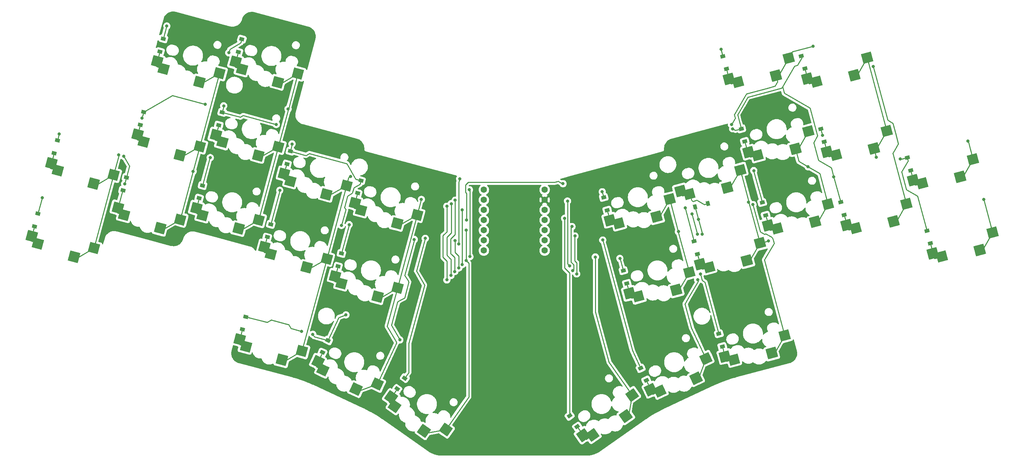
<source format=gbr>
%TF.GenerationSoftware,KiCad,Pcbnew,(6.0.0)*%
%TF.CreationDate,2022-07-16T11:14:52-07:00*%
%TF.ProjectId,greenthumb,67726565-6e74-4687-956d-622e6b696361,rev?*%
%TF.SameCoordinates,Original*%
%TF.FileFunction,Copper,L2,Bot*%
%TF.FilePolarity,Positive*%
%FSLAX46Y46*%
G04 Gerber Fmt 4.6, Leading zero omitted, Abs format (unit mm)*
G04 Created by KiCad (PCBNEW (6.0.0)) date 2022-07-16 11:14:52*
%MOMM*%
%LPD*%
G01*
G04 APERTURE LIST*
G04 Aperture macros list*
%AMRotRect*
0 Rectangle, with rotation*
0 The origin of the aperture is its center*
0 $1 length*
0 $2 width*
0 $3 Rotation angle, in degrees counterclockwise*
0 Add horizontal line*
21,1,$1,$2,0,0,$3*%
G04 Aperture macros list end*
%TA.AperFunction,SMDPad,CuDef*%
%ADD10RotRect,2.600000X2.600000X345.000000*%
%TD*%
%TA.AperFunction,SMDPad,CuDef*%
%ADD11RotRect,2.550000X2.500000X165.000000*%
%TD*%
%TA.AperFunction,SMDPad,CuDef*%
%ADD12RotRect,2.550000X2.500000X145.000000*%
%TD*%
%TA.AperFunction,SMDPad,CuDef*%
%ADD13RotRect,2.600000X2.600000X325.000000*%
%TD*%
%TA.AperFunction,SMDPad,CuDef*%
%ADD14RotRect,2.600000X2.600000X335.000000*%
%TD*%
%TA.AperFunction,SMDPad,CuDef*%
%ADD15RotRect,2.550000X2.500000X155.000000*%
%TD*%
%TA.AperFunction,SMDPad,CuDef*%
%ADD16RotRect,2.550000X2.500000X215.000000*%
%TD*%
%TA.AperFunction,SMDPad,CuDef*%
%ADD17RotRect,2.600000X2.600000X35.000000*%
%TD*%
%TA.AperFunction,SMDPad,CuDef*%
%ADD18RotRect,2.550000X2.500000X195.000000*%
%TD*%
%TA.AperFunction,SMDPad,CuDef*%
%ADD19RotRect,2.600000X2.600000X15.000000*%
%TD*%
%TA.AperFunction,SMDPad,CuDef*%
%ADD20RotRect,2.550000X2.500000X205.000000*%
%TD*%
%TA.AperFunction,SMDPad,CuDef*%
%ADD21RotRect,2.600000X2.600000X25.000000*%
%TD*%
%TA.AperFunction,ComponentPad*%
%ADD22C,1.600000*%
%TD*%
%TA.AperFunction,SMDPad,CuDef*%
%ADD23RotRect,0.900000X1.200000X255.000000*%
%TD*%
%TA.AperFunction,SMDPad,CuDef*%
%ADD24RotRect,0.900000X1.200000X245.000000*%
%TD*%
%TA.AperFunction,SMDPad,CuDef*%
%ADD25RotRect,0.900000X1.200000X235.000000*%
%TD*%
%TA.AperFunction,SMDPad,CuDef*%
%ADD26RotRect,0.900000X1.200000X285.000000*%
%TD*%
%TA.AperFunction,SMDPad,CuDef*%
%ADD27RotRect,0.900000X1.200000X15.000000*%
%TD*%
%TA.AperFunction,SMDPad,CuDef*%
%ADD28RotRect,0.900000X1.200000X305.000000*%
%TD*%
%TA.AperFunction,SMDPad,CuDef*%
%ADD29RotRect,0.900000X1.200000X295.000000*%
%TD*%
%TA.AperFunction,ViaPad*%
%ADD30C,0.800000*%
%TD*%
%TA.AperFunction,Conductor*%
%ADD31C,0.254000*%
%TD*%
G04 APERTURE END LIST*
D10*
%TO.P,SW22,1,1*%
%TO.N,Net-(D22-Pad2)*%
X49666146Y-75780658D03*
D11*
X51239280Y-77579095D03*
D10*
%TO.P,SW22,2,2*%
%TO.N,col1*%
X60253188Y-80895055D03*
D11*
X65274753Y-78710288D03*
%TD*%
D10*
%TO.P,SW33,1,1*%
%TO.N,Net-(D33-Pad2)*%
X80159670Y-108797994D03*
D11*
X81732804Y-110596431D03*
%TO.P,SW33,2,2*%
%TO.N,col3*%
X95768277Y-111727624D03*
D10*
X90746712Y-113912391D03*
%TD*%
%TO.P,SW23,1,1*%
%TO.N,Net-(D23-Pad2)*%
X69312823Y-75868586D03*
D11*
X70885957Y-77667023D03*
D10*
%TO.P,SW23,2,2*%
%TO.N,col2*%
X79899865Y-80982983D03*
D11*
X84921430Y-78798216D03*
%TD*%
D12*
%TO.P,SW35,1,1*%
%TO.N,Net-(D35-Pad2)*%
X118977119Y-125553426D03*
D13*
X118113959Y-123325404D03*
D12*
%TO.P,SW35,2,2*%
%TO.N,col0*%
X131779259Y-131416813D03*
D13*
X126313297Y-131752346D03*
%TD*%
D11*
%TO.P,SW25,1,1*%
%TO.N,Net-(D25-Pad2)*%
X105650006Y-94746591D03*
D10*
X104076872Y-92948154D03*
%TO.P,SW25,2,2*%
%TO.N,col4*%
X114663914Y-98062551D03*
D11*
X119685479Y-95877784D03*
%TD*%
%TO.P,SW21,1,1*%
%TO.N,Net-(D21-Pad2)*%
X29651452Y-84735602D03*
D10*
X28078318Y-82937165D03*
%TO.P,SW21,2,2*%
%TO.N,col0*%
X38665360Y-88051562D03*
D11*
X43686925Y-85866795D03*
%TD*%
D10*
%TO.P,SW14,1,1*%
%TO.N,Net-(D14-Pad2)*%
X91288889Y-67263188D03*
D11*
X92862023Y-69061625D03*
%TO.P,SW14,2,2*%
%TO.N,col3*%
X106897496Y-70192818D03*
D10*
X101875931Y-72377585D03*
%TD*%
D14*
%TO.P,SW34,1,1*%
%TO.N,Net-(D34-Pad2)*%
X99772305Y-114401416D03*
D15*
X101009243Y-116445703D03*
%TO.P,SW34,2,2*%
%TO.N,col4*%
X114635056Y-119996944D03*
D14*
X109310399Y-121276534D03*
%TD*%
D11*
%TO.P,SW24,1,1*%
%TO.N,Net-(D24-Pad2)*%
X87944459Y-87414211D03*
D10*
X86371325Y-85615774D03*
%TO.P,SW24,2,2*%
%TO.N,col3*%
X96958367Y-90730171D03*
D11*
X101979932Y-88545404D03*
%TD*%
%TO.P,SW12,1,1*%
%TO.N,Net-(D12-Pad2)*%
X56156840Y-59226500D03*
D10*
X54583706Y-57428063D03*
%TO.P,SW12,2,2*%
%TO.N,col1*%
X65170748Y-62542460D03*
D11*
X70192313Y-60357693D03*
%TD*%
%TO.P,SW3,1,1*%
%TO.N,Net-(D3-Pad2)*%
X80721087Y-40961838D03*
D10*
X79147953Y-39163401D03*
%TO.P,SW3,2,2*%
%TO.N,col2*%
X89734995Y-44277798D03*
D11*
X94756560Y-42093031D03*
%TD*%
%TO.P,SW15,1,1*%
%TO.N,Net-(D15-Pad2)*%
X110567566Y-76394001D03*
D10*
X108994432Y-74595564D03*
%TO.P,SW15,2,2*%
%TO.N,col4*%
X119581474Y-79709961D03*
D11*
X124603039Y-77525194D03*
%TD*%
D10*
%TO.P,SW13,1,1*%
%TO.N,Net-(D13-Pad2)*%
X74230388Y-57515990D03*
D11*
X75803522Y-59314427D03*
%TO.P,SW13,2,2*%
%TO.N,col2*%
X89838995Y-60445620D03*
D10*
X84817430Y-62630387D03*
%TD*%
%TO.P,SW2,1,1*%
%TO.N,Net-(D2-Pad2)*%
X59501268Y-39075481D03*
D11*
X61074402Y-40873918D03*
D10*
%TO.P,SW2,2,2*%
%TO.N,col1*%
X70088310Y-44189878D03*
D11*
X75109875Y-42005111D03*
%TD*%
%TO.P,SW11,1,1*%
%TO.N,Net-(D11-Pad2)*%
X34569015Y-66383009D03*
D10*
X32995881Y-64584572D03*
D11*
%TO.P,SW11,2,2*%
%TO.N,col0*%
X48604488Y-67514202D03*
D10*
X43582923Y-69698969D03*
%TD*%
D16*
%TO.P,SW36,1,1*%
%TO.N,Net-(D36-Pad2)*%
X168539354Y-132771286D03*
D17*
X166150480Y-132820363D03*
D16*
%TO.P,SW36,2,2*%
%TO.N,col0*%
X178427726Y-122746606D03*
D17*
X176873555Y-127997690D03*
%TD*%
D18*
%TO.P,SW29,1,1*%
%TO.N,Net-(D29-Pad2)*%
X234430779Y-80837313D03*
D19*
X232169187Y-80066387D03*
D18*
%TO.P,SW29,2,2*%
%TO.N,col2*%
X247151452Y-74799218D03*
D19*
X243895032Y-79202064D03*
%TD*%
D20*
%TO.P,SW37,1,1*%
%TO.N,Net-(D37-Pad2)*%
X185410812Y-121764510D03*
D21*
X183049709Y-121398018D03*
D20*
%TO.P,SW37,2,2*%
%TO.N,col4*%
X196889724Y-113609226D03*
D21*
X194447324Y-118510655D03*
%TD*%
D18*
%TO.P,SW38,1,1*%
%TO.N,Net-(D38-Pad2)*%
X203937253Y-113854653D03*
D19*
X201675661Y-113083727D03*
%TO.P,SW38,2,2*%
%TO.N,col0*%
X213401506Y-112219404D03*
D18*
X216657926Y-107816558D03*
%TD*%
%TO.P,SW30,1,1*%
%TO.N,Net-(D30-Pad2)*%
X256018610Y-87993825D03*
D19*
X253757018Y-87222899D03*
D18*
%TO.P,SW30,2,2*%
%TO.N,col5*%
X268739283Y-81955730D03*
D19*
X265482863Y-86358576D03*
%TD*%
D18*
%TO.P,SW26,1,1*%
%TO.N,Net-(D26-Pad2)*%
X180020055Y-98004812D03*
D19*
X177758463Y-97233886D03*
D18*
%TO.P,SW26,2,2*%
%TO.N,col5*%
X192740728Y-91966717D03*
D19*
X189484308Y-96369563D03*
%TD*%
D18*
%TO.P,SW27,1,1*%
%TO.N,Net-(D27-Pad2)*%
X197725600Y-90672434D03*
D19*
X195464008Y-89901508D03*
D18*
%TO.P,SW27,2,2*%
%TO.N,col5*%
X210446273Y-84634339D03*
D19*
X207189853Y-89037185D03*
%TD*%
%TO.P,SW28,1,1*%
%TO.N,Net-(D28-Pad2)*%
X212522502Y-80154315D03*
D18*
X214784094Y-80925241D03*
D19*
%TO.P,SW28,2,2*%
%TO.N,col1*%
X224248347Y-79289992D03*
D18*
X227504767Y-74887146D03*
%TD*%
D19*
%TO.P,SW20,1,1*%
%TO.N,Net-(D20-Pad2)*%
X248839447Y-68870305D03*
D18*
X251101039Y-69641231D03*
D19*
%TO.P,SW20,2,2*%
%TO.N,col4*%
X260565292Y-68005982D03*
D18*
X263821712Y-63603136D03*
%TD*%
%TO.P,SW9,1,1*%
%TO.N,Net-(D9-Pad2)*%
X224595656Y-44132131D03*
D19*
X222334064Y-43361205D03*
D18*
%TO.P,SW9,2,2*%
%TO.N,col3*%
X237316329Y-38094036D03*
D19*
X234059909Y-42496882D03*
%TD*%
%TO.P,SW8,1,1*%
%TO.N,Net-(D8-Pad2)*%
X202687375Y-43449140D03*
D18*
X204948967Y-44220066D03*
D19*
%TO.P,SW8,2,2*%
%TO.N,col2*%
X214413220Y-42584817D03*
D18*
X217669640Y-38181971D03*
%TD*%
%TO.P,SW16,1,1*%
%TO.N,Net-(D16-Pad2)*%
X175102497Y-79652226D03*
D19*
X172840905Y-78881300D03*
D18*
%TO.P,SW16,2,2*%
%TO.N,col5*%
X187823170Y-73614131D03*
D19*
X184566750Y-78016977D03*
%TD*%
%TO.P,SW19,1,1*%
%TO.N,Net-(D19-Pad2)*%
X227251622Y-61713800D03*
D18*
X229513214Y-62484726D03*
%TO.P,SW19,2,2*%
%TO.N,col3*%
X242233887Y-56446631D03*
D19*
X238977467Y-60849477D03*
%TD*%
%TO.P,SW17,1,1*%
%TO.N,Net-(D17-Pad2)*%
X190546440Y-71548923D03*
D18*
X192808032Y-72319849D03*
%TO.P,SW17,2,2*%
%TO.N,col5*%
X205528705Y-66281754D03*
D19*
X202272285Y-70684600D03*
%TD*%
D18*
%TO.P,SW18,1,1*%
%TO.N,Net-(D18-Pad2)*%
X209866531Y-62572655D03*
D19*
X207604939Y-61801729D03*
%TO.P,SW18,2,2*%
%TO.N,col1*%
X219330784Y-60937406D03*
D18*
X222587204Y-56534560D03*
%TD*%
D22*
%TO.P,M1,1,D0*%
%TO.N,row0*%
X141299814Y-71239742D03*
%TO.P,M1,2,D1*%
%TO.N,row1*%
X141299814Y-73779742D03*
%TO.P,M1,3,D2*%
%TO.N,row2*%
X141299814Y-76319742D03*
%TO.P,M1,4,D3*%
%TO.N,row3*%
X141299814Y-78859742D03*
%TO.P,M1,5,D4*%
%TO.N,col0*%
X141299814Y-81399742D03*
%TO.P,M1,6,D5*%
%TO.N,col1*%
X141299814Y-83939742D03*
%TO.P,M1,7,D6*%
%TO.N,col2*%
X141299814Y-86479742D03*
%TO.P,M1,8,D7*%
%TO.N,col5*%
X156534814Y-86479742D03*
%TO.P,M1,9,D8*%
%TO.N,col4*%
X156534814Y-83939742D03*
%TO.P,M1,10,D9*%
%TO.N,col3*%
X156534814Y-81399742D03*
%TO.P,M1,11,D10*%
%TO.N,row4*%
X156534814Y-78859742D03*
%TO.P,M1,12,3V3*%
%TO.N,3V3*%
X156534814Y-76319742D03*
%TO.P,M1,13,GND*%
%TO.N,GND*%
X156534814Y-73779742D03*
%TO.P,M1,14,5V*%
%TO.N,+5V*%
X156534814Y-71239742D03*
%TD*%
D23*
%TO.P,D3,1,K*%
%TO.N,row0*%
X80699131Y-33470916D03*
%TO.P,D3,2,A*%
%TO.N,Net-(D3-Pad2)*%
X79845029Y-36658472D03*
%TD*%
%TO.P,D2,1,K*%
%TO.N,row0*%
X61052451Y-33382980D03*
%TO.P,D2,2,A*%
%TO.N,Net-(D2-Pad2)*%
X60198349Y-36570536D03*
%TD*%
%TO.P,D12,1,K*%
%TO.N,row1*%
X56134884Y-51735567D03*
%TO.P,D12,2,A*%
%TO.N,Net-(D12-Pad2)*%
X55280782Y-54923123D03*
%TD*%
%TO.P,D14,1,K*%
%TO.N,row1*%
X92840064Y-61570695D03*
%TO.P,D14,2,A*%
%TO.N,Net-(D14-Pad2)*%
X91985962Y-64758251D03*
%TD*%
%TO.P,D13,1,K*%
%TO.N,row1*%
X75781573Y-51823505D03*
%TO.P,D13,2,A*%
%TO.N,Net-(D13-Pad2)*%
X74927471Y-55011061D03*
%TD*%
%TO.P,D15,1,K*%
%TO.N,row1*%
X110545609Y-68903075D03*
%TO.P,D15,2,A*%
%TO.N,Net-(D15-Pad2)*%
X109691507Y-72090631D03*
%TD*%
%TO.P,D22,1,K*%
%TO.N,row2*%
X51792032Y-68171089D03*
%TO.P,D22,2,A*%
%TO.N,Net-(D22-Pad2)*%
X50937930Y-71358645D03*
%TD*%
%TO.P,D25,1,K*%
%TO.N,row2*%
X105628055Y-87255663D03*
%TO.P,D25,2,A*%
%TO.N,Net-(D25-Pad2)*%
X104773953Y-90443219D03*
%TD*%
%TO.P,D24,1,K*%
%TO.N,row2*%
X87922506Y-79923286D03*
%TO.P,D24,2,A*%
%TO.N,Net-(D24-Pad2)*%
X87068404Y-83110842D03*
%TD*%
%TO.P,D23,1,K*%
%TO.N,row2*%
X70864012Y-70176101D03*
%TO.P,D23,2,A*%
%TO.N,Net-(D23-Pad2)*%
X70009910Y-73363657D03*
%TD*%
%TO.P,D21,1,K*%
%TO.N,row2*%
X29629496Y-77244672D03*
%TO.P,D21,2,A*%
%TO.N,Net-(D21-Pad2)*%
X28775394Y-80432228D03*
%TD*%
%TO.P,D11,1,K*%
%TO.N,row1*%
X34547062Y-58892082D03*
%TO.P,D11,2,A*%
%TO.N,Net-(D11-Pad2)*%
X33692960Y-62079638D03*
%TD*%
%TO.P,D33,1,K*%
%TO.N,row0*%
X81710851Y-103105509D03*
%TO.P,D33,2,A*%
%TO.N,Net-(D33-Pad2)*%
X80856749Y-106293065D03*
%TD*%
D24*
%TO.P,D34,1,K*%
%TO.N,row0*%
X102288413Y-109064762D03*
%TO.P,D34,2,A*%
%TO.N,Net-(D34-Pad2)*%
X100893773Y-112055578D03*
%TD*%
D25*
%TO.P,D35,1,K*%
%TO.N,row3*%
X121518537Y-118506738D03*
%TO.P,D35,2,A*%
%TO.N,Net-(D35-Pad2)*%
X119625735Y-121209940D03*
%TD*%
D26*
%TO.P,D9,1,K*%
%TO.N,row3*%
X220831180Y-37655775D03*
%TO.P,D9,2,A*%
%TO.N,Net-(D9-Pad2)*%
X221685282Y-40843331D03*
%TD*%
%TO.P,D8,1,K*%
%TO.N,row4*%
X201184498Y-37743709D03*
%TO.P,D8,2,A*%
%TO.N,Net-(D8-Pad2)*%
X202038600Y-40931265D03*
%TD*%
%TO.P,D19,1,K*%
%TO.N,row4*%
X225737537Y-55966541D03*
%TO.P,D19,2,A*%
%TO.N,Net-(D19-Pad2)*%
X226591639Y-59154097D03*
%TD*%
D27*
%TO.P,D17,1,K*%
%TO.N,row0*%
X194222603Y-75540163D03*
%TO.P,D17,2,A*%
%TO.N,Net-(D17-Pad2)*%
X197410159Y-74686061D03*
%TD*%
D26*
%TO.P,D26,1,K*%
%TO.N,row2*%
X176255580Y-91528453D03*
%TO.P,D26,2,A*%
%TO.N,Net-(D26-Pad2)*%
X177109682Y-94716009D03*
%TD*%
%TO.P,D16,1,K*%
%TO.N,row1*%
X171338020Y-73175860D03*
%TO.P,D16,2,A*%
%TO.N,Net-(D16-Pad2)*%
X172192122Y-76363416D03*
%TD*%
%TO.P,D18,1,K*%
%TO.N,row3*%
X205784752Y-55946054D03*
%TO.P,D18,2,A*%
%TO.N,Net-(D18-Pad2)*%
X206638854Y-59133610D03*
%TD*%
%TO.P,D28,1,K*%
%TO.N,row4*%
X211019621Y-74448885D03*
%TO.P,D28,2,A*%
%TO.N,Net-(D28-Pad2)*%
X211873723Y-77636441D03*
%TD*%
%TO.P,D27,1,K*%
%TO.N,row4*%
X193961124Y-84196077D03*
%TO.P,D27,2,A*%
%TO.N,Net-(D27-Pad2)*%
X194815226Y-87383633D03*
%TD*%
%TO.P,D20,1,K*%
%TO.N,row3*%
X247336569Y-63164876D03*
%TO.P,D20,2,A*%
%TO.N,Net-(D20-Pad2)*%
X248190671Y-66352432D03*
%TD*%
D28*
%TO.P,D36,1,K*%
%TO.N,row4*%
X162786860Y-127973035D03*
%TO.P,D36,2,A*%
%TO.N,Net-(D36-Pad2)*%
X164679662Y-130676237D03*
%TD*%
D26*
%TO.P,D38,1,K*%
%TO.N,row0*%
X200172781Y-107378301D03*
%TO.P,D38,2,A*%
%TO.N,Net-(D38-Pad2)*%
X201026883Y-110565857D03*
%TD*%
%TO.P,D29,1,K*%
%TO.N,row3*%
X230666307Y-74360953D03*
%TO.P,D29,2,A*%
%TO.N,Net-(D29-Pad2)*%
X231520409Y-77548509D03*
%TD*%
%TO.P,D30,1,K*%
%TO.N,row3*%
X252254132Y-81517461D03*
%TO.P,D30,2,A*%
%TO.N,Net-(D30-Pad2)*%
X253108234Y-84705017D03*
%TD*%
D29*
%TO.P,D37,1,K*%
%TO.N,row4*%
X180578912Y-116040242D03*
%TO.P,D37,2,A*%
%TO.N,Net-(D37-Pad2)*%
X181973552Y-119031058D03*
%TD*%
D30*
%TO.N,row0*%
X95681961Y-106776412D03*
X106767596Y-102628707D03*
X98483145Y-107526989D03*
X137684313Y-71239740D03*
X77452244Y-36876430D03*
X120266878Y-108912232D03*
X196008458Y-82420391D03*
X61912530Y-30159232D03*
X137813252Y-88007694D03*
X195064353Y-78681620D03*
X123884754Y-83716600D03*
X195569463Y-92373145D03*
%TO.N,row1*%
X170957867Y-71745162D03*
X134125828Y-73862573D03*
X76160868Y-50196053D03*
X105649894Y-80200760D03*
X55660082Y-53295675D03*
X162264534Y-74074537D03*
X89302536Y-54856156D03*
X34926355Y-57264631D03*
X71510555Y-49778225D03*
X162819539Y-90385134D03*
X134025828Y-91762575D03*
X93271130Y-59750058D03*
%TO.N,row2*%
X51133102Y-62849548D03*
X30752434Y-73228289D03*
X72789285Y-63165341D03*
X107569733Y-79990485D03*
X135913253Y-76307692D03*
X90200655Y-71402406D03*
X51356748Y-69742297D03*
X175370462Y-88467962D03*
X135913252Y-90007696D03*
%TO.N,row3*%
X136955823Y-78815723D03*
X161131467Y-69714269D03*
X203616472Y-55949310D03*
X245611718Y-63538743D03*
X126638161Y-83433313D03*
X228952294Y-67964162D03*
%TO.N,col0*%
X169233650Y-88109212D03*
X208715209Y-74978051D03*
X49877400Y-62513084D03*
X136913252Y-81407697D03*
X136913253Y-89007693D03*
%TO.N,col1*%
X134125828Y-83962574D03*
X135025829Y-90862574D03*
X68516464Y-66612054D03*
X222527450Y-65479527D03*
%TO.N,col2*%
X203331774Y-54886793D03*
X238865334Y-40292750D03*
X135013252Y-84849998D03*
X92287268Y-50942142D03*
X223740914Y-35234895D03*
X135237410Y-68482591D03*
%TO.N,col3*%
X163376379Y-80481730D03*
X239588303Y-63082165D03*
X107952445Y-67897845D03*
X133137227Y-74749615D03*
X133052765Y-92760463D03*
X163552766Y-91560463D03*
%TO.N,col4*%
X132052765Y-93860463D03*
X164128561Y-82836257D03*
X194776208Y-82380097D03*
X125659847Y-73677806D03*
X164552766Y-92360463D03*
X193475321Y-77301595D03*
X132034957Y-75386011D03*
X262515416Y-59009411D03*
X194847913Y-93852450D03*
%TO.N,col5*%
X212603932Y-84081775D03*
X190029873Y-81744737D03*
X266546063Y-73665604D03*
X207612942Y-74341654D03*
%TO.N,row4*%
X208911116Y-66436289D03*
X191749092Y-75797112D03*
X161538033Y-78399431D03*
X200758317Y-36009630D03*
X171084534Y-83870590D03*
X226105958Y-57584314D03*
%TD*%
D31*
%TO.N,row0*%
X121510206Y-92680964D02*
X122288025Y-94028182D01*
X121982517Y-96327458D02*
X121438998Y-98355903D01*
X98483145Y-107526989D02*
X98837051Y-108139973D01*
X120459203Y-98921588D02*
X119724355Y-99345852D01*
X196047866Y-82352134D02*
X195064353Y-78681620D01*
X200172779Y-107378303D02*
X196698790Y-94413205D01*
X86999280Y-104522541D02*
X87942540Y-103977946D01*
X196254403Y-94156639D02*
X196009454Y-94015216D01*
X61052452Y-33382981D02*
X61915073Y-30163635D01*
X137813251Y-71368680D02*
X137684313Y-71239740D01*
X118171442Y-105141407D02*
X118145559Y-105237999D01*
X91735533Y-104890749D02*
X92411682Y-105071923D01*
X122500157Y-94395607D02*
X121982517Y-96327458D01*
X119724355Y-99345852D02*
X118171442Y-105141407D01*
X77685183Y-36007097D02*
X77452244Y-36876430D01*
X98837051Y-108139973D02*
X102288413Y-109064761D01*
X122288025Y-94028182D02*
X122500157Y-94395607D01*
X195064353Y-78681620D02*
X194222601Y-75540162D01*
X61915073Y-30163635D02*
X61912530Y-30159232D01*
X92977369Y-106051718D02*
X95681961Y-106776412D01*
X81710852Y-103105512D02*
X86999280Y-104522541D01*
X118145559Y-105237999D02*
X120266878Y-108912232D01*
X196698790Y-94413205D02*
X196254403Y-94156639D01*
X80699132Y-33470917D02*
X80446787Y-34412681D01*
X121438998Y-98355903D02*
X120459203Y-98921588D01*
X104987468Y-103276621D02*
X106767596Y-102628707D01*
X80446787Y-34412681D02*
X77685183Y-36007097D01*
X196009454Y-94015216D02*
X195569463Y-92373145D01*
X87942540Y-103977946D02*
X88065018Y-103907238D01*
X196008458Y-82420391D02*
X196047866Y-82352134D01*
X92906658Y-105929245D02*
X92977369Y-106051718D01*
X88065018Y-103907238D02*
X91735533Y-104890749D01*
X102288414Y-109064762D02*
X104987468Y-103276621D01*
X92411682Y-105071923D02*
X92906658Y-105929245D01*
X123884754Y-83716600D02*
X123903499Y-83749069D01*
X121665500Y-92101407D02*
X121510206Y-92680964D01*
X137813252Y-88007694D02*
X137813251Y-71368680D01*
X123903499Y-83749069D02*
X121665500Y-92101407D01*
%TO.N,Net-(D2-Pad2)*%
X59207117Y-40173269D02*
X59306227Y-40344929D01*
X60167728Y-36588212D02*
X60198348Y-36570536D01*
X61004041Y-40799858D02*
X61053701Y-40885873D01*
X59306227Y-40344929D02*
X61004041Y-40799858D01*
X59501268Y-39075483D02*
X60167728Y-36588212D01*
X59501268Y-39075483D02*
X59207117Y-40173269D01*
%TO.N,Net-(D3-Pad2)*%
X79147952Y-39163402D02*
X78879682Y-40164602D01*
X79147952Y-39163402D02*
X79814410Y-36676150D01*
X79049503Y-40458744D02*
X80650734Y-40887794D01*
X80650734Y-40887794D02*
X80700385Y-40973787D01*
X79814410Y-36676150D02*
X79845031Y-36658472D01*
X78879682Y-40164602D02*
X79049503Y-40458744D01*
%TO.N,Net-(D8-Pad2)*%
X203280872Y-44651197D02*
X204897584Y-44218001D01*
X202959796Y-44465822D02*
X203280872Y-44651197D01*
X202038597Y-40931266D02*
X202705057Y-43418517D01*
X204897584Y-44218001D02*
X204937017Y-44240766D01*
X202687374Y-43449142D02*
X202959796Y-44465822D01*
X202705057Y-43418517D02*
X202687374Y-43449142D01*
%TO.N,Net-(D9-Pad2)*%
X222334064Y-43361204D02*
X222632366Y-44474486D01*
X222351741Y-43330589D02*
X222334064Y-43361204D01*
X222632366Y-44474486D02*
X222830965Y-44589145D01*
X221685282Y-40843331D02*
X222351741Y-43330589D01*
X222830965Y-44589145D02*
X224544275Y-44130068D01*
X224544275Y-44130068D02*
X224583707Y-44152832D01*
%TO.N,Net-(D11-Pad2)*%
X33662340Y-62097314D02*
X33692958Y-62079636D01*
X34498665Y-66308964D02*
X34548318Y-66394962D01*
X32995881Y-64584572D02*
X32701729Y-65682370D01*
X32701729Y-65682370D02*
X32800837Y-65854032D01*
X32800837Y-65854032D02*
X34498665Y-66308964D01*
X32995881Y-64584572D02*
X33662340Y-62097314D01*
%TO.N,row1*%
X133925828Y-82662575D02*
X134125827Y-82462574D01*
X134025827Y-88262574D02*
X133325828Y-87562574D01*
X171338021Y-73175860D02*
X170955681Y-71748949D01*
X56134882Y-51735567D02*
X55727245Y-53256900D01*
X162264534Y-89830130D02*
X162819539Y-90385134D01*
X80297265Y-53033482D02*
X75781573Y-51823504D01*
X108394056Y-72084445D02*
X107169311Y-72791551D01*
X134025828Y-91762575D02*
X134025827Y-88262574D01*
X170955681Y-71748949D02*
X170957867Y-71745162D01*
X106711052Y-76240462D02*
X105649894Y-80200760D01*
X133325828Y-87562574D02*
X133025828Y-87262574D01*
X133025828Y-87262574D02*
X133025827Y-83862573D01*
X133025826Y-83562575D02*
X133925828Y-82662575D01*
X92840066Y-61570695D02*
X96776207Y-62625381D01*
X134125827Y-82462574D02*
X134125829Y-82162575D01*
X97596990Y-62151502D02*
X106985317Y-64667095D01*
X134125829Y-82162575D02*
X134125828Y-73862573D01*
X109226967Y-68549747D02*
X110545611Y-68903076D01*
X89302536Y-54856156D02*
X80995576Y-52630313D01*
X34508280Y-58824910D02*
X34547062Y-58892083D01*
X107169311Y-72791551D02*
X106392854Y-75689328D01*
X106392854Y-75689328D02*
X106711052Y-76240462D01*
X96776207Y-62625381D02*
X97596990Y-62151502D01*
X108756404Y-70732148D02*
X108394056Y-72084445D01*
X106985317Y-64667095D02*
X109226967Y-68549747D01*
X93309906Y-59817224D02*
X92840066Y-61570695D01*
X75781573Y-51823504D02*
X76199648Y-50263221D01*
X133025827Y-83862573D02*
X133025826Y-83562575D01*
X76199648Y-50263221D02*
X76160868Y-50196053D01*
X34926355Y-57264631D02*
X34508280Y-58824910D01*
X93271130Y-59750058D02*
X93309906Y-59817224D01*
X110545611Y-68903076D02*
X110293265Y-69844841D01*
X63324336Y-47584734D02*
X56134882Y-51735567D01*
X162264534Y-74074537D02*
X162264534Y-89830130D01*
X110293265Y-69844841D02*
X108756404Y-70732148D01*
X55727245Y-53256900D02*
X55660082Y-53295675D01*
X71510555Y-49778225D02*
X63324336Y-47584734D01*
X80995576Y-52630313D02*
X80297265Y-53033482D01*
%TO.N,Net-(D12-Pad2)*%
X54315437Y-58429264D02*
X54485257Y-58723399D01*
X54485257Y-58723399D02*
X56086486Y-59152449D01*
X54583707Y-57428064D02*
X55250167Y-54940799D01*
X54583707Y-57428064D02*
X54315437Y-58429264D01*
X56086486Y-59152449D02*
X56136139Y-59238452D01*
X55250167Y-54940799D02*
X55280781Y-54923122D01*
%TO.N,Net-(D13-Pad2)*%
X75733174Y-59240383D02*
X75782823Y-59326377D01*
X74230388Y-57515991D02*
X73936237Y-58613785D01*
X74230388Y-57515991D02*
X74896847Y-55028742D01*
X74896847Y-55028742D02*
X74927472Y-55011060D01*
X73936237Y-58613785D02*
X74035349Y-58785452D01*
X74035349Y-58785452D02*
X75733174Y-59240383D01*
%TO.N,Net-(D14-Pad2)*%
X91288889Y-67263190D02*
X91955350Y-64775922D01*
X91046500Y-68167799D02*
X91287030Y-68584408D01*
X91955350Y-64775922D02*
X91985962Y-64758251D01*
X92791670Y-68987574D02*
X92841324Y-69073577D01*
X91287030Y-68584408D02*
X92791670Y-68987574D01*
X91288889Y-67263190D02*
X91046500Y-68167799D01*
%TO.N,Net-(D15-Pad2)*%
X108994434Y-74595564D02*
X108726160Y-75596767D01*
X108726160Y-75596767D02*
X108895982Y-75890904D01*
X108994434Y-74595564D02*
X109660892Y-72108305D01*
X108895982Y-75890904D02*
X110497214Y-76319951D01*
X109660892Y-72108305D02*
X109691508Y-72090631D01*
X110497214Y-76319951D02*
X110546869Y-76405952D01*
%TO.N,Net-(D16-Pad2)*%
X174928639Y-79579446D02*
X175090548Y-79672924D01*
X172858583Y-78850677D02*
X172840904Y-78881296D01*
X172192122Y-76363417D02*
X172858583Y-78850677D01*
X173505107Y-79960879D02*
X174928639Y-79579446D01*
X173061563Y-79704801D02*
X173505107Y-79960879D01*
X172840904Y-78881296D02*
X173061563Y-79704801D01*
%TO.N,Net-(D17-Pad2)*%
X194651947Y-73880493D02*
X193686021Y-74139312D01*
X197410157Y-74686057D02*
X196479261Y-74935493D01*
X190844740Y-72662200D02*
X191043348Y-72776859D01*
X192911281Y-72407066D02*
X192796084Y-72340549D01*
X193318598Y-73927179D02*
X192911281Y-72407066D01*
X190546441Y-71548925D02*
X190844740Y-72662200D01*
X193686021Y-74139312D02*
X193318598Y-73927179D01*
X192756648Y-72317784D02*
X192796081Y-72340550D01*
X191043348Y-72776859D02*
X192756648Y-72317784D01*
X196479261Y-74935493D02*
X194651947Y-73880493D01*
%TO.N,Net-(D18-Pad2)*%
X208101839Y-63029670D02*
X209815150Y-62570589D01*
X207604939Y-61801732D02*
X207903241Y-62915007D01*
X209815150Y-62570589D02*
X209854577Y-62593354D01*
X206638854Y-59133610D02*
X207307808Y-61630181D01*
X207903241Y-62915007D02*
X208101839Y-63029670D01*
X207307808Y-61630181D02*
X207604939Y-61801732D01*
%TO.N,Net-(D19-Pad2)*%
X227549926Y-62827075D02*
X227748526Y-62941737D01*
X227251624Y-61713797D02*
X227549926Y-62827075D01*
X226591639Y-59154097D02*
X227269305Y-61683182D01*
X227269305Y-61683182D02*
X227251624Y-61713797D01*
X229461833Y-62482657D02*
X229501268Y-62505425D01*
X227748526Y-62941737D02*
X229461833Y-62482657D01*
%TO.N,Net-(D20-Pad2)*%
X249432947Y-70072364D02*
X251049664Y-69639170D01*
X248190672Y-66352433D02*
X248857130Y-68839685D01*
X248839445Y-68870309D02*
X249111867Y-69886990D01*
X249111867Y-69886990D02*
X249432947Y-70072364D01*
X251049664Y-69639170D02*
X251089088Y-69661930D01*
X248857130Y-68839685D02*
X248839445Y-68870309D01*
%TO.N,Net-(D21-Pad2)*%
X28078318Y-82937165D02*
X28744777Y-80449899D01*
X29510388Y-84539079D02*
X29630751Y-84747553D01*
X27909153Y-84110027D02*
X29510388Y-84539079D01*
X28078318Y-82937165D02*
X27810046Y-83938368D01*
X28744777Y-80449899D02*
X28775392Y-80432226D01*
X27810046Y-83938368D02*
X27909153Y-84110027D01*
%TO.N,row2*%
X135913252Y-90007696D02*
X135913253Y-76307692D01*
X30752434Y-73228289D02*
X30697123Y-73260222D01*
X30697123Y-73260222D02*
X29629494Y-77244671D01*
X51792029Y-68171090D02*
X51373641Y-69732543D01*
X175447432Y-88512400D02*
X175370462Y-88467962D01*
X176255581Y-91528449D02*
X175447432Y-88512400D01*
X70864014Y-70176102D02*
X72733986Y-63197271D01*
X105628054Y-87255663D02*
X107573162Y-79996424D01*
X51373641Y-69732543D02*
X51356748Y-69742297D01*
X87922507Y-79923287D02*
X90204081Y-71408338D01*
X107573162Y-79996424D02*
X107569733Y-79990485D01*
X51133102Y-62849548D02*
X52557069Y-65315927D01*
X90204081Y-71408338D02*
X90200655Y-71402406D01*
X52557069Y-65315927D02*
X51792029Y-68171090D01*
X72733986Y-63197271D02*
X72789285Y-63165341D01*
%TO.N,Net-(D22-Pad2)*%
X49666146Y-75780659D02*
X50835117Y-71418004D01*
X51168925Y-77505041D02*
X51218579Y-77591046D01*
X49666146Y-75780659D02*
X49397876Y-76781856D01*
X50835117Y-71418004D02*
X50937928Y-71358645D01*
X49567695Y-77075992D02*
X51168925Y-77505041D01*
X49397876Y-76781856D02*
X49567695Y-77075992D01*
%TO.N,Net-(D23-Pad2)*%
X69096317Y-76676592D02*
X69407564Y-77215688D01*
X70815605Y-77592970D02*
X70865257Y-77678973D01*
X69979279Y-73381343D02*
X70009909Y-73363657D01*
X69312825Y-75868583D02*
X69096317Y-76676592D01*
X69312825Y-75868583D02*
X69979279Y-73381343D01*
X69407564Y-77215688D02*
X70815605Y-77592970D01*
%TO.N,Net-(D24-Pad2)*%
X86369468Y-86936998D02*
X87874108Y-87340163D01*
X86371326Y-85615775D02*
X87037782Y-83128522D01*
X86371326Y-85615775D02*
X86128936Y-86520382D01*
X87037782Y-83128522D02*
X87068402Y-83110843D01*
X86128936Y-86520382D02*
X86369468Y-86936998D01*
X87874108Y-87340163D02*
X87923757Y-87426164D01*
%TO.N,Net-(D25-Pad2)*%
X104107496Y-92930472D02*
X104076872Y-92948152D01*
X103978420Y-94243494D02*
X105579654Y-94672545D01*
X104773952Y-90443218D02*
X104107496Y-92930472D01*
X103808600Y-93949361D02*
X103978420Y-94243494D01*
X104076872Y-92948152D02*
X103808600Y-93949361D01*
X105579654Y-94672545D02*
X105629308Y-94758542D01*
%TO.N,Net-(D26-Pad2)*%
X179968678Y-98002745D02*
X180008104Y-98025512D01*
X178030885Y-98250574D02*
X178351958Y-98435945D01*
X177758467Y-97233884D02*
X178030885Y-98250574D01*
X178351958Y-98435945D02*
X179968678Y-98002745D01*
X177776140Y-97203268D02*
X177758467Y-97233884D01*
X177109682Y-94716007D02*
X177776140Y-97203268D01*
%TO.N,Net-(D27-Pad2)*%
X195481686Y-89870895D02*
X195464009Y-89901509D01*
X194815224Y-87383633D02*
X195481686Y-89870895D01*
X196057498Y-91103570D02*
X197674222Y-90670370D01*
X195736431Y-90918200D02*
X196057498Y-91103570D01*
X197674222Y-90670370D02*
X197713653Y-90693137D01*
X195464009Y-89901509D02*
X195736431Y-90918200D01*
%TO.N,Net-(D28-Pad2)*%
X212540182Y-80123694D02*
X212522502Y-80154315D01*
X213115998Y-81356378D02*
X214732719Y-80923177D01*
X212794923Y-81171008D02*
X213115998Y-81356378D01*
X211873723Y-77636442D02*
X212540182Y-80123694D01*
X212522502Y-80154315D02*
X212794923Y-81171008D01*
X214732719Y-80923177D02*
X214772144Y-80945942D01*
%TO.N,Net-(D29-Pad2)*%
X231520413Y-77548508D02*
X232186866Y-80035761D01*
X232762682Y-81268446D02*
X234379399Y-80835249D01*
X232186866Y-80035761D02*
X232169184Y-80066388D01*
X234379399Y-80835249D02*
X234418830Y-80858013D01*
X232441605Y-81083073D02*
X232762682Y-81268446D01*
X232169184Y-80066388D02*
X232441605Y-81083073D01*
%TO.N,Net-(D30-Pad2)*%
X254253919Y-88450840D02*
X255967230Y-87991759D01*
X253757017Y-87222898D02*
X254055320Y-88336176D01*
X253774693Y-87192284D02*
X253757017Y-87222898D01*
X255967230Y-87991759D02*
X256006659Y-88014525D01*
X253108232Y-84705015D02*
X253774693Y-87192284D01*
X254055320Y-88336176D02*
X254253919Y-88450840D01*
%TO.N,row3*%
X216100443Y-45357307D02*
X216524707Y-44622461D01*
X136755821Y-71715725D02*
X136755823Y-71915725D01*
X205784751Y-55946058D02*
X204839212Y-52417253D01*
X220948129Y-38092243D02*
X220831175Y-37655774D01*
X228357008Y-65742535D02*
X225095697Y-63859615D01*
X223905133Y-59416356D02*
X224895080Y-57701715D01*
X247336568Y-63164878D02*
X245716181Y-63599061D01*
X219843034Y-40006324D02*
X220948129Y-38092243D01*
X126456700Y-95139832D02*
X124438199Y-91643683D01*
X247557047Y-63987715D02*
X245956977Y-66759117D01*
X247336568Y-63164878D02*
X247557047Y-63987715D01*
X223031583Y-50747049D02*
X216540435Y-46999385D01*
X161002688Y-69748777D02*
X159943948Y-69137513D01*
X204839212Y-52417253D02*
X207388164Y-48002337D01*
X219070292Y-40213378D02*
X219843034Y-40006324D01*
X159943948Y-69137513D02*
X159074615Y-69370450D01*
X247147543Y-71202376D02*
X249918948Y-72802449D01*
X245956977Y-66759117D02*
X247147543Y-71202376D01*
X136955821Y-72115725D02*
X136955823Y-78815723D01*
X161131467Y-69714269D02*
X161002688Y-69748777D01*
X216540435Y-46999385D02*
X216100443Y-45357307D01*
X225095697Y-63859615D02*
X223905133Y-59416356D01*
X122527332Y-117066028D02*
X122527333Y-109804434D01*
X230666308Y-74360953D02*
X228952294Y-67964162D01*
X204299938Y-56343909D02*
X203616472Y-55949310D01*
X215888312Y-45724732D02*
X216100443Y-45357307D01*
X136755822Y-70015724D02*
X136755821Y-71715725D01*
X249918948Y-72802449D02*
X252254129Y-81517461D01*
X124438199Y-91643683D02*
X126638161Y-83433313D01*
X122527333Y-109804434D02*
X126456700Y-95139832D01*
X245716181Y-63599061D02*
X245611718Y-63538743D01*
X224895080Y-57701715D02*
X223031583Y-50747049D01*
X159074615Y-69370450D02*
X137401098Y-69370450D01*
X228952294Y-67964162D02*
X228357008Y-65742535D01*
X136755823Y-71915725D02*
X136955821Y-72115725D01*
X121518536Y-118506738D02*
X122527332Y-117066028D01*
X207388164Y-48002337D02*
X215888312Y-45724732D01*
X137055821Y-69715726D02*
X136755822Y-70015724D01*
X137401098Y-69370450D02*
X137055821Y-69715726D01*
X205784751Y-55946058D02*
X204299938Y-56343909D01*
X216524707Y-44622461D02*
X219070292Y-40213378D01*
%TO.N,Net-(D33-Pad2)*%
X80157811Y-110119219D02*
X81662454Y-110522387D01*
X80856748Y-106293066D02*
X80190292Y-108780315D01*
X79917281Y-109702606D02*
X80157811Y-110119219D01*
X80190292Y-108780315D02*
X80159670Y-108797996D01*
X81662454Y-110522387D02*
X81712105Y-110608383D01*
X80159670Y-108797996D02*
X79917281Y-109702606D01*
%TO.N,Net-(D34-Pad2)*%
X99805529Y-114389323D02*
X99772304Y-114401416D01*
X99772304Y-114401416D02*
X99303436Y-115406911D01*
X100951503Y-116356951D02*
X100986783Y-116453879D01*
X99303436Y-115406911D02*
X99383014Y-115625552D01*
X99383014Y-115625552D02*
X100951503Y-116356951D01*
X100893772Y-112055576D02*
X99805529Y-114389323D01*
%TO.N,Net-(D35-Pad2)*%
X117594222Y-124515947D02*
X118935516Y-125455132D01*
X119625736Y-121209939D02*
X118148769Y-123319267D01*
X118935516Y-125455132D02*
X118953581Y-125557577D01*
X118148769Y-123319267D02*
X118113959Y-123325402D01*
X117531079Y-124157840D02*
X117594222Y-124515947D01*
X118113959Y-123325402D02*
X117531079Y-124157840D01*
%TO.N,Net-(D36-Pad2)*%
X164679659Y-130676236D02*
X166156621Y-132785552D01*
X166957351Y-133829593D02*
X168455282Y-132780736D01*
X168455282Y-132780736D02*
X168535205Y-132794827D01*
X166156621Y-132785552D02*
X166150480Y-132820365D01*
X166150480Y-132820365D02*
X166843038Y-133809438D01*
X166843038Y-133809438D02*
X166957351Y-133829593D01*
%TO.N,Net-(D37-Pad2)*%
X183061798Y-121364806D02*
X183049708Y-121398022D01*
X183662205Y-122535661D02*
X185326890Y-121759404D01*
X181973556Y-119031059D02*
X183061798Y-121364806D01*
X185326890Y-121759404D02*
X185402635Y-121786973D01*
X183049708Y-121398022D02*
X183563433Y-122499709D01*
X183563433Y-122499709D02*
X183662205Y-122535661D01*
%TO.N,Net-(D38-Pad2)*%
X202177075Y-114250572D02*
X203815022Y-113811683D01*
X203815022Y-113811683D02*
X203925301Y-113875356D01*
X201953773Y-114121647D02*
X202177075Y-114250572D01*
X201693340Y-113053111D02*
X201675662Y-113083729D01*
X201026882Y-110565857D02*
X201693340Y-113053111D01*
X201675662Y-113083729D02*
X201953773Y-114121647D01*
%TO.N,col0*%
X178427725Y-122746607D02*
X172630796Y-114467735D01*
X137537266Y-89631709D02*
X136913253Y-89007693D01*
X131779259Y-131416811D02*
X137537266Y-123193526D01*
X48604490Y-67514201D02*
X43686927Y-85866793D01*
X213995979Y-84640526D02*
X213788926Y-83867786D01*
X39510543Y-88278028D02*
X43686922Y-85866793D01*
X214246691Y-111992940D02*
X216657927Y-107816560D01*
X136913253Y-89007693D02*
X136913252Y-81407697D01*
X43686927Y-85866793D02*
X43686922Y-85866793D01*
X172630796Y-114467735D02*
X169260935Y-101891240D01*
X44428108Y-69925437D02*
X48604490Y-67514201D01*
X216657927Y-107816560D02*
X211572612Y-88837921D01*
X210552825Y-81836122D02*
X208715209Y-74978051D01*
X212652479Y-86967544D02*
X213995979Y-84640526D01*
X169260935Y-88136497D02*
X169233650Y-88109212D01*
X211572612Y-88837921D02*
X212652479Y-86967544D01*
X126313298Y-131752345D02*
X127030057Y-132254226D01*
X137537266Y-123193526D02*
X137537266Y-89631709D01*
X177590313Y-127495811D02*
X178427726Y-122746611D01*
X49877400Y-62513084D02*
X49923253Y-62592502D01*
X213143736Y-83005389D02*
X211918991Y-82298281D01*
X213401503Y-112219405D02*
X214246691Y-111992940D01*
X43582923Y-69698968D02*
X44428108Y-69925437D01*
X211532620Y-82401805D02*
X210552825Y-81836122D01*
X169260935Y-101891240D02*
X169260935Y-88136497D01*
X49923253Y-62592502D02*
X48604488Y-67514202D01*
X213633634Y-83288232D02*
X213143736Y-83005389D01*
X38665358Y-88051561D02*
X39510543Y-88278028D01*
X127030057Y-132254226D02*
X131779259Y-131416811D01*
X176873553Y-127997690D02*
X177590313Y-127495811D01*
X211918991Y-82298281D02*
X211532620Y-82401805D01*
X213788926Y-83867786D02*
X213633634Y-83288232D01*
%TO.N,col1*%
X135025827Y-87862575D02*
X134125829Y-86962574D01*
X75109875Y-42005113D02*
X70192317Y-60357691D01*
X68516464Y-66612054D02*
X65274751Y-78710284D01*
X65170747Y-62542460D02*
X66015934Y-62768926D01*
X66015934Y-62768926D02*
X70192314Y-60357693D01*
X70933494Y-44416345D02*
X75109875Y-42005113D01*
X225093532Y-79063523D02*
X227504766Y-74887143D01*
X70088308Y-44189881D02*
X70933494Y-44416345D01*
X134125828Y-83962574D02*
X134125829Y-86962574D01*
X220185547Y-64127426D02*
X219330784Y-60937406D01*
X219330784Y-60937406D02*
X220175970Y-60710940D01*
X220175970Y-60710940D02*
X222587205Y-56534559D01*
X70192317Y-60357691D02*
X70192314Y-60357693D01*
X70192314Y-60357693D02*
X68516464Y-66612054D01*
X222527450Y-65479527D02*
X220185547Y-64127426D01*
X65274751Y-78710284D02*
X65274754Y-78710286D01*
X224248346Y-79289989D02*
X225093532Y-79063523D01*
X135025829Y-90862574D02*
X135025827Y-87862575D01*
X227504766Y-74887143D02*
X225433584Y-67157381D01*
X225433584Y-67157381D02*
X222527450Y-65479527D01*
X61098371Y-81121522D02*
X65274754Y-78710286D01*
X60253187Y-80895055D02*
X61098371Y-81121522D01*
%TO.N,col2*%
X244262641Y-61208513D02*
X245111169Y-59738815D01*
X243591069Y-54452108D02*
X242488802Y-53815712D01*
X204173366Y-53004846D02*
X204251013Y-53294623D01*
X89838997Y-60445620D02*
X84921434Y-78798212D01*
X215258406Y-42358350D02*
X217669639Y-38181970D01*
X214413221Y-42584816D02*
X214834285Y-44156248D01*
X243713545Y-54522817D02*
X243591069Y-54452108D01*
X214834285Y-44156248D02*
X214277198Y-45121152D01*
X212467817Y-45709502D02*
X207058634Y-47158888D01*
X243895031Y-79202067D02*
X244740215Y-78975597D01*
X207058634Y-47158888D02*
X206563660Y-48016212D01*
X80745049Y-81209447D02*
X84921429Y-78798214D01*
X204251013Y-53294623D02*
X203331774Y-54886793D01*
X92287268Y-50942142D02*
X92403412Y-50875083D01*
X89734993Y-44277798D02*
X90580177Y-44504265D01*
X223740914Y-35234895D02*
X218571410Y-36620062D01*
X92403412Y-50875083D02*
X94756559Y-42093030D01*
X247151450Y-74799215D02*
X243748460Y-62099094D01*
X244464121Y-57324004D02*
X243713545Y-54522817D01*
X135013252Y-84849998D02*
X135013254Y-69365692D01*
X214413221Y-42584816D02*
X215258406Y-42358350D01*
X92354323Y-51058290D02*
X89838997Y-60445620D01*
X244740215Y-78975597D02*
X247151450Y-74799215D01*
X242488802Y-53815712D02*
X238865334Y-40292750D01*
X243748460Y-62099094D02*
X244262641Y-61208513D01*
X204018076Y-52425291D02*
X204173366Y-53004846D01*
X79899865Y-80982983D02*
X80745049Y-81209447D01*
X135245926Y-68497341D02*
X135237410Y-68482591D01*
X135013254Y-69365692D02*
X135245926Y-68497341D01*
X84921434Y-78798212D02*
X84921429Y-78798214D01*
X245111169Y-59738815D02*
X244464121Y-57324004D01*
X214277198Y-45121152D02*
X214206487Y-45243629D01*
X84817431Y-62630386D02*
X85662616Y-62856854D01*
X206563660Y-48016212D02*
X204018076Y-52425291D01*
X218571410Y-36620062D02*
X217669639Y-38181970D01*
X85662616Y-62856854D02*
X89838997Y-60445620D01*
X92287268Y-50942142D02*
X92354323Y-51058290D01*
X90580177Y-44504265D02*
X94756559Y-42093030D01*
X214206487Y-45243629D02*
X212467817Y-45709502D01*
%TO.N,col3*%
X163152765Y-80705343D02*
X163376379Y-80481730D01*
X107431905Y-68198379D02*
X107952445Y-67897845D01*
X101875931Y-72377584D02*
X102721119Y-72604052D01*
X242233890Y-56446629D02*
X237316330Y-38094035D01*
X234905094Y-42270415D02*
X237316330Y-38094035D01*
X132852767Y-88460462D02*
X133052765Y-88660462D01*
X132552765Y-82660463D02*
X132052766Y-83160462D01*
X101979930Y-88545405D02*
X95768274Y-111727619D01*
X106897496Y-70192817D02*
X107431905Y-68198379D01*
X132052766Y-84660462D02*
X132052765Y-87660463D01*
X96958365Y-90730171D02*
X97803552Y-90956639D01*
X163852765Y-90060463D02*
X163152766Y-89360463D01*
X163552766Y-91560463D02*
X163852766Y-91260462D01*
X132052766Y-83160462D02*
X132052766Y-84660462D01*
X133052765Y-88660462D02*
X133052766Y-89960463D01*
X163152766Y-89360463D02*
X163152765Y-80705343D01*
X91591897Y-114138857D02*
X95768276Y-111727623D01*
X234059911Y-42496883D02*
X234905094Y-42270415D01*
X163852766Y-91260462D02*
X163852765Y-90060463D01*
X238977472Y-60849474D02*
X239822657Y-60623009D01*
X95768274Y-111727619D02*
X95768276Y-111727623D01*
X106897499Y-70192817D02*
X101979938Y-88545398D01*
X132052765Y-87660463D02*
X132852767Y-88460462D01*
X90746710Y-113912391D02*
X91591897Y-114138857D01*
X133137226Y-82076002D02*
X132552765Y-82660463D01*
X102721119Y-72604052D02*
X106897499Y-70192817D01*
X239588303Y-63082165D02*
X238992360Y-60858071D01*
X239822657Y-60623009D02*
X242233890Y-56446629D01*
X238992360Y-60858071D02*
X238977472Y-60849474D01*
X133052766Y-89960463D02*
X133052765Y-92760463D01*
X97803552Y-90956639D02*
X101979930Y-88545405D01*
X133137227Y-74749615D02*
X133137226Y-82076002D01*
X101979938Y-88545398D02*
X101979930Y-88545405D01*
%TO.N,col4*%
X196889723Y-113609226D02*
X193314045Y-105941164D01*
X119685479Y-95877784D02*
X117111549Y-105483813D01*
X194447322Y-118510658D02*
X195240341Y-118140865D01*
X132034957Y-75386011D02*
X132034956Y-81778272D01*
X110103419Y-121646325D02*
X114635056Y-119996944D01*
X131252767Y-82560463D02*
X131052766Y-82760463D01*
X164552766Y-92360463D02*
X164552765Y-89560463D01*
X117111549Y-105483813D02*
X119266497Y-109216291D01*
X192547280Y-98402951D02*
X194951441Y-94238819D01*
X131952765Y-89060463D02*
X132052766Y-89160462D01*
X195240341Y-118140865D02*
X196889723Y-113609226D01*
X114635056Y-119996944D02*
X119439944Y-109692831D01*
X114663915Y-98062550D02*
X115509102Y-98289017D01*
X164052767Y-82912052D02*
X164128561Y-82836257D01*
X119581475Y-79709961D02*
X120426660Y-79936428D01*
X131052766Y-88160462D02*
X131952765Y-89060463D01*
X194951441Y-94238819D02*
X194847913Y-93852450D01*
X164052765Y-89060463D02*
X164052767Y-82912052D01*
X119439944Y-109692831D02*
X119266497Y-109216291D01*
X193434414Y-77372452D02*
X193475321Y-77301595D01*
X115509102Y-98289017D02*
X119685479Y-95877784D01*
X191691402Y-99885375D02*
X192547280Y-98402951D01*
X131052765Y-85360463D02*
X131052766Y-88160462D01*
X260565291Y-68005982D02*
X261410480Y-67779514D01*
X164552765Y-89560463D02*
X164052765Y-89060463D01*
X193314045Y-105941164D02*
X191691402Y-99885375D01*
X124603040Y-77525193D02*
X119685479Y-95877784D01*
X124603039Y-77525196D02*
X125629203Y-73695497D01*
X125629203Y-73695497D02*
X125659847Y-73677806D01*
X262604629Y-59060917D02*
X263821712Y-63603136D01*
X131052766Y-82760463D02*
X131052765Y-85360463D01*
X261410480Y-67779514D02*
X263821712Y-63603136D01*
X194776208Y-82380097D02*
X193434414Y-77372452D01*
X120426660Y-79936428D02*
X124603040Y-77525193D01*
X132034956Y-81778272D02*
X131252767Y-82560463D01*
X109310400Y-121276534D02*
X110103419Y-121646325D01*
X262515416Y-59009411D02*
X262604629Y-59060917D01*
X132052766Y-89160462D02*
X132052765Y-93860463D01*
%TO.N,col5*%
X190329492Y-96143097D02*
X192740728Y-91966717D01*
X202272288Y-70684601D02*
X203117472Y-70458135D01*
X207702159Y-74393163D02*
X210446276Y-84634340D01*
X190010669Y-81778000D02*
X192740728Y-91966717D01*
X185411937Y-77790508D02*
X187823171Y-73614128D01*
X207664444Y-74252441D02*
X207612942Y-74341654D01*
X210476536Y-84651810D02*
X210446276Y-84634340D01*
X208035040Y-88810717D02*
X210446276Y-84634340D01*
X268739282Y-81955727D02*
X266526861Y-73698860D01*
X190029873Y-81744737D02*
X190010669Y-81778000D01*
X205528706Y-66281757D02*
X207664444Y-74252441D01*
X265482864Y-86358576D02*
X266328049Y-86132109D01*
X212603932Y-84081775D02*
X210476536Y-84651810D01*
X184566754Y-78016971D02*
X185411937Y-77790508D01*
X187823171Y-73614128D02*
X189996616Y-81725540D01*
X207189855Y-89037186D02*
X208035040Y-88810717D01*
X203117472Y-70458135D02*
X205528706Y-66281757D01*
X189484309Y-96369560D02*
X190329492Y-96143097D01*
X266328049Y-86132109D02*
X268739282Y-81955727D01*
X266526861Y-73698860D02*
X266546063Y-73665604D01*
X189996616Y-81725540D02*
X190029873Y-81744737D01*
X207612942Y-74341654D02*
X207702159Y-74393163D01*
%TO.N,row4*%
X180578913Y-116040246D02*
X178525229Y-111636106D01*
X200732046Y-36055135D02*
X200758317Y-36009630D01*
X162786860Y-92127250D02*
X161538034Y-90878427D01*
X226105958Y-57584314D02*
X225693097Y-56043507D01*
X178524182Y-111635722D02*
X171084534Y-83870590D01*
X201184496Y-37743709D02*
X200732046Y-36055135D01*
X161538034Y-90878427D02*
X161538033Y-78399431D01*
X211019623Y-74448887D02*
X208884843Y-66481793D01*
X178525229Y-111636106D02*
X178524182Y-111635722D01*
X225693097Y-56043507D02*
X225737535Y-55966543D01*
X162786861Y-127973036D02*
X162786860Y-92127250D01*
X208884843Y-66481793D02*
X208911116Y-66436289D01*
X193961124Y-84196078D02*
X191722820Y-75842617D01*
X191722820Y-75842617D02*
X191749092Y-75797112D01*
%TD*%
%TA.AperFunction,Conductor*%
%TO.N,GND*%
G36*
X63555503Y-26513242D02*
G01*
X63713143Y-26525968D01*
X63840251Y-26536229D01*
X63855307Y-26538365D01*
X63994248Y-26566731D01*
X64101399Y-26588606D01*
X64126917Y-26596747D01*
X64127090Y-26596796D01*
X64135297Y-26600424D01*
X64166822Y-26604602D01*
X64182873Y-26607802D01*
X68508833Y-27766939D01*
X77662537Y-30219665D01*
X77682274Y-30226761D01*
X77687774Y-30229273D01*
X77700505Y-30235088D01*
X77712577Y-30238481D01*
X77717414Y-30239062D01*
X77718632Y-30239305D01*
X77726473Y-30240573D01*
X78004119Y-30297253D01*
X78007915Y-30297559D01*
X78007919Y-30297560D01*
X78296723Y-30320873D01*
X78296727Y-30320873D01*
X78300517Y-30321179D01*
X78304314Y-30321026D01*
X78304315Y-30321026D01*
X78593843Y-30309357D01*
X78593844Y-30309357D01*
X78597638Y-30309204D01*
X78891149Y-30261502D01*
X78894803Y-30260444D01*
X78894810Y-30260442D01*
X79173112Y-30179830D01*
X79173119Y-30179828D01*
X79176770Y-30178770D01*
X79180270Y-30177279D01*
X79180275Y-30177277D01*
X79446834Y-30063706D01*
X79446841Y-30063703D01*
X79450337Y-30062213D01*
X79453627Y-30060313D01*
X79453634Y-30060310D01*
X79622133Y-29963026D01*
X79707860Y-29913531D01*
X79710897Y-29911249D01*
X79942543Y-29737178D01*
X79942549Y-29737173D01*
X79945583Y-29734893D01*
X80056864Y-29628006D01*
X80157294Y-29531542D01*
X80157298Y-29531538D01*
X80160041Y-29528903D01*
X80348106Y-29298564D01*
X80381477Y-29245793D01*
X80505004Y-29050450D01*
X80507036Y-29047237D01*
X80634513Y-28778585D01*
X80635717Y-28774978D01*
X80635722Y-28774966D01*
X80718644Y-28526587D01*
X80723543Y-28514150D01*
X80723970Y-28513215D01*
X80723970Y-28513214D01*
X80725992Y-28508788D01*
X80729385Y-28496716D01*
X80729518Y-28495608D01*
X80729954Y-28494576D01*
X80732025Y-28476686D01*
X80736890Y-28453707D01*
X80808315Y-28224402D01*
X80813327Y-28211032D01*
X80921520Y-27965694D01*
X80928012Y-27952977D01*
X81063267Y-27721454D01*
X81071156Y-27709553D01*
X81196764Y-27541586D01*
X81231745Y-27494808D01*
X81240917Y-27483892D01*
X81424784Y-27288682D01*
X81435127Y-27278879D01*
X81514479Y-27211778D01*
X81639884Y-27105736D01*
X81651291Y-27097150D01*
X81874312Y-26948290D01*
X81886614Y-26941051D01*
X82125061Y-26818373D01*
X82138090Y-26812579D01*
X82300415Y-26751146D01*
X82388877Y-26717668D01*
X82402496Y-26713379D01*
X82662400Y-26647453D01*
X82676417Y-26644732D01*
X82916821Y-26612071D01*
X82942121Y-26608634D01*
X82956351Y-26607517D01*
X83069612Y-26605064D01*
X83224424Y-26601712D01*
X83238694Y-26602212D01*
X83505701Y-26626773D01*
X83519822Y-26628884D01*
X83747832Y-26676318D01*
X83773110Y-26684434D01*
X83773730Y-26684708D01*
X83773736Y-26684710D01*
X83781946Y-26688339D01*
X83813465Y-26692517D01*
X83829515Y-26695716D01*
X97312929Y-30308591D01*
X97331263Y-30315057D01*
X97344964Y-30321114D01*
X97344969Y-30321115D01*
X97353179Y-30324745D01*
X97369033Y-30326846D01*
X97370338Y-30327019D01*
X97393683Y-30332411D01*
X97638787Y-30414236D01*
X97652904Y-30419917D01*
X97911014Y-30542391D01*
X97924322Y-30549721D01*
X98165784Y-30702411D01*
X98178128Y-30711304D01*
X98399428Y-30891987D01*
X98410613Y-30902305D01*
X98608509Y-31108337D01*
X98618367Y-31119927D01*
X98789993Y-31348320D01*
X98798382Y-31361013D01*
X98941220Y-31608414D01*
X98948019Y-31622027D01*
X99060000Y-31884858D01*
X99065107Y-31899190D01*
X99144588Y-32173590D01*
X99147930Y-32188426D01*
X99193757Y-32470419D01*
X99195285Y-32485544D01*
X99196749Y-32521872D01*
X99206787Y-32771011D01*
X99206480Y-32786222D01*
X99183491Y-33070975D01*
X99181353Y-33086040D01*
X99131112Y-33332127D01*
X99122979Y-33357623D01*
X99122928Y-33357804D01*
X99119297Y-33366018D01*
X99115117Y-33397550D01*
X99111921Y-33413583D01*
X97053974Y-41093947D01*
X97053406Y-41096065D01*
X97016454Y-41156688D01*
X96952594Y-41187709D01*
X96882099Y-41179281D01*
X96827352Y-41134078D01*
X96811084Y-41097360D01*
X96810752Y-41093947D01*
X96799759Y-41066531D01*
X96759881Y-40967083D01*
X96759880Y-40967082D01*
X96756541Y-40958754D01*
X96666566Y-40844209D01*
X96638400Y-40824081D01*
X96554486Y-40764115D01*
X96554485Y-40764114D01*
X96548057Y-40759521D01*
X96540690Y-40756664D01*
X96540689Y-40756663D01*
X96492920Y-40738135D01*
X96492916Y-40738134D01*
X96489743Y-40736903D01*
X94514249Y-40207570D01*
X94453627Y-40170619D01*
X94422606Y-40106759D01*
X94431034Y-40036264D01*
X94446937Y-40011157D01*
X94445965Y-40010434D01*
X94580490Y-39829626D01*
X94580492Y-39829623D01*
X94583674Y-39825346D01*
X94666308Y-39662818D01*
X94685811Y-39624458D01*
X94685811Y-39624457D01*
X94688230Y-39619700D01*
X94724891Y-39501632D01*
X94755058Y-39404482D01*
X94755059Y-39404476D01*
X94756642Y-39399379D01*
X94772312Y-39281151D01*
X94786253Y-39175965D01*
X94786253Y-39175960D01*
X94786953Y-39170680D01*
X94785410Y-39129561D01*
X94781870Y-39035273D01*
X94778299Y-38940144D01*
X94730925Y-38714362D01*
X94727126Y-38704741D01*
X94683948Y-38595408D01*
X94646186Y-38499790D01*
X94526506Y-38302563D01*
X94498183Y-38269923D01*
X94378806Y-38132353D01*
X94378804Y-38132351D01*
X94375306Y-38128320D01*
X94311040Y-38075625D01*
X94201038Y-37985428D01*
X94201032Y-37985424D01*
X94196910Y-37982044D01*
X93996418Y-37867918D01*
X93991402Y-37866097D01*
X93991397Y-37866095D01*
X93784578Y-37791023D01*
X93784574Y-37791022D01*
X93779563Y-37789203D01*
X93774314Y-37788254D01*
X93774311Y-37788253D01*
X93680452Y-37771281D01*
X93578425Y-37752831D01*
X93557861Y-37747283D01*
X93373874Y-37680499D01*
X93368625Y-37679550D01*
X93368622Y-37679549D01*
X93150941Y-37640186D01*
X93150934Y-37640185D01*
X93146857Y-37639448D01*
X93129120Y-37638612D01*
X93124172Y-37638378D01*
X93124165Y-37638378D01*
X93122684Y-37638308D01*
X92960539Y-37638308D01*
X92893583Y-37643989D01*
X92793902Y-37652447D01*
X92793898Y-37652448D01*
X92788591Y-37652898D01*
X92783436Y-37654236D01*
X92783430Y-37654237D01*
X92570461Y-37709513D01*
X92570457Y-37709514D01*
X92565292Y-37710855D01*
X92560426Y-37713047D01*
X92560423Y-37713048D01*
X92400586Y-37785049D01*
X92354949Y-37805607D01*
X92350529Y-37808583D01*
X92350525Y-37808585D01*
X92294120Y-37846560D01*
X92163579Y-37934446D01*
X91996652Y-38093686D01*
X91993464Y-38097971D01*
X91899662Y-38224046D01*
X91858943Y-38278774D01*
X91856528Y-38283524D01*
X91785190Y-38423836D01*
X91754387Y-38484420D01*
X91736536Y-38541910D01*
X91687559Y-38699638D01*
X91687558Y-38699644D01*
X91685975Y-38704741D01*
X91672963Y-38802918D01*
X91657921Y-38916412D01*
X91655664Y-38933440D01*
X91658581Y-39011131D01*
X91658849Y-39018274D01*
X91641417Y-39087097D01*
X91589543Y-39135570D01*
X91515402Y-39147775D01*
X91385800Y-39129561D01*
X91274786Y-39113959D01*
X91064192Y-39113959D01*
X91062006Y-39114112D01*
X91062002Y-39114112D01*
X90858511Y-39128341D01*
X90858506Y-39128342D01*
X90854126Y-39128648D01*
X90579368Y-39187050D01*
X90575239Y-39188553D01*
X90575235Y-39188554D01*
X90331078Y-39277420D01*
X90260225Y-39281923D01*
X90198184Y-39247405D01*
X90164655Y-39184825D01*
X90170281Y-39114051D01*
X90186048Y-39084958D01*
X90187645Y-39082760D01*
X90228585Y-39026411D01*
X90231694Y-39020757D01*
X90378374Y-38753946D01*
X90378375Y-38753943D01*
X90380277Y-38750484D01*
X90496191Y-38457720D01*
X90574497Y-38152737D01*
X90613961Y-37840345D01*
X90613961Y-37525469D01*
X90574497Y-37213077D01*
X90496191Y-36908094D01*
X90380277Y-36615330D01*
X90378374Y-36611868D01*
X90230494Y-36342875D01*
X90230492Y-36342872D01*
X90228585Y-36339403D01*
X90101073Y-36163898D01*
X90045834Y-36087867D01*
X90045833Y-36087865D01*
X90043506Y-36084663D01*
X89827959Y-35855129D01*
X89585343Y-35654420D01*
X89319485Y-35485701D01*
X89315906Y-35484017D01*
X89315899Y-35484013D01*
X89038167Y-35353323D01*
X89038163Y-35353321D01*
X89034577Y-35351634D01*
X88985461Y-35335675D01*
X88814748Y-35280207D01*
X88735113Y-35254332D01*
X88425815Y-35195330D01*
X88332261Y-35189444D01*
X88192203Y-35180632D01*
X88192187Y-35180631D01*
X88190208Y-35180507D01*
X88032914Y-35180507D01*
X88030935Y-35180631D01*
X88030919Y-35180632D01*
X87890861Y-35189444D01*
X87797307Y-35195330D01*
X87488009Y-35254332D01*
X87408374Y-35280207D01*
X87237662Y-35335675D01*
X87188545Y-35351634D01*
X87184959Y-35353321D01*
X87184955Y-35353323D01*
X86907223Y-35484013D01*
X86907216Y-35484017D01*
X86903637Y-35485701D01*
X86637779Y-35654420D01*
X86395163Y-35855129D01*
X86179616Y-36084663D01*
X86177289Y-36087865D01*
X86177288Y-36087867D01*
X86122049Y-36163898D01*
X85994537Y-36339403D01*
X85992630Y-36342872D01*
X85992628Y-36342875D01*
X85844748Y-36611868D01*
X85842845Y-36615330D01*
X85726931Y-36908094D01*
X85648625Y-37213077D01*
X85609161Y-37525469D01*
X85609161Y-37840345D01*
X85648625Y-38152737D01*
X85726931Y-38457720D01*
X85842845Y-38750484D01*
X85844747Y-38753943D01*
X85844748Y-38753946D01*
X85991429Y-39020757D01*
X85994537Y-39026411D01*
X86082713Y-39147775D01*
X86112341Y-39188554D01*
X86179616Y-39281151D01*
X86395163Y-39510685D01*
X86637779Y-39711394D01*
X86903637Y-39880113D01*
X86907216Y-39881797D01*
X86907223Y-39881801D01*
X87184955Y-40012491D01*
X87184959Y-40012493D01*
X87188545Y-40014180D01*
X87192317Y-40015406D01*
X87192318Y-40015406D01*
X87219746Y-40024318D01*
X87488009Y-40111482D01*
X87797307Y-40170484D01*
X87890861Y-40176370D01*
X88030919Y-40185182D01*
X88030935Y-40185183D01*
X88032914Y-40185307D01*
X88190208Y-40185307D01*
X88192187Y-40185183D01*
X88192203Y-40185182D01*
X88332261Y-40176370D01*
X88425815Y-40170484D01*
X88735113Y-40111482D01*
X89003376Y-40024318D01*
X89030804Y-40015406D01*
X89030805Y-40015406D01*
X89034577Y-40014180D01*
X89038163Y-40012493D01*
X89038167Y-40012491D01*
X89248009Y-39913747D01*
X89318163Y-39902841D01*
X89383076Y-39931594D01*
X89422140Y-39990878D01*
X89422951Y-40061870D01*
X89410776Y-40090755D01*
X89377567Y-40148275D01*
X89324702Y-40239840D01*
X89219476Y-40500283D01*
X89218411Y-40504556D01*
X89218410Y-40504558D01*
X89153664Y-40764241D01*
X89151521Y-40772835D01*
X89151062Y-40777203D01*
X89151061Y-40777208D01*
X89122619Y-41047823D01*
X89122160Y-41052192D01*
X89122313Y-41056580D01*
X89122313Y-41056586D01*
X89131662Y-41324293D01*
X89131963Y-41332917D01*
X89132725Y-41337240D01*
X89132726Y-41337247D01*
X89158022Y-41480704D01*
X89180740Y-41609546D01*
X89267541Y-41876694D01*
X89269469Y-41880647D01*
X89269471Y-41880652D01*
X89372755Y-42092414D01*
X89384640Y-42162409D01*
X89356795Y-42227718D01*
X89298063Y-42267605D01*
X89226896Y-42269356D01*
X89140746Y-42246272D01*
X88900872Y-42181998D01*
X88839060Y-42172429D01*
X88694085Y-42186517D01*
X88685753Y-42189858D01*
X88581277Y-42231752D01*
X88558892Y-42240728D01*
X88444347Y-42330703D01*
X88440077Y-42336678D01*
X88379264Y-42371696D01*
X88308352Y-42368237D01*
X88250567Y-42326989D01*
X88245248Y-42319684D01*
X88158173Y-42190590D01*
X88142909Y-42173637D01*
X88045395Y-42065338D01*
X87970217Y-41981844D01*
X87755038Y-41801287D01*
X87516824Y-41652435D01*
X87336964Y-41572356D01*
X87264227Y-41539971D01*
X87264225Y-41539970D01*
X87260213Y-41538184D01*
X87002390Y-41464255D01*
X86994425Y-41461971D01*
X86994424Y-41461971D01*
X86990198Y-41460759D01*
X86985848Y-41460148D01*
X86985845Y-41460147D01*
X86858563Y-41442259D01*
X86712036Y-41421666D01*
X86501442Y-41421666D01*
X86499257Y-41421819D01*
X86499251Y-41421819D01*
X86392137Y-41429309D01*
X86322787Y-41414107D01*
X86272665Y-41363825D01*
X86263515Y-41342552D01*
X86233840Y-41251221D01*
X86210106Y-41178175D01*
X86205467Y-41168662D01*
X86141538Y-41037591D01*
X86086969Y-40925708D01*
X86084514Y-40922069D01*
X86084511Y-40922063D01*
X85983855Y-40772835D01*
X85929894Y-40692834D01*
X85856073Y-40610847D01*
X85797124Y-40545378D01*
X85741938Y-40484088D01*
X85526759Y-40303531D01*
X85288545Y-40154679D01*
X85108685Y-40074600D01*
X85035948Y-40042215D01*
X85035946Y-40042214D01*
X85031934Y-40040428D01*
X84800096Y-39973950D01*
X84766146Y-39964215D01*
X84766145Y-39964215D01*
X84761919Y-39963003D01*
X84757569Y-39962392D01*
X84757566Y-39962391D01*
X84649659Y-39947226D01*
X84483757Y-39923910D01*
X84439718Y-39923910D01*
X84371597Y-39903908D01*
X84325104Y-39850252D01*
X84315434Y-39809232D01*
X84314348Y-39809346D01*
X84313888Y-39804971D01*
X84313735Y-39800576D01*
X84312555Y-39793881D01*
X84270587Y-39555872D01*
X84264958Y-39523947D01*
X84178157Y-39256799D01*
X84173576Y-39247405D01*
X84115653Y-39128648D01*
X84055020Y-39004332D01*
X84052565Y-39000693D01*
X84052562Y-39000687D01*
X83951495Y-38850850D01*
X83897945Y-38771458D01*
X83881117Y-38752768D01*
X83758709Y-38616821D01*
X83709989Y-38562712D01*
X83494810Y-38382155D01*
X83317913Y-38271618D01*
X83260320Y-38235630D01*
X83256596Y-38233303D01*
X83037649Y-38135821D01*
X83003999Y-38120839D01*
X83003997Y-38120838D01*
X82999985Y-38119052D01*
X82756067Y-38049110D01*
X82734197Y-38042839D01*
X82734196Y-38042839D01*
X82729970Y-38041627D01*
X82725620Y-38041016D01*
X82725617Y-38041015D01*
X82618301Y-38025933D01*
X82451808Y-38002534D01*
X82241214Y-38002534D01*
X82239028Y-38002687D01*
X82239024Y-38002687D01*
X82035533Y-38016916D01*
X82035528Y-38016917D01*
X82031148Y-38017223D01*
X81756390Y-38075625D01*
X81752261Y-38077128D01*
X81752257Y-38077129D01*
X81496579Y-38170188D01*
X81496575Y-38170190D01*
X81492434Y-38171697D01*
X81420911Y-38209726D01*
X81351375Y-38224046D01*
X81285134Y-38198498D01*
X81243222Y-38141194D01*
X81240018Y-38130555D01*
X81239234Y-38122491D01*
X81193180Y-38007641D01*
X81188363Y-37995627D01*
X81188362Y-37995626D01*
X81185023Y-37987298D01*
X81095048Y-37872753D01*
X81087264Y-37867190D01*
X81054185Y-37843552D01*
X80976540Y-37788066D01*
X80918225Y-37765447D01*
X80914942Y-37764567D01*
X80914938Y-37764566D01*
X80796273Y-37732770D01*
X80735650Y-37695818D01*
X80704629Y-37631958D01*
X80713057Y-37561463D01*
X80726369Y-37537806D01*
X80759618Y-37491278D01*
X80759621Y-37491273D01*
X80764212Y-37484848D01*
X80767243Y-37477035D01*
X80780439Y-37443012D01*
X80786831Y-37426533D01*
X80791268Y-37409976D01*
X80926109Y-36906740D01*
X81044684Y-36464212D01*
X81054253Y-36402401D01*
X81040166Y-36257426D01*
X81015188Y-36195134D01*
X81436169Y-36195134D01*
X81436369Y-36200464D01*
X81436369Y-36200465D01*
X81436571Y-36205836D01*
X81444823Y-36425670D01*
X81492197Y-36651452D01*
X81494155Y-36656411D01*
X81494156Y-36656413D01*
X81498012Y-36666176D01*
X81576936Y-36866024D01*
X81696616Y-37063251D01*
X81700113Y-37067281D01*
X81839005Y-37227340D01*
X81847816Y-37237494D01*
X81879731Y-37263663D01*
X82022084Y-37380386D01*
X82022090Y-37380390D01*
X82026212Y-37383770D01*
X82226704Y-37497896D01*
X82231720Y-37499717D01*
X82231725Y-37499719D01*
X82438544Y-37574791D01*
X82438548Y-37574792D01*
X82443559Y-37576611D01*
X82448808Y-37577560D01*
X82448811Y-37577561D01*
X82526609Y-37591629D01*
X82644697Y-37612983D01*
X82665261Y-37618531D01*
X82849248Y-37685315D01*
X82854497Y-37686264D01*
X82854500Y-37686265D01*
X83072181Y-37725628D01*
X83072188Y-37725629D01*
X83076265Y-37726366D01*
X83094002Y-37727202D01*
X83098950Y-37727436D01*
X83098957Y-37727436D01*
X83100438Y-37727506D01*
X83262583Y-37727506D01*
X83341109Y-37720843D01*
X83429220Y-37713367D01*
X83429224Y-37713366D01*
X83434531Y-37712916D01*
X83439686Y-37711578D01*
X83439692Y-37711577D01*
X83652661Y-37656301D01*
X83652665Y-37656300D01*
X83657830Y-37654959D01*
X83662696Y-37652767D01*
X83662699Y-37652766D01*
X83863307Y-37562399D01*
X83868173Y-37560207D01*
X83872593Y-37557231D01*
X83872597Y-37557229D01*
X83995508Y-37474479D01*
X84059543Y-37431368D01*
X84226470Y-37272128D01*
X84304384Y-37167408D01*
X84360995Y-37091320D01*
X84360997Y-37091317D01*
X84364179Y-37087040D01*
X84468735Y-36881394D01*
X84504940Y-36764796D01*
X84535563Y-36666176D01*
X84535564Y-36666170D01*
X84537147Y-36661073D01*
X84554343Y-36531327D01*
X84566758Y-36437659D01*
X84566758Y-36437654D01*
X84567458Y-36432374D01*
X84565537Y-36381186D01*
X84561488Y-36273327D01*
X84558804Y-36201838D01*
X84511430Y-35976056D01*
X84507631Y-35966435D01*
X84465716Y-35860300D01*
X84426691Y-35761484D01*
X84307011Y-35564257D01*
X84282210Y-35535676D01*
X84159311Y-35394047D01*
X84159309Y-35394045D01*
X84155811Y-35390014D01*
X84083551Y-35330764D01*
X83981543Y-35247122D01*
X83981537Y-35247118D01*
X83977415Y-35243738D01*
X83776923Y-35129612D01*
X83771907Y-35127791D01*
X83771902Y-35127789D01*
X83565083Y-35052717D01*
X83565079Y-35052716D01*
X83560068Y-35050897D01*
X83554819Y-35049948D01*
X83554816Y-35049947D01*
X83427485Y-35026922D01*
X83424278Y-35026342D01*
X93232962Y-35026342D01*
X93263456Y-35227976D01*
X93265662Y-35233971D01*
X93265662Y-35233972D01*
X93325932Y-35397781D01*
X93333871Y-35419360D01*
X93398740Y-35523983D01*
X93436087Y-35584216D01*
X93441332Y-35592676D01*
X93445713Y-35597309D01*
X93445714Y-35597310D01*
X93555593Y-35713504D01*
X93581448Y-35740845D01*
X93586678Y-35744507D01*
X93586679Y-35744508D01*
X93743262Y-35854148D01*
X93748495Y-35857812D01*
X93935650Y-35938801D01*
X93941898Y-35940106D01*
X93941897Y-35940106D01*
X94130522Y-35979513D01*
X94130526Y-35979513D01*
X94135267Y-35980504D01*
X94140104Y-35980757D01*
X94140108Y-35980758D01*
X94140174Y-35980761D01*
X94141946Y-35980854D01*
X94291701Y-35980854D01*
X94387777Y-35971095D01*
X94437268Y-35966068D01*
X94437269Y-35966068D01*
X94443617Y-35965423D01*
X94638212Y-35904440D01*
X94816571Y-35805575D01*
X94971407Y-35672864D01*
X95096395Y-35511730D01*
X95186430Y-35328755D01*
X95191106Y-35310804D01*
X95236224Y-35137595D01*
X95236224Y-35137592D01*
X95237834Y-35131413D01*
X95243762Y-35018290D01*
X95248172Y-34934148D01*
X95248172Y-34934144D01*
X95248506Y-34927766D01*
X95218012Y-34726132D01*
X95207858Y-34698535D01*
X95149801Y-34540738D01*
X95149800Y-34540737D01*
X95147597Y-34534748D01*
X95040136Y-34361432D01*
X94956995Y-34273512D01*
X94904405Y-34217900D01*
X94900020Y-34213263D01*
X94894441Y-34209356D01*
X94738206Y-34099960D01*
X94738205Y-34099959D01*
X94732973Y-34096296D01*
X94545818Y-34015307D01*
X94466925Y-33998825D01*
X94350946Y-33974595D01*
X94350942Y-33974595D01*
X94346201Y-33973604D01*
X94341364Y-33973351D01*
X94341360Y-33973350D01*
X94341294Y-33973347D01*
X94339522Y-33973254D01*
X94189767Y-33973254D01*
X94117121Y-33980633D01*
X94044200Y-33988040D01*
X94044199Y-33988040D01*
X94037851Y-33988685D01*
X93843256Y-34049668D01*
X93664897Y-34148533D01*
X93510061Y-34281244D01*
X93385073Y-34442378D01*
X93295038Y-34625353D01*
X93293429Y-34631531D01*
X93293428Y-34631533D01*
X93245511Y-34815491D01*
X93243634Y-34822695D01*
X93240178Y-34888639D01*
X93233848Y-35009444D01*
X93232962Y-35026342D01*
X83424278Y-35026342D01*
X83358930Y-35014525D01*
X83338366Y-35008977D01*
X83154379Y-34942193D01*
X83149130Y-34941244D01*
X83149127Y-34941243D01*
X82931446Y-34901880D01*
X82931439Y-34901879D01*
X82927362Y-34901142D01*
X82909625Y-34900306D01*
X82904677Y-34900072D01*
X82904670Y-34900072D01*
X82903189Y-34900002D01*
X82741044Y-34900002D01*
X82674088Y-34905683D01*
X82574407Y-34914141D01*
X82574403Y-34914142D01*
X82569096Y-34914592D01*
X82563941Y-34915930D01*
X82563935Y-34915931D01*
X82350966Y-34971207D01*
X82350962Y-34971208D01*
X82345797Y-34972549D01*
X82340931Y-34974741D01*
X82340928Y-34974742D01*
X82167829Y-35052717D01*
X82135454Y-35067301D01*
X82131034Y-35070277D01*
X82131030Y-35070279D01*
X82076248Y-35107161D01*
X81944084Y-35196140D01*
X81777157Y-35355380D01*
X81773969Y-35359665D01*
X81655432Y-35518985D01*
X81639448Y-35540468D01*
X81534892Y-35746114D01*
X81513030Y-35816520D01*
X81468064Y-35961332D01*
X81468063Y-35961338D01*
X81466480Y-35966435D01*
X81453467Y-36064620D01*
X81438384Y-36178424D01*
X81436169Y-36195134D01*
X81015188Y-36195134D01*
X80985955Y-36122232D01*
X80964893Y-36095418D01*
X80919327Y-36037410D01*
X80895980Y-36007688D01*
X80831111Y-35961332D01*
X80783900Y-35927594D01*
X80783899Y-35927593D01*
X80777471Y-35923000D01*
X80719156Y-35900382D01*
X80295710Y-35786920D01*
X79935092Y-35690292D01*
X79874469Y-35653340D01*
X79843448Y-35589479D01*
X79851876Y-35518985D01*
X79897079Y-35464238D01*
X79904703Y-35459466D01*
X79914505Y-35453807D01*
X80696105Y-35002549D01*
X80706093Y-34997394D01*
X80713436Y-34995093D01*
X80720174Y-34990915D01*
X80720179Y-34990913D01*
X80771498Y-34959094D01*
X80774894Y-34957061D01*
X80795732Y-34945030D01*
X80795738Y-34945026D01*
X80799164Y-34943048D01*
X80802346Y-34940633D01*
X80802416Y-34940580D01*
X80812192Y-34933862D01*
X80843159Y-34914661D01*
X80849899Y-34910482D01*
X80859949Y-34900002D01*
X80863985Y-34895794D01*
X80878744Y-34882644D01*
X80894958Y-34870337D01*
X80922524Y-34835558D01*
X80930324Y-34826616D01*
X80955542Y-34800319D01*
X80961032Y-34794594D01*
X80971024Y-34776862D01*
X80982046Y-34760460D01*
X80989768Y-34750717D01*
X80989771Y-34750712D01*
X80994692Y-34744503D01*
X81001776Y-34728593D01*
X81012740Y-34703966D01*
X81018074Y-34693360D01*
X81035964Y-34661610D01*
X81039854Y-34654707D01*
X81041064Y-34650191D01*
X81084420Y-34595807D01*
X81144637Y-34573518D01*
X81237392Y-34564505D01*
X81283889Y-34559987D01*
X81419082Y-34505776D01*
X81533627Y-34415801D01*
X81596467Y-34327865D01*
X81613722Y-34303718D01*
X81618314Y-34297292D01*
X81640933Y-34238977D01*
X81664496Y-34151041D01*
X81735332Y-33886675D01*
X81898786Y-33276656D01*
X81908355Y-33214845D01*
X81894268Y-33069870D01*
X81840057Y-32934676D01*
X81750082Y-32820132D01*
X81631573Y-32735444D01*
X81573258Y-32712826D01*
X80321160Y-32377327D01*
X80259348Y-32367758D01*
X80114373Y-32381845D01*
X80023838Y-32418148D01*
X79990228Y-32431626D01*
X79979180Y-32436056D01*
X79864635Y-32526031D01*
X79859417Y-32533333D01*
X79859416Y-32533334D01*
X79784540Y-32638114D01*
X79779948Y-32644540D01*
X79757329Y-32702855D01*
X79756449Y-32706138D01*
X79756448Y-32706142D01*
X79705168Y-32897523D01*
X79499476Y-33665176D01*
X79489907Y-33726987D01*
X79503994Y-33871962D01*
X79558205Y-34007156D01*
X79563748Y-34014212D01*
X79563751Y-34014218D01*
X79568268Y-34019968D01*
X79594617Y-34085894D01*
X79581141Y-34155600D01*
X79532182Y-34206917D01*
X78254694Y-34944477D01*
X77435868Y-35417227D01*
X77425875Y-35422385D01*
X77418535Y-35424685D01*
X77411799Y-35428862D01*
X77411798Y-35428862D01*
X77360463Y-35460691D01*
X77357070Y-35462721D01*
X77332806Y-35476730D01*
X77329655Y-35479122D01*
X77329653Y-35479123D01*
X77329561Y-35479193D01*
X77319784Y-35485912D01*
X77298137Y-35499334D01*
X77282072Y-35509295D01*
X77276585Y-35515017D01*
X77267987Y-35523983D01*
X77253226Y-35537134D01*
X77237012Y-35549441D01*
X77232090Y-35555651D01*
X77232088Y-35555653D01*
X77221693Y-35568769D01*
X77212871Y-35579900D01*
X77209450Y-35584216D01*
X77201647Y-35593161D01*
X77170939Y-35625183D01*
X77160944Y-35642921D01*
X77149925Y-35659319D01*
X77137278Y-35675275D01*
X77134053Y-35682518D01*
X77134052Y-35682520D01*
X77119228Y-35715815D01*
X77113895Y-35726419D01*
X77092116Y-35765070D01*
X77090063Y-35772730D01*
X77090063Y-35772731D01*
X77086848Y-35784729D01*
X77080251Y-35803358D01*
X77071971Y-35821957D01*
X77070649Y-35829772D01*
X77070649Y-35829773D01*
X77064572Y-35865705D01*
X77062043Y-35877304D01*
X77020470Y-36032456D01*
X76983518Y-36093079D01*
X76972824Y-36101781D01*
X76930402Y-36132603D01*
X76840991Y-36197564D01*
X76836570Y-36202474D01*
X76836569Y-36202475D01*
X76720630Y-36331239D01*
X76713204Y-36339486D01*
X76617717Y-36504874D01*
X76558702Y-36686502D01*
X76558012Y-36693063D01*
X76558012Y-36693065D01*
X76543683Y-36829399D01*
X76538740Y-36876430D01*
X76539430Y-36882994D01*
X76539430Y-36882995D01*
X76554499Y-37026365D01*
X76558702Y-37066358D01*
X76617717Y-37247986D01*
X76621020Y-37253708D01*
X76621021Y-37253709D01*
X76626768Y-37263663D01*
X76713204Y-37413374D01*
X76717622Y-37418281D01*
X76717623Y-37418282D01*
X76834907Y-37548539D01*
X76840991Y-37555296D01*
X76916538Y-37610184D01*
X76989245Y-37663009D01*
X76995492Y-37667548D01*
X77001520Y-37670232D01*
X77001522Y-37670233D01*
X77149465Y-37736101D01*
X77169956Y-37745224D01*
X77263356Y-37765077D01*
X77350300Y-37783558D01*
X77350305Y-37783558D01*
X77356757Y-37784930D01*
X77480810Y-37784930D01*
X77548931Y-37804932D01*
X77595424Y-37858588D01*
X77605528Y-37928862D01*
X77602518Y-37943536D01*
X77052153Y-39997524D01*
X77042584Y-40059336D01*
X77056672Y-40204311D01*
X77060013Y-40212643D01*
X77098634Y-40308956D01*
X77110883Y-40339504D01*
X77200858Y-40454049D01*
X77208160Y-40459267D01*
X77208161Y-40459268D01*
X77219192Y-40467151D01*
X77319366Y-40538736D01*
X77377681Y-40561355D01*
X77380964Y-40562235D01*
X77380968Y-40562236D01*
X78533587Y-40871079D01*
X78589404Y-40903697D01*
X78591845Y-40906912D01*
X78598055Y-40911834D01*
X78598056Y-40911835D01*
X78603591Y-40916222D01*
X78626151Y-40934102D01*
X78626615Y-40934470D01*
X78635561Y-40942275D01*
X78661861Y-40967496D01*
X78661865Y-40967499D01*
X78667590Y-40972989D01*
X78685328Y-40982984D01*
X78701729Y-40994006D01*
X78711466Y-41001724D01*
X78711469Y-41001726D01*
X78717678Y-41006647D01*
X78727006Y-41010800D01*
X78748904Y-41020550D01*
X78802999Y-41066531D01*
X78823647Y-41134459D01*
X78819361Y-41168263D01*
X78662376Y-41754135D01*
X78652807Y-41815947D01*
X78666895Y-41960922D01*
X78670236Y-41969254D01*
X78716937Y-42085717D01*
X78721106Y-42096115D01*
X78811081Y-42210660D01*
X78818383Y-42215878D01*
X78818384Y-42215879D01*
X78913397Y-42283776D01*
X78929590Y-42295348D01*
X78936957Y-42298205D01*
X78936958Y-42298206D01*
X78984727Y-42316734D01*
X78984731Y-42316735D01*
X78987904Y-42317966D01*
X81544003Y-43002871D01*
X81605815Y-43012440D01*
X81750790Y-42998352D01*
X81824991Y-42968599D01*
X81877651Y-42947483D01*
X81885983Y-42944142D01*
X81911936Y-42923756D01*
X81993464Y-42859714D01*
X82000527Y-42854166D01*
X82085215Y-42735658D01*
X82107834Y-42677343D01*
X82111191Y-42664817D01*
X82163000Y-42471461D01*
X82199952Y-42410838D01*
X82263812Y-42379817D01*
X82334307Y-42388245D01*
X82389054Y-42433448D01*
X82404540Y-42465135D01*
X82476512Y-42686645D01*
X82478440Y-42690598D01*
X82478442Y-42690603D01*
X82500417Y-42735658D01*
X82599649Y-42939112D01*
X82602104Y-42942751D01*
X82602107Y-42942757D01*
X82648294Y-43011232D01*
X82756724Y-43171986D01*
X82759669Y-43175257D01*
X82759670Y-43175258D01*
X82852194Y-43278016D01*
X82944680Y-43380732D01*
X83159859Y-43561289D01*
X83398073Y-43710141D01*
X83484988Y-43748838D01*
X83632487Y-43814509D01*
X83654684Y-43824392D01*
X83753884Y-43852837D01*
X83912204Y-43898234D01*
X83924699Y-43901817D01*
X83929049Y-43902428D01*
X83929052Y-43902429D01*
X84031999Y-43916897D01*
X84202861Y-43940910D01*
X84413455Y-43940910D01*
X84415640Y-43940757D01*
X84415646Y-43940757D01*
X84522760Y-43933267D01*
X84592110Y-43948469D01*
X84642232Y-43998751D01*
X84651382Y-44020024D01*
X84704791Y-44184401D01*
X84706719Y-44188354D01*
X84706721Y-44188359D01*
X84752837Y-44282909D01*
X84827928Y-44436868D01*
X84830383Y-44440507D01*
X84830386Y-44440513D01*
X84888930Y-44527307D01*
X84985003Y-44669742D01*
X84987948Y-44673013D01*
X84987949Y-44673014D01*
X85006450Y-44693561D01*
X85172959Y-44878488D01*
X85388138Y-45059045D01*
X85626352Y-45207897D01*
X85784749Y-45278420D01*
X85875237Y-45318708D01*
X85882963Y-45322148D01*
X86152978Y-45399573D01*
X86157328Y-45400184D01*
X86157331Y-45400185D01*
X86260278Y-45414653D01*
X86431140Y-45438666D01*
X86641734Y-45438666D01*
X86643920Y-45438513D01*
X86643924Y-45438513D01*
X86847415Y-45424284D01*
X86847420Y-45424283D01*
X86851800Y-45423977D01*
X87126558Y-45365575D01*
X87130687Y-45364072D01*
X87130691Y-45364071D01*
X87386369Y-45271012D01*
X87386373Y-45271010D01*
X87390514Y-45269503D01*
X87462037Y-45231474D01*
X87531573Y-45217154D01*
X87597814Y-45242702D01*
X87639726Y-45300006D01*
X87642931Y-45310648D01*
X87643714Y-45318708D01*
X87647053Y-45327035D01*
X87647054Y-45327039D01*
X87691816Y-45438666D01*
X87697925Y-45453901D01*
X87703469Y-45460959D01*
X87707880Y-45466574D01*
X87787900Y-45568446D01*
X87906408Y-45653133D01*
X87964723Y-45675752D01*
X87968006Y-45676632D01*
X87968010Y-45676633D01*
X89909396Y-46196826D01*
X90569118Y-46373598D01*
X90630930Y-46383167D01*
X90775905Y-46369079D01*
X90911098Y-46314868D01*
X91025643Y-46224893D01*
X91110330Y-46106385D01*
X91132949Y-46048070D01*
X91141234Y-46017152D01*
X91365678Y-45179514D01*
X91477363Y-44762700D01*
X91514315Y-44702077D01*
X91536068Y-44686194D01*
X92649657Y-44043263D01*
X93425755Y-43595183D01*
X93494750Y-43578445D01*
X93521365Y-43582595D01*
X93550538Y-43590412D01*
X93565871Y-43594520D01*
X93626494Y-43631471D01*
X93657516Y-43695332D01*
X93654968Y-43748838D01*
X92170352Y-49289493D01*
X91969824Y-50037874D01*
X91932872Y-50098497D01*
X91899366Y-50120370D01*
X91836546Y-50148339D01*
X91836544Y-50148340D01*
X91830516Y-50151024D01*
X91825175Y-50154904D01*
X91825174Y-50154905D01*
X91784884Y-50184178D01*
X91676015Y-50263276D01*
X91671594Y-50268186D01*
X91671593Y-50268187D01*
X91555627Y-50396981D01*
X91548228Y-50405198D01*
X91452741Y-50570586D01*
X91393726Y-50752214D01*
X91393036Y-50758775D01*
X91393036Y-50758777D01*
X91378863Y-50893628D01*
X91373764Y-50942142D01*
X91374454Y-50948707D01*
X91392661Y-51121933D01*
X91393726Y-51132070D01*
X91452741Y-51313698D01*
X91456044Y-51319420D01*
X91456045Y-51319421D01*
X91546328Y-51475796D01*
X91563066Y-51544792D01*
X91558916Y-51571407D01*
X90069889Y-57128532D01*
X90032937Y-57189155D01*
X89969077Y-57220176D01*
X89898582Y-57211748D01*
X89843835Y-57166545D01*
X89824867Y-57121794D01*
X89814456Y-57072172D01*
X89814454Y-57072166D01*
X89813360Y-57066951D01*
X89809561Y-57057330D01*
X89764727Y-56943806D01*
X89728621Y-56852379D01*
X89608941Y-56655152D01*
X89588298Y-56631363D01*
X89461241Y-56484942D01*
X89461239Y-56484940D01*
X89457741Y-56480909D01*
X89405932Y-56438428D01*
X89283473Y-56338017D01*
X89283467Y-56338013D01*
X89279345Y-56334633D01*
X89078853Y-56220507D01*
X89073837Y-56218686D01*
X89073832Y-56218684D01*
X88867013Y-56143612D01*
X88867009Y-56143611D01*
X88861998Y-56141792D01*
X88856749Y-56140843D01*
X88856746Y-56140842D01*
X88762887Y-56123870D01*
X88660860Y-56105420D01*
X88640296Y-56099872D01*
X88456309Y-56033088D01*
X88451060Y-56032139D01*
X88451057Y-56032138D01*
X88233376Y-55992775D01*
X88233369Y-55992774D01*
X88229292Y-55992037D01*
X88211555Y-55991201D01*
X88206607Y-55990967D01*
X88206600Y-55990967D01*
X88205119Y-55990897D01*
X88042974Y-55990897D01*
X87976018Y-55996578D01*
X87876337Y-56005036D01*
X87876333Y-56005037D01*
X87871026Y-56005487D01*
X87865871Y-56006825D01*
X87865865Y-56006826D01*
X87652896Y-56062102D01*
X87652892Y-56062103D01*
X87647727Y-56063444D01*
X87642861Y-56065636D01*
X87642858Y-56065637D01*
X87483516Y-56137415D01*
X87437384Y-56158196D01*
X87432964Y-56161172D01*
X87432960Y-56161174D01*
X87360458Y-56209986D01*
X87246014Y-56287035D01*
X87079087Y-56446275D01*
X87075899Y-56450560D01*
X86951823Y-56617325D01*
X86941378Y-56631363D01*
X86938963Y-56636113D01*
X86844790Y-56821338D01*
X86836822Y-56837009D01*
X86817185Y-56900251D01*
X86769994Y-57052227D01*
X86769993Y-57052233D01*
X86768410Y-57057330D01*
X86762045Y-57105357D01*
X86739581Y-57274850D01*
X86738099Y-57286029D01*
X86740761Y-57356921D01*
X86741284Y-57370863D01*
X86723852Y-57439686D01*
X86671978Y-57488159D01*
X86597837Y-57500364D01*
X86468235Y-57482150D01*
X86357221Y-57466548D01*
X86146627Y-57466548D01*
X86144441Y-57466701D01*
X86144437Y-57466701D01*
X85940946Y-57480930D01*
X85940941Y-57480931D01*
X85936561Y-57481237D01*
X85661803Y-57539639D01*
X85657674Y-57541142D01*
X85657670Y-57541143D01*
X85413513Y-57630009D01*
X85342660Y-57634512D01*
X85280619Y-57599994D01*
X85247090Y-57537414D01*
X85252716Y-57466640D01*
X85268483Y-57437547D01*
X85270085Y-57435342D01*
X85311020Y-57379000D01*
X85315494Y-57370863D01*
X85460809Y-57106535D01*
X85460810Y-57106532D01*
X85462712Y-57103073D01*
X85556560Y-56866040D01*
X85577173Y-56813979D01*
X85577173Y-56813978D01*
X85578626Y-56810309D01*
X85656932Y-56505326D01*
X85696396Y-56192934D01*
X85696396Y-55878058D01*
X85656932Y-55565666D01*
X85578626Y-55260683D01*
X85575214Y-55252064D01*
X85543273Y-55171391D01*
X85462712Y-54967919D01*
X85439521Y-54925735D01*
X85312929Y-54695464D01*
X85312927Y-54695461D01*
X85311020Y-54691992D01*
X85305941Y-54685001D01*
X85296926Y-54672592D01*
X85273068Y-54605724D01*
X85289150Y-54536573D01*
X85340065Y-54487094D01*
X85409647Y-54472995D01*
X85431471Y-54476825D01*
X88460457Y-55288439D01*
X88521080Y-55325391D01*
X88536962Y-55347141D01*
X88563496Y-55393100D01*
X88567914Y-55398007D01*
X88567915Y-55398008D01*
X88683905Y-55526828D01*
X88691283Y-55535022D01*
X88845784Y-55647274D01*
X88851812Y-55649958D01*
X88851814Y-55649959D01*
X88997028Y-55714612D01*
X89020248Y-55724950D01*
X89103026Y-55742545D01*
X89200592Y-55763284D01*
X89200597Y-55763284D01*
X89207049Y-55764656D01*
X89398023Y-55764656D01*
X89404475Y-55763284D01*
X89404480Y-55763284D01*
X89502046Y-55742545D01*
X89584824Y-55724950D01*
X89608044Y-55714612D01*
X89753258Y-55649959D01*
X89753260Y-55649958D01*
X89759288Y-55647274D01*
X89913789Y-55535022D01*
X89921167Y-55526828D01*
X90037157Y-55398008D01*
X90037158Y-55398007D01*
X90041576Y-55393100D01*
X90116071Y-55264072D01*
X90133759Y-55233435D01*
X90133760Y-55233434D01*
X90137063Y-55227712D01*
X90196078Y-55046084D01*
X90198646Y-55021656D01*
X90215350Y-54862721D01*
X90216040Y-54856156D01*
X90209499Y-54793918D01*
X90196768Y-54672791D01*
X90196768Y-54672789D01*
X90196078Y-54666228D01*
X90137063Y-54484600D01*
X90041576Y-54319212D01*
X90005727Y-54279397D01*
X89984026Y-54255296D01*
X89953308Y-54191289D01*
X89962073Y-54120835D01*
X89995664Y-54075318D01*
X90048995Y-54029607D01*
X90053842Y-54025453D01*
X90178830Y-53864319D01*
X90268865Y-53681344D01*
X90270475Y-53675164D01*
X90318659Y-53490184D01*
X90318659Y-53490181D01*
X90320269Y-53484002D01*
X90324971Y-53394274D01*
X90330607Y-53286737D01*
X90330607Y-53286733D01*
X90330941Y-53280355D01*
X90300447Y-53078721D01*
X90270421Y-52997111D01*
X90232236Y-52893327D01*
X90232235Y-52893326D01*
X90230032Y-52887337D01*
X90122571Y-52714021D01*
X90115970Y-52707040D01*
X89986840Y-52570489D01*
X89982455Y-52565852D01*
X89976873Y-52561943D01*
X89820641Y-52452549D01*
X89820640Y-52452548D01*
X89815408Y-52448885D01*
X89628253Y-52367896D01*
X89549360Y-52351414D01*
X89433381Y-52327184D01*
X89433377Y-52327184D01*
X89428636Y-52326193D01*
X89423799Y-52325940D01*
X89423795Y-52325939D01*
X89423729Y-52325936D01*
X89421957Y-52325843D01*
X89272202Y-52325843D01*
X89199556Y-52333222D01*
X89126635Y-52340629D01*
X89126634Y-52340629D01*
X89120286Y-52341274D01*
X88925691Y-52402257D01*
X88747332Y-52501122D01*
X88592496Y-52633833D01*
X88467508Y-52794967D01*
X88377473Y-52977942D01*
X88375864Y-52984120D01*
X88375863Y-52984122D01*
X88327752Y-53168824D01*
X88326069Y-53175284D01*
X88322762Y-53238387D01*
X88315777Y-53371684D01*
X88315397Y-53378931D01*
X88345891Y-53580565D01*
X88348097Y-53586560D01*
X88348097Y-53586561D01*
X88367411Y-53639056D01*
X88409146Y-53752487D01*
X88409444Y-53753298D01*
X88414194Y-53824135D01*
X88379893Y-53886296D01*
X88317430Y-53920043D01*
X88258584Y-53918512D01*
X82431176Y-52357063D01*
X81236397Y-52036923D01*
X81225672Y-52033500D01*
X81218855Y-52029936D01*
X81152340Y-52014335D01*
X81148503Y-52013371D01*
X81125274Y-52007147D01*
X81125264Y-52007145D01*
X81121435Y-52006119D01*
X81117399Y-52005566D01*
X81105733Y-52003404D01*
X81070249Y-51995081D01*
X81070248Y-51995081D01*
X81062532Y-51993271D01*
X81054605Y-51993437D01*
X81054604Y-51993437D01*
X81042185Y-51993697D01*
X81022447Y-51992559D01*
X81010138Y-51990873D01*
X81010137Y-51990873D01*
X81002283Y-51989797D01*
X80958194Y-51994898D01*
X80946373Y-51995703D01*
X80902004Y-51996633D01*
X80894368Y-51998765D01*
X80882398Y-52002107D01*
X80862997Y-52005913D01*
X80850654Y-52007341D01*
X80850652Y-52007341D01*
X80842783Y-52008252D01*
X80801358Y-52024154D01*
X80790102Y-52027877D01*
X80784456Y-52029453D01*
X80754984Y-52037681D01*
X80754981Y-52037682D01*
X80747353Y-52039812D01*
X80740490Y-52043774D01*
X80740486Y-52043776D01*
X80729724Y-52049989D01*
X80711881Y-52058501D01*
X80692884Y-52065793D01*
X80686424Y-52070384D01*
X80686420Y-52070386D01*
X80656714Y-52091496D01*
X80646726Y-52097908D01*
X80252680Y-52325411D01*
X80183685Y-52342149D01*
X80157069Y-52337999D01*
X77063955Y-51509200D01*
X77003332Y-51472248D01*
X76976845Y-51422405D01*
X76976710Y-51422459D01*
X76976206Y-51421202D01*
X76922499Y-51287265D01*
X76832524Y-51172721D01*
X76737702Y-51104960D01*
X76693908Y-51049079D01*
X76687277Y-50978393D01*
X76719915Y-50915343D01*
X76736895Y-50900513D01*
X76772121Y-50874919D01*
X76825318Y-50815838D01*
X76895489Y-50737905D01*
X76895490Y-50737904D01*
X76899908Y-50732997D01*
X76981766Y-50591215D01*
X76992091Y-50573332D01*
X76992092Y-50573331D01*
X76995395Y-50567609D01*
X77054410Y-50385981D01*
X77062390Y-50310061D01*
X77073682Y-50202618D01*
X77074372Y-50196053D01*
X77069357Y-50148339D01*
X77055100Y-50012688D01*
X77055100Y-50012686D01*
X77054410Y-50006125D01*
X76995395Y-49824497D01*
X76982023Y-49801335D01*
X76926731Y-49705568D01*
X76899908Y-49659109D01*
X76883461Y-49640842D01*
X76776543Y-49522098D01*
X76776542Y-49522097D01*
X76772121Y-49517187D01*
X76617620Y-49404935D01*
X76611592Y-49402251D01*
X76611590Y-49402250D01*
X76449187Y-49329944D01*
X76449186Y-49329944D01*
X76443156Y-49327259D01*
X76349756Y-49307406D01*
X76262812Y-49288925D01*
X76262807Y-49288925D01*
X76256355Y-49287553D01*
X76065381Y-49287553D01*
X76058929Y-49288925D01*
X76058924Y-49288925D01*
X75971981Y-49307406D01*
X75878580Y-49327259D01*
X75872550Y-49329944D01*
X75872549Y-49329944D01*
X75710146Y-49402250D01*
X75710144Y-49402251D01*
X75704116Y-49404935D01*
X75549615Y-49517187D01*
X75545194Y-49522097D01*
X75545193Y-49522098D01*
X75438276Y-49640842D01*
X75421828Y-49659109D01*
X75395005Y-49705568D01*
X75339714Y-49801335D01*
X75326341Y-49824497D01*
X75267326Y-50006125D01*
X75266636Y-50012686D01*
X75266636Y-50012688D01*
X75252379Y-50148339D01*
X75247364Y-50196053D01*
X75248054Y-50202618D01*
X75259347Y-50310061D01*
X75267326Y-50385981D01*
X75298484Y-50481876D01*
X75326341Y-50567609D01*
X75323491Y-50568535D01*
X75331203Y-50625981D01*
X75301107Y-50690284D01*
X75241025Y-50728107D01*
X75218847Y-50732293D01*
X75210453Y-50733109D01*
X75196815Y-50734434D01*
X75106280Y-50770737D01*
X75072670Y-50784215D01*
X75061622Y-50788645D01*
X74947077Y-50878620D01*
X74941859Y-50885922D01*
X74941858Y-50885923D01*
X74869425Y-50987284D01*
X74862390Y-50997129D01*
X74839771Y-51055444D01*
X74838891Y-51058727D01*
X74838890Y-51058731D01*
X74787610Y-51250112D01*
X74581918Y-52017765D01*
X74572349Y-52079576D01*
X74586436Y-52224551D01*
X74640647Y-52359745D01*
X74730622Y-52474289D01*
X74849131Y-52558977D01*
X74907446Y-52581595D01*
X76159544Y-52917094D01*
X76221356Y-52926663D01*
X76366331Y-52912576D01*
X76456866Y-52876273D01*
X76493195Y-52861705D01*
X76493196Y-52861704D01*
X76501524Y-52858365D01*
X76538474Y-52829341D01*
X76609007Y-52773938D01*
X76609010Y-52773935D01*
X76616069Y-52768390D01*
X76616288Y-52768669D01*
X76672815Y-52736117D01*
X76734995Y-52736891D01*
X77762959Y-53012334D01*
X77823581Y-53049285D01*
X77854602Y-53113145D01*
X77846174Y-53183640D01*
X77800971Y-53238387D01*
X77741001Y-53259589D01*
X77656841Y-53266730D01*
X77656836Y-53266731D01*
X77651531Y-53267181D01*
X77646376Y-53268519D01*
X77646370Y-53268520D01*
X77433401Y-53323796D01*
X77433397Y-53323797D01*
X77428232Y-53325138D01*
X77423366Y-53327330D01*
X77423363Y-53327331D01*
X77270501Y-53396190D01*
X77217889Y-53419890D01*
X77213469Y-53422866D01*
X77213465Y-53422868D01*
X77132136Y-53477623D01*
X77026519Y-53548729D01*
X76859592Y-53707969D01*
X76836344Y-53739216D01*
X76725450Y-53888263D01*
X76721883Y-53893057D01*
X76719468Y-53897807D01*
X76629217Y-54075318D01*
X76617327Y-54098703D01*
X76594874Y-54171013D01*
X76550499Y-54313921D01*
X76550498Y-54313927D01*
X76548915Y-54319024D01*
X76542512Y-54367335D01*
X76520082Y-54536573D01*
X76518604Y-54547723D01*
X76527258Y-54778259D01*
X76574632Y-55004041D01*
X76576590Y-55009000D01*
X76576591Y-55009002D01*
X76588022Y-55037947D01*
X76659371Y-55218613D01*
X76722927Y-55323350D01*
X76763974Y-55390993D01*
X76779051Y-55415840D01*
X76782548Y-55419870D01*
X76919649Y-55577865D01*
X76930251Y-55590083D01*
X76954623Y-55610067D01*
X77104519Y-55732975D01*
X77104525Y-55732979D01*
X77108647Y-55736359D01*
X77309139Y-55850485D01*
X77314155Y-55852306D01*
X77314160Y-55852308D01*
X77520979Y-55927380D01*
X77520983Y-55927381D01*
X77525994Y-55929200D01*
X77531243Y-55930149D01*
X77531246Y-55930150D01*
X77614259Y-55945161D01*
X77727132Y-55965572D01*
X77747696Y-55971120D01*
X77931683Y-56037904D01*
X77936932Y-56038853D01*
X77936935Y-56038854D01*
X78154616Y-56078217D01*
X78154623Y-56078218D01*
X78158700Y-56078955D01*
X78176437Y-56079791D01*
X78181385Y-56080025D01*
X78181392Y-56080025D01*
X78182873Y-56080095D01*
X78345018Y-56080095D01*
X78423473Y-56073438D01*
X78511655Y-56065956D01*
X78511659Y-56065955D01*
X78516966Y-56065505D01*
X78522121Y-56064167D01*
X78522127Y-56064166D01*
X78735096Y-56008890D01*
X78735100Y-56008889D01*
X78740265Y-56007548D01*
X78745131Y-56005356D01*
X78745134Y-56005355D01*
X78945742Y-55914988D01*
X78950608Y-55912796D01*
X78955028Y-55909820D01*
X78955032Y-55909818D01*
X79079347Y-55826123D01*
X79141978Y-55783957D01*
X79308905Y-55624717D01*
X79375640Y-55535022D01*
X79443430Y-55443909D01*
X79443432Y-55443906D01*
X79446614Y-55439629D01*
X79493634Y-55347147D01*
X79548751Y-55238741D01*
X79548751Y-55238740D01*
X79551170Y-55233983D01*
X79587376Y-55117383D01*
X79617998Y-55018765D01*
X79617999Y-55018759D01*
X79619582Y-55013662D01*
X79637455Y-54878812D01*
X79649193Y-54790248D01*
X79649193Y-54790243D01*
X79649893Y-54784963D01*
X79647911Y-54732149D01*
X79641747Y-54567950D01*
X79641239Y-54554427D01*
X79593865Y-54328645D01*
X79590066Y-54319024D01*
X79548151Y-54212889D01*
X79509126Y-54114073D01*
X79417913Y-53963759D01*
X79392215Y-53921409D01*
X79392214Y-53921408D01*
X79389446Y-53916846D01*
X79320617Y-53837527D01*
X79241746Y-53746636D01*
X79241744Y-53746634D01*
X79238246Y-53742603D01*
X79083027Y-53615331D01*
X79043032Y-53556671D01*
X79041101Y-53485701D01*
X79077845Y-53424953D01*
X79141600Y-53393714D01*
X79195528Y-53396190D01*
X79750398Y-53544867D01*
X80056444Y-53626872D01*
X80067169Y-53630295D01*
X80073986Y-53633859D01*
X80140498Y-53649459D01*
X80144338Y-53650424D01*
X80167567Y-53656648D01*
X80167577Y-53656650D01*
X80171406Y-53657676D01*
X80175442Y-53658229D01*
X80187108Y-53660391D01*
X80216679Y-53667327D01*
X80230309Y-53670524D01*
X80238236Y-53670358D01*
X80238237Y-53670358D01*
X80250655Y-53670098D01*
X80270392Y-53671236D01*
X80282701Y-53672922D01*
X80282703Y-53672922D01*
X80290558Y-53673998D01*
X80334653Y-53668896D01*
X80346477Y-53668091D01*
X80390837Y-53667161D01*
X80401511Y-53664181D01*
X80410436Y-53661689D01*
X80429840Y-53657882D01*
X80442186Y-53656454D01*
X80442188Y-53656453D01*
X80450058Y-53655543D01*
X80491500Y-53639635D01*
X80502755Y-53635913D01*
X80513919Y-53632796D01*
X80537854Y-53626114D01*
X80537858Y-53626112D01*
X80545488Y-53623982D01*
X80552350Y-53620020D01*
X80552353Y-53620019D01*
X80563109Y-53613809D01*
X80580954Y-53605297D01*
X80592560Y-53600842D01*
X80592563Y-53600840D01*
X80599957Y-53598002D01*
X80636130Y-53572296D01*
X80646118Y-53565884D01*
X81040161Y-53338384D01*
X81109157Y-53321646D01*
X81135772Y-53325796D01*
X82038939Y-53567799D01*
X82099562Y-53604751D01*
X82130583Y-53668611D01*
X82122155Y-53739106D01*
X82076952Y-53793853D01*
X82059985Y-53803509D01*
X81986072Y-53838290D01*
X81982726Y-53840414D01*
X81982725Y-53840414D01*
X81954072Y-53858598D01*
X81720214Y-54007009D01*
X81477598Y-54207718D01*
X81262051Y-54437252D01*
X81259724Y-54440454D01*
X81259723Y-54440456D01*
X81231809Y-54478877D01*
X81076972Y-54691992D01*
X81075065Y-54695461D01*
X81075063Y-54695464D01*
X80948471Y-54925735D01*
X80925280Y-54967919D01*
X80844719Y-55171391D01*
X80812779Y-55252064D01*
X80809366Y-55260683D01*
X80731060Y-55565666D01*
X80691596Y-55878058D01*
X80691596Y-56192934D01*
X80731060Y-56505326D01*
X80809366Y-56810309D01*
X80810819Y-56813978D01*
X80810819Y-56813979D01*
X80831432Y-56866040D01*
X80925280Y-57103073D01*
X80927182Y-57106532D01*
X80927183Y-57106535D01*
X81072499Y-57370863D01*
X81076972Y-57379000D01*
X81165148Y-57500364D01*
X81259263Y-57629902D01*
X81262051Y-57633740D01*
X81477598Y-57863274D01*
X81720214Y-58063983D01*
X81873386Y-58161189D01*
X81969483Y-58222174D01*
X81986072Y-58232702D01*
X81989651Y-58234386D01*
X81989658Y-58234390D01*
X82267390Y-58365080D01*
X82267394Y-58365082D01*
X82270980Y-58366769D01*
X82274752Y-58367995D01*
X82274753Y-58367995D01*
X82335553Y-58387750D01*
X82570444Y-58464071D01*
X82879742Y-58523073D01*
X82973296Y-58528959D01*
X83113354Y-58537771D01*
X83113370Y-58537772D01*
X83115349Y-58537896D01*
X83272643Y-58537896D01*
X83274622Y-58537772D01*
X83274638Y-58537771D01*
X83414696Y-58528959D01*
X83508250Y-58523073D01*
X83817548Y-58464071D01*
X84052439Y-58387750D01*
X84113239Y-58367995D01*
X84113240Y-58367995D01*
X84117012Y-58366769D01*
X84120598Y-58365082D01*
X84120602Y-58365080D01*
X84330444Y-58266336D01*
X84400598Y-58255430D01*
X84465511Y-58284183D01*
X84504575Y-58343467D01*
X84505386Y-58414459D01*
X84493211Y-58443344D01*
X84460002Y-58500864D01*
X84407137Y-58592429D01*
X84301911Y-58852872D01*
X84300846Y-58857145D01*
X84300845Y-58857147D01*
X84236099Y-59116830D01*
X84233956Y-59125424D01*
X84233497Y-59129792D01*
X84233496Y-59129797D01*
X84205612Y-59395100D01*
X84204595Y-59404781D01*
X84204748Y-59409169D01*
X84204748Y-59409175D01*
X84214163Y-59678769D01*
X84214398Y-59685506D01*
X84215160Y-59689829D01*
X84215161Y-59689836D01*
X84241169Y-59837335D01*
X84263175Y-59962135D01*
X84349976Y-60229283D01*
X84351904Y-60233236D01*
X84351906Y-60233241D01*
X84455190Y-60445003D01*
X84467075Y-60514998D01*
X84439230Y-60580307D01*
X84380498Y-60620194D01*
X84309331Y-60621945D01*
X84303058Y-60620264D01*
X83983307Y-60534587D01*
X83921495Y-60525018D01*
X83776520Y-60539106D01*
X83768188Y-60542447D01*
X83667984Y-60582628D01*
X83641327Y-60593317D01*
X83526782Y-60683292D01*
X83522512Y-60689267D01*
X83461699Y-60724285D01*
X83390787Y-60720826D01*
X83333002Y-60679578D01*
X83327683Y-60672273D01*
X83240608Y-60543179D01*
X83233996Y-60535835D01*
X83055589Y-60337695D01*
X83052652Y-60334433D01*
X83039088Y-60323051D01*
X82927339Y-60229283D01*
X82837473Y-60153876D01*
X82599259Y-60005024D01*
X82404659Y-59918382D01*
X82346662Y-59892560D01*
X82346660Y-59892559D01*
X82342648Y-59890773D01*
X82084825Y-59816844D01*
X82076860Y-59814560D01*
X82076859Y-59814560D01*
X82072633Y-59813348D01*
X82068283Y-59812737D01*
X82068280Y-59812736D01*
X81935640Y-59794095D01*
X81794471Y-59774255D01*
X81583877Y-59774255D01*
X81581692Y-59774408D01*
X81581686Y-59774408D01*
X81474572Y-59781898D01*
X81405222Y-59766696D01*
X81355100Y-59716414D01*
X81345950Y-59695141D01*
X81308131Y-59578746D01*
X81292541Y-59530764D01*
X81287905Y-59521257D01*
X81226201Y-59394748D01*
X81169404Y-59278297D01*
X81166949Y-59274658D01*
X81166946Y-59274652D01*
X81077782Y-59142462D01*
X81012329Y-59045423D01*
X81005193Y-59037497D01*
X80857371Y-58873325D01*
X80824373Y-58836677D01*
X80811704Y-58826046D01*
X80727982Y-58755795D01*
X80609194Y-58656120D01*
X80370980Y-58507268D01*
X80174493Y-58419786D01*
X80118383Y-58394804D01*
X80118381Y-58394803D01*
X80114369Y-58393017D01*
X79941566Y-58343467D01*
X79848581Y-58316804D01*
X79848580Y-58316804D01*
X79844354Y-58315592D01*
X79840004Y-58314981D01*
X79840001Y-58314980D01*
X79719351Y-58298024D01*
X79566192Y-58276499D01*
X79522153Y-58276499D01*
X79454032Y-58256497D01*
X79407539Y-58202841D01*
X79397869Y-58161821D01*
X79396783Y-58161935D01*
X79396323Y-58157560D01*
X79396170Y-58153165D01*
X79394989Y-58146463D01*
X79353023Y-57908467D01*
X79347393Y-57876536D01*
X79260592Y-57609388D01*
X79256011Y-57599994D01*
X79198088Y-57481237D01*
X79137455Y-57356921D01*
X79135000Y-57353282D01*
X79134997Y-57353276D01*
X79056615Y-57237071D01*
X78980380Y-57124047D01*
X78963552Y-57105357D01*
X78882325Y-57015146D01*
X78792424Y-56915301D01*
X78776057Y-56901567D01*
X78674395Y-56816263D01*
X78577245Y-56734744D01*
X78397685Y-56622543D01*
X78342755Y-56588219D01*
X78339031Y-56585892D01*
X78142587Y-56498429D01*
X78086434Y-56473428D01*
X78086432Y-56473427D01*
X78082420Y-56471641D01*
X77879528Y-56413463D01*
X77816632Y-56395428D01*
X77816631Y-56395428D01*
X77812405Y-56394216D01*
X77808055Y-56393605D01*
X77808052Y-56393604D01*
X77700736Y-56378522D01*
X77534243Y-56355123D01*
X77323649Y-56355123D01*
X77321463Y-56355276D01*
X77321459Y-56355276D01*
X77117968Y-56369505D01*
X77117963Y-56369506D01*
X77113583Y-56369812D01*
X76838825Y-56428214D01*
X76834696Y-56429717D01*
X76834692Y-56429718D01*
X76579014Y-56522777D01*
X76579010Y-56522779D01*
X76574869Y-56524286D01*
X76503346Y-56562315D01*
X76433810Y-56576635D01*
X76367569Y-56551087D01*
X76325657Y-56493783D01*
X76322453Y-56483144D01*
X76321669Y-56475080D01*
X76273629Y-56355276D01*
X76270798Y-56348216D01*
X76270797Y-56348215D01*
X76267458Y-56339887D01*
X76177483Y-56225342D01*
X76162744Y-56214809D01*
X76136610Y-56196134D01*
X76058975Y-56140655D01*
X76000660Y-56118036D01*
X75997377Y-56117156D01*
X75997373Y-56117155D01*
X75946478Y-56103518D01*
X75878713Y-56085360D01*
X75818091Y-56048409D01*
X75787070Y-55984549D01*
X75795498Y-55914054D01*
X75808809Y-55890397D01*
X75837330Y-55850485D01*
X75846654Y-55837437D01*
X75849685Y-55829624D01*
X75856055Y-55813199D01*
X75869273Y-55779122D01*
X75871571Y-55770548D01*
X75973272Y-55390993D01*
X76127126Y-54816801D01*
X76136695Y-54754990D01*
X76122608Y-54610015D01*
X76068397Y-54474821D01*
X76047335Y-54448007D01*
X75983966Y-54367335D01*
X75978422Y-54360277D01*
X75913553Y-54313921D01*
X75866342Y-54280183D01*
X75866341Y-54280182D01*
X75859913Y-54275589D01*
X75801598Y-54252971D01*
X74549500Y-53917472D01*
X74487688Y-53907903D01*
X74342713Y-53921990D01*
X74207520Y-53976201D01*
X74092975Y-54066176D01*
X74087757Y-54073478D01*
X74087756Y-54073479D01*
X74020136Y-54168105D01*
X74008288Y-54184685D01*
X73985669Y-54243000D01*
X73984789Y-54246283D01*
X73984788Y-54246287D01*
X73913123Y-54513746D01*
X73727816Y-55205321D01*
X73718247Y-55267132D01*
X73719011Y-55274993D01*
X73724542Y-55331917D01*
X73711222Y-55401653D01*
X73662314Y-55453117D01*
X73593347Y-55469970D01*
X73566522Y-55465810D01*
X73448271Y-55434125D01*
X73396265Y-55420190D01*
X73334453Y-55410621D01*
X73189478Y-55424709D01*
X73181146Y-55428050D01*
X73076605Y-55469970D01*
X73054285Y-55478920D01*
X72939740Y-55568895D01*
X72934522Y-55576197D01*
X72934521Y-55576198D01*
X72916273Y-55601734D01*
X72855053Y-55687403D01*
X72832434Y-55745718D01*
X72831554Y-55749001D01*
X72831553Y-55749005D01*
X72377768Y-57442554D01*
X72134588Y-58350113D01*
X72125019Y-58411925D01*
X72139107Y-58556900D01*
X72142448Y-58565232D01*
X72173959Y-58643814D01*
X72193318Y-58692093D01*
X72283293Y-58806638D01*
X72290595Y-58811856D01*
X72290596Y-58811857D01*
X72301627Y-58819740D01*
X72401801Y-58891325D01*
X72460116Y-58913944D01*
X72463399Y-58914824D01*
X72463403Y-58914825D01*
X72791902Y-59002846D01*
X73519434Y-59197788D01*
X73575252Y-59230407D01*
X73577693Y-59233623D01*
X73608494Y-59258035D01*
X73612468Y-59261185D01*
X73621413Y-59268988D01*
X73653436Y-59299697D01*
X73671168Y-59309689D01*
X73687570Y-59320711D01*
X73697313Y-59328433D01*
X73697318Y-59328436D01*
X73703527Y-59333357D01*
X73710766Y-59336580D01*
X73744064Y-59351405D01*
X73754670Y-59356739D01*
X73793323Y-59378519D01*
X73808410Y-59382562D01*
X73869031Y-59419515D01*
X73900050Y-59483376D01*
X73897501Y-59536878D01*
X73744811Y-60106724D01*
X73735242Y-60168536D01*
X73749330Y-60313511D01*
X73752671Y-60321843D01*
X73798347Y-60435750D01*
X73803541Y-60448704D01*
X73809085Y-60455762D01*
X73811864Y-60459300D01*
X73893516Y-60563249D01*
X73900818Y-60568467D01*
X73900819Y-60568468D01*
X73995822Y-60636358D01*
X74012025Y-60647937D01*
X74019392Y-60650794D01*
X74019393Y-60650795D01*
X74067162Y-60669323D01*
X74067166Y-60669324D01*
X74070339Y-60670555D01*
X76626438Y-61355460D01*
X76688250Y-61365029D01*
X76833225Y-61350941D01*
X76860257Y-61340102D01*
X76960086Y-61300072D01*
X76968418Y-61296731D01*
X76987853Y-61281465D01*
X77075899Y-61212303D01*
X77082962Y-61206755D01*
X77167650Y-61088247D01*
X77190269Y-61029932D01*
X77193338Y-61018481D01*
X77241284Y-60839543D01*
X77245435Y-60824050D01*
X77282387Y-60763427D01*
X77346247Y-60732406D01*
X77416742Y-60740834D01*
X77471489Y-60786037D01*
X77486975Y-60817724D01*
X77558947Y-61039234D01*
X77560875Y-61043187D01*
X77560877Y-61043192D01*
X77608504Y-61140841D01*
X77682084Y-61291701D01*
X77684539Y-61295340D01*
X77684542Y-61295346D01*
X77749916Y-61392266D01*
X77839159Y-61524575D01*
X77842104Y-61527846D01*
X77842105Y-61527847D01*
X77911570Y-61604996D01*
X78027115Y-61733321D01*
X78030477Y-61736142D01*
X78030478Y-61736143D01*
X78072649Y-61771529D01*
X78242294Y-61913878D01*
X78480508Y-62062730D01*
X78610412Y-62120567D01*
X78708633Y-62164298D01*
X78737119Y-62176981D01*
X78777521Y-62188566D01*
X78991842Y-62250021D01*
X79007134Y-62254406D01*
X79011484Y-62255017D01*
X79011487Y-62255018D01*
X79071222Y-62263413D01*
X79285296Y-62293499D01*
X79495890Y-62293499D01*
X79498075Y-62293346D01*
X79498081Y-62293346D01*
X79605195Y-62285856D01*
X79674545Y-62301058D01*
X79724667Y-62351340D01*
X79733817Y-62372613D01*
X79745321Y-62408020D01*
X79787226Y-62536990D01*
X79789154Y-62540943D01*
X79789156Y-62540948D01*
X79831459Y-62627681D01*
X79910363Y-62789457D01*
X79912818Y-62793096D01*
X79912821Y-62793102D01*
X79975454Y-62885959D01*
X80067438Y-63022331D01*
X80070383Y-63025602D01*
X80070384Y-63025603D01*
X80250136Y-63225237D01*
X80255394Y-63231077D01*
X80258756Y-63233898D01*
X80258757Y-63233899D01*
X80295608Y-63264821D01*
X80470573Y-63411634D01*
X80708787Y-63560486D01*
X80852286Y-63624376D01*
X80960421Y-63672521D01*
X80965398Y-63674737D01*
X81014951Y-63688946D01*
X81228871Y-63750286D01*
X81235413Y-63752162D01*
X81239763Y-63752773D01*
X81239766Y-63752774D01*
X81298519Y-63761031D01*
X81513575Y-63791255D01*
X81724169Y-63791255D01*
X81726355Y-63791102D01*
X81726359Y-63791102D01*
X81929850Y-63776873D01*
X81929855Y-63776872D01*
X81934235Y-63776566D01*
X82208993Y-63718164D01*
X82213122Y-63716661D01*
X82213126Y-63716660D01*
X82468804Y-63623601D01*
X82468808Y-63623599D01*
X82472949Y-63622092D01*
X82544472Y-63584063D01*
X82614008Y-63569743D01*
X82680249Y-63595291D01*
X82722161Y-63652595D01*
X82725366Y-63663237D01*
X82726149Y-63671297D01*
X82729488Y-63679624D01*
X82729489Y-63679628D01*
X82774251Y-63791255D01*
X82780360Y-63806490D01*
X82870335Y-63921035D01*
X82988843Y-64005722D01*
X83047158Y-64028341D01*
X83050441Y-64029221D01*
X83050445Y-64029222D01*
X85084416Y-64574223D01*
X85651553Y-64726187D01*
X85713365Y-64735756D01*
X85858340Y-64721668D01*
X85874677Y-64715117D01*
X85985204Y-64670797D01*
X85985205Y-64670796D01*
X85993533Y-64667457D01*
X86004277Y-64659018D01*
X86036456Y-64633741D01*
X86108078Y-64577482D01*
X86192765Y-64458974D01*
X86196929Y-64448240D01*
X86205657Y-64425737D01*
X86215384Y-64400659D01*
X86216785Y-64395433D01*
X86450686Y-63522502D01*
X86559797Y-63115292D01*
X86596749Y-63054669D01*
X86618502Y-63038786D01*
X87672278Y-62430388D01*
X88508193Y-61947773D01*
X88577188Y-61931035D01*
X88603805Y-61935186D01*
X88648312Y-61947112D01*
X88708935Y-61984064D01*
X88739956Y-62047924D01*
X88737407Y-62101428D01*
X86697783Y-69713407D01*
X85152325Y-75481131D01*
X85115373Y-75541754D01*
X85051513Y-75572775D01*
X84981018Y-75564347D01*
X84926271Y-75519144D01*
X84907303Y-75474394D01*
X84905146Y-75464111D01*
X84895795Y-75419547D01*
X84891996Y-75409926D01*
X84831803Y-75257509D01*
X84811056Y-75204975D01*
X84702572Y-75026199D01*
X84694145Y-75012311D01*
X84694144Y-75012310D01*
X84691376Y-75007748D01*
X84663044Y-74975098D01*
X84543676Y-74837538D01*
X84543674Y-74837536D01*
X84540176Y-74833505D01*
X84484002Y-74787445D01*
X84365908Y-74690613D01*
X84365902Y-74690609D01*
X84361780Y-74687229D01*
X84161288Y-74573103D01*
X84156272Y-74571282D01*
X84156267Y-74571280D01*
X83949448Y-74496208D01*
X83949444Y-74496207D01*
X83944433Y-74494388D01*
X83939184Y-74493439D01*
X83939181Y-74493438D01*
X83823397Y-74472501D01*
X83743295Y-74458016D01*
X83722731Y-74452468D01*
X83538744Y-74385684D01*
X83533495Y-74384735D01*
X83533492Y-74384734D01*
X83315811Y-74345371D01*
X83315804Y-74345370D01*
X83311727Y-74344633D01*
X83293990Y-74343797D01*
X83289042Y-74343563D01*
X83289035Y-74343563D01*
X83287554Y-74343493D01*
X83125409Y-74343493D01*
X83058453Y-74349174D01*
X82958772Y-74357632D01*
X82958768Y-74357633D01*
X82953461Y-74358083D01*
X82948306Y-74359421D01*
X82948300Y-74359422D01*
X82735331Y-74414698D01*
X82735327Y-74414699D01*
X82730162Y-74416040D01*
X82725296Y-74418232D01*
X82725293Y-74418233D01*
X82531933Y-74505335D01*
X82519819Y-74510792D01*
X82515399Y-74513768D01*
X82515395Y-74513770D01*
X82436429Y-74566934D01*
X82328449Y-74639631D01*
X82161522Y-74798871D01*
X82158334Y-74803156D01*
X82028209Y-74978051D01*
X82023813Y-74983959D01*
X82021398Y-74988709D01*
X81927226Y-75173932D01*
X81919257Y-75189605D01*
X81894074Y-75270707D01*
X81852429Y-75404823D01*
X81852428Y-75404829D01*
X81850845Y-75409926D01*
X81837929Y-75507377D01*
X81821341Y-75632538D01*
X81820534Y-75638625D01*
X81823552Y-75719005D01*
X81823719Y-75723459D01*
X81806287Y-75792282D01*
X81754413Y-75840755D01*
X81680272Y-75852960D01*
X81550670Y-75834746D01*
X81439656Y-75819144D01*
X81229062Y-75819144D01*
X81226876Y-75819297D01*
X81226872Y-75819297D01*
X81023381Y-75833526D01*
X81023376Y-75833527D01*
X81018996Y-75833833D01*
X80744238Y-75892235D01*
X80740109Y-75893738D01*
X80740105Y-75893739D01*
X80495948Y-75982605D01*
X80425095Y-75987108D01*
X80363054Y-75952590D01*
X80329525Y-75890010D01*
X80335151Y-75819236D01*
X80350918Y-75790143D01*
X80356521Y-75782431D01*
X80393455Y-75731596D01*
X80397929Y-75723459D01*
X80543244Y-75459131D01*
X80543245Y-75459128D01*
X80545147Y-75455669D01*
X80640966Y-75213659D01*
X80659608Y-75166575D01*
X80659608Y-75166574D01*
X80661061Y-75162905D01*
X80739367Y-74857922D01*
X80778831Y-74545530D01*
X80778831Y-74230654D01*
X80739367Y-73918262D01*
X80661061Y-73613279D01*
X80545147Y-73320515D01*
X80540108Y-73311349D01*
X80395364Y-73048060D01*
X80395362Y-73048057D01*
X80393455Y-73044588D01*
X80238804Y-72831728D01*
X80210704Y-72793052D01*
X80210703Y-72793050D01*
X80208376Y-72789848D01*
X79992829Y-72560314D01*
X79750213Y-72359605D01*
X79484355Y-72190886D01*
X79480776Y-72189202D01*
X79480769Y-72189198D01*
X79203037Y-72058508D01*
X79203033Y-72058506D01*
X79199447Y-72056819D01*
X79194905Y-72055343D01*
X79012672Y-71996132D01*
X78899983Y-71959517D01*
X78590685Y-71900515D01*
X78497131Y-71894629D01*
X78357073Y-71885817D01*
X78357057Y-71885816D01*
X78355078Y-71885692D01*
X78197784Y-71885692D01*
X78195805Y-71885816D01*
X78195789Y-71885817D01*
X78055731Y-71894629D01*
X77962177Y-71900515D01*
X77652879Y-71959517D01*
X77540190Y-71996132D01*
X77357958Y-72055343D01*
X77353415Y-72056819D01*
X77349829Y-72058506D01*
X77349825Y-72058508D01*
X77072093Y-72189198D01*
X77072086Y-72189202D01*
X77068507Y-72190886D01*
X76802649Y-72359605D01*
X76560033Y-72560314D01*
X76344486Y-72789848D01*
X76342159Y-72793050D01*
X76342158Y-72793052D01*
X76314058Y-72831728D01*
X76159407Y-73044588D01*
X76157500Y-73048057D01*
X76157498Y-73048060D01*
X76012754Y-73311349D01*
X76007715Y-73320515D01*
X75891801Y-73613279D01*
X75813495Y-73918262D01*
X75774031Y-74230654D01*
X75774031Y-74545530D01*
X75813495Y-74857922D01*
X75891801Y-75162905D01*
X75893254Y-75166574D01*
X75893254Y-75166575D01*
X75911896Y-75213659D01*
X76007715Y-75455669D01*
X76009617Y-75459128D01*
X76009618Y-75459131D01*
X76154934Y-75723459D01*
X76159407Y-75731596D01*
X76247583Y-75852960D01*
X76339984Y-75980139D01*
X76344486Y-75986336D01*
X76560033Y-76215870D01*
X76802649Y-76416579D01*
X76967450Y-76521165D01*
X77033819Y-76563284D01*
X77068507Y-76585298D01*
X77072086Y-76586982D01*
X77072093Y-76586986D01*
X77349825Y-76717676D01*
X77349829Y-76717678D01*
X77353415Y-76719365D01*
X77357187Y-76720591D01*
X77357188Y-76720591D01*
X77395062Y-76732897D01*
X77652879Y-76816667D01*
X77962177Y-76875669D01*
X78055731Y-76881555D01*
X78195789Y-76890367D01*
X78195805Y-76890368D01*
X78197784Y-76890492D01*
X78355078Y-76890492D01*
X78357057Y-76890368D01*
X78357073Y-76890367D01*
X78497131Y-76881555D01*
X78590685Y-76875669D01*
X78899983Y-76816667D01*
X79157800Y-76732897D01*
X79195674Y-76720591D01*
X79195675Y-76720591D01*
X79199447Y-76719365D01*
X79203033Y-76717678D01*
X79203037Y-76717676D01*
X79412879Y-76618932D01*
X79483033Y-76608026D01*
X79547946Y-76636779D01*
X79587010Y-76696063D01*
X79587821Y-76767055D01*
X79575646Y-76795940D01*
X79537982Y-76861177D01*
X79489572Y-76945025D01*
X79384346Y-77205468D01*
X79383281Y-77209741D01*
X79383280Y-77209743D01*
X79318758Y-77468527D01*
X79316391Y-77478020D01*
X79315932Y-77482388D01*
X79315931Y-77482393D01*
X79288085Y-77747341D01*
X79287030Y-77757377D01*
X79287183Y-77761765D01*
X79287183Y-77761771D01*
X79296598Y-78031364D01*
X79296833Y-78038102D01*
X79297595Y-78042425D01*
X79297596Y-78042432D01*
X79327085Y-78209669D01*
X79345610Y-78314731D01*
X79432411Y-78581879D01*
X79434339Y-78585832D01*
X79434341Y-78585837D01*
X79537625Y-78797599D01*
X79549510Y-78867594D01*
X79521665Y-78932903D01*
X79462933Y-78972790D01*
X79391766Y-78974541D01*
X79374461Y-78969904D01*
X79065742Y-78887183D01*
X79003930Y-78877614D01*
X78858955Y-78891702D01*
X78850623Y-78895043D01*
X78746167Y-78936929D01*
X78723762Y-78945913D01*
X78609217Y-79035888D01*
X78604947Y-79041863D01*
X78544134Y-79076881D01*
X78473222Y-79073422D01*
X78415437Y-79032174D01*
X78410118Y-79024869D01*
X78323043Y-78895775D01*
X78314794Y-78886613D01*
X78163186Y-78718236D01*
X78135087Y-78687029D01*
X78123356Y-78677185D01*
X78062761Y-78626340D01*
X77919908Y-78506472D01*
X77681694Y-78357620D01*
X77462095Y-78259848D01*
X77429097Y-78245156D01*
X77429095Y-78245155D01*
X77425083Y-78243369D01*
X77224590Y-78185879D01*
X77159295Y-78167156D01*
X77159294Y-78167156D01*
X77155068Y-78165944D01*
X77150718Y-78165333D01*
X77150715Y-78165332D01*
X77018011Y-78146682D01*
X76876906Y-78126851D01*
X76666312Y-78126851D01*
X76664127Y-78127004D01*
X76664121Y-78127004D01*
X76557007Y-78134494D01*
X76487657Y-78119292D01*
X76437535Y-78069010D01*
X76428385Y-78047737D01*
X76380504Y-77900374D01*
X76374976Y-77883360D01*
X76370895Y-77874991D01*
X76299976Y-77729588D01*
X76251839Y-77630893D01*
X76249384Y-77627254D01*
X76249381Y-77627248D01*
X76163586Y-77500052D01*
X76094764Y-77398019D01*
X76090322Y-77393085D01*
X75951879Y-77239329D01*
X75906808Y-77189273D01*
X75887470Y-77173046D01*
X75747508Y-77055604D01*
X75691629Y-77008716D01*
X75453415Y-76859864D01*
X75249298Y-76768985D01*
X75200818Y-76747400D01*
X75200816Y-76747399D01*
X75196804Y-76745613D01*
X75024001Y-76696063D01*
X74931016Y-76669400D01*
X74931015Y-76669400D01*
X74926789Y-76668188D01*
X74922439Y-76667577D01*
X74922436Y-76667576D01*
X74814508Y-76652408D01*
X74648627Y-76629095D01*
X74604588Y-76629095D01*
X74536467Y-76609093D01*
X74489974Y-76555437D01*
X74480304Y-76514417D01*
X74479218Y-76514531D01*
X74478758Y-76510156D01*
X74478605Y-76505761D01*
X74477825Y-76501332D01*
X74441997Y-76298145D01*
X74429828Y-76229132D01*
X74343027Y-75961984D01*
X74338595Y-75952896D01*
X74280523Y-75833833D01*
X74219890Y-75709517D01*
X74217435Y-75705878D01*
X74217432Y-75705872D01*
X74140222Y-75591404D01*
X74062815Y-75476643D01*
X74054422Y-75467321D01*
X73935052Y-75334748D01*
X73874859Y-75267897D01*
X73659680Y-75087340D01*
X73421466Y-74938488D01*
X73223977Y-74850560D01*
X73168869Y-74826024D01*
X73168867Y-74826023D01*
X73164855Y-74824237D01*
X72925020Y-74755466D01*
X72899067Y-74748024D01*
X72899066Y-74748024D01*
X72894840Y-74746812D01*
X72890490Y-74746201D01*
X72890487Y-74746200D01*
X72783100Y-74731108D01*
X72616678Y-74707719D01*
X72406084Y-74707719D01*
X72403898Y-74707872D01*
X72403894Y-74707872D01*
X72200403Y-74722101D01*
X72200398Y-74722102D01*
X72196018Y-74722408D01*
X71921260Y-74780810D01*
X71917131Y-74782313D01*
X71917127Y-74782314D01*
X71661449Y-74875373D01*
X71661445Y-74875375D01*
X71657304Y-74876882D01*
X71585781Y-74914911D01*
X71516245Y-74929231D01*
X71450004Y-74903683D01*
X71408092Y-74846379D01*
X71404888Y-74835740D01*
X71404104Y-74827676D01*
X71356064Y-74707872D01*
X71353233Y-74700812D01*
X71353232Y-74700811D01*
X71349893Y-74692483D01*
X71259918Y-74577938D01*
X71245638Y-74567733D01*
X71219044Y-74548729D01*
X71141410Y-74493251D01*
X71083095Y-74470632D01*
X70977545Y-74442350D01*
X70961151Y-74437957D01*
X70900529Y-74401005D01*
X70869507Y-74337144D01*
X70877936Y-74266650D01*
X70891248Y-74242992D01*
X70891395Y-74242786D01*
X70929093Y-74190033D01*
X70951712Y-74131718D01*
X70957731Y-74109257D01*
X71049457Y-73766930D01*
X71209565Y-73169397D01*
X71219134Y-73107586D01*
X71205047Y-72962611D01*
X71180069Y-72900319D01*
X71601039Y-72900319D01*
X71601239Y-72905649D01*
X71601239Y-72905650D01*
X71604283Y-72986738D01*
X71609693Y-73130855D01*
X71657067Y-73356637D01*
X71659025Y-73361596D01*
X71659026Y-73361598D01*
X71687955Y-73434850D01*
X71741806Y-73571209D01*
X71861486Y-73768436D01*
X71864983Y-73772466D01*
X72004041Y-73932716D01*
X72012686Y-73942679D01*
X72032654Y-73959052D01*
X72186954Y-74085571D01*
X72186960Y-74085575D01*
X72191082Y-74088955D01*
X72391574Y-74203081D01*
X72396590Y-74204902D01*
X72396595Y-74204904D01*
X72603414Y-74279976D01*
X72603418Y-74279977D01*
X72608429Y-74281796D01*
X72613678Y-74282745D01*
X72613681Y-74282746D01*
X72704010Y-74299080D01*
X72809567Y-74318168D01*
X72830131Y-74323716D01*
X73014118Y-74390500D01*
X73019367Y-74391449D01*
X73019370Y-74391450D01*
X73237051Y-74430813D01*
X73237058Y-74430814D01*
X73241135Y-74431551D01*
X73258872Y-74432387D01*
X73263820Y-74432621D01*
X73263827Y-74432621D01*
X73265308Y-74432691D01*
X73427453Y-74432691D01*
X73494409Y-74427010D01*
X73594090Y-74418552D01*
X73594094Y-74418551D01*
X73599401Y-74418101D01*
X73604556Y-74416763D01*
X73604562Y-74416762D01*
X73817531Y-74361486D01*
X73817535Y-74361485D01*
X73822700Y-74360144D01*
X73827566Y-74357952D01*
X73827569Y-74357951D01*
X74028177Y-74267584D01*
X74033043Y-74265392D01*
X74037463Y-74262416D01*
X74037467Y-74262414D01*
X74141984Y-74192048D01*
X74224413Y-74136553D01*
X74391340Y-73977313D01*
X74435275Y-73918262D01*
X74525865Y-73796505D01*
X74525867Y-73796502D01*
X74529049Y-73792225D01*
X74570378Y-73710937D01*
X74631186Y-73591337D01*
X74631186Y-73591336D01*
X74633605Y-73586579D01*
X74675805Y-73450673D01*
X74700433Y-73371361D01*
X74700434Y-73371355D01*
X74702017Y-73366258D01*
X74732328Y-73137559D01*
X74731969Y-73127980D01*
X74726521Y-72982855D01*
X74723674Y-72907023D01*
X74676300Y-72681241D01*
X74672501Y-72671620D01*
X74630582Y-72565475D01*
X74591561Y-72466669D01*
X74497981Y-72312454D01*
X74474650Y-72274005D01*
X74474649Y-72274004D01*
X74471881Y-72269442D01*
X74451238Y-72245653D01*
X74324181Y-72099232D01*
X74324179Y-72099230D01*
X74320681Y-72095199D01*
X74272073Y-72055343D01*
X74146413Y-71952307D01*
X74146407Y-71952303D01*
X74142285Y-71948923D01*
X73941793Y-71834797D01*
X73936777Y-71832976D01*
X73936772Y-71832974D01*
X73729953Y-71757902D01*
X73729949Y-71757901D01*
X73724938Y-71756082D01*
X73719689Y-71755133D01*
X73719686Y-71755132D01*
X73614099Y-71736039D01*
X73589148Y-71731527D01*
X83397832Y-71731527D01*
X83428326Y-71933161D01*
X83430532Y-71939156D01*
X83430532Y-71939157D01*
X83490799Y-72102958D01*
X83498741Y-72124545D01*
X83571178Y-72241373D01*
X83598276Y-72285077D01*
X83606202Y-72297861D01*
X83610583Y-72302494D01*
X83610584Y-72302495D01*
X83735818Y-72434927D01*
X83746318Y-72446030D01*
X83751548Y-72449692D01*
X83751549Y-72449693D01*
X83908132Y-72559333D01*
X83913365Y-72562997D01*
X84013957Y-72606527D01*
X84094556Y-72641405D01*
X84100520Y-72643986D01*
X84109256Y-72645811D01*
X84295392Y-72684698D01*
X84295396Y-72684698D01*
X84300137Y-72685689D01*
X84304974Y-72685942D01*
X84304978Y-72685943D01*
X84305044Y-72685946D01*
X84306816Y-72686039D01*
X84456571Y-72686039D01*
X84552647Y-72676280D01*
X84602138Y-72671253D01*
X84602139Y-72671253D01*
X84608487Y-72670608D01*
X84803082Y-72609625D01*
X84981441Y-72510760D01*
X85136277Y-72378049D01*
X85261265Y-72216915D01*
X85351300Y-72033940D01*
X85352910Y-72027760D01*
X85401094Y-71842780D01*
X85401094Y-71842777D01*
X85402704Y-71836598D01*
X85408089Y-71733842D01*
X85413042Y-71639333D01*
X85413042Y-71639329D01*
X85413376Y-71632951D01*
X85382882Y-71431317D01*
X85370472Y-71397586D01*
X85314671Y-71245923D01*
X85314670Y-71245922D01*
X85312467Y-71239933D01*
X85227675Y-71103178D01*
X85208368Y-71072039D01*
X85208367Y-71072038D01*
X85205006Y-71066617D01*
X85198404Y-71059635D01*
X85069275Y-70923085D01*
X85064890Y-70918448D01*
X85055072Y-70911573D01*
X84903076Y-70805145D01*
X84903075Y-70805144D01*
X84897843Y-70801481D01*
X84729080Y-70728451D01*
X84716544Y-70723026D01*
X84716543Y-70723026D01*
X84710688Y-70720492D01*
X84625984Y-70702796D01*
X84515816Y-70679780D01*
X84515812Y-70679780D01*
X84511071Y-70678789D01*
X84506234Y-70678536D01*
X84506230Y-70678535D01*
X84506164Y-70678532D01*
X84504392Y-70678439D01*
X84354637Y-70678439D01*
X84282651Y-70685751D01*
X84209070Y-70693225D01*
X84209069Y-70693225D01*
X84202721Y-70693870D01*
X84008126Y-70754853D01*
X83829767Y-70853718D01*
X83674931Y-70986429D01*
X83549943Y-71147563D01*
X83537171Y-71173519D01*
X83479868Y-71289975D01*
X83459908Y-71330538D01*
X83458299Y-71336716D01*
X83458298Y-71336718D01*
X83410549Y-71520030D01*
X83408504Y-71527880D01*
X83405745Y-71580535D01*
X83398616Y-71716575D01*
X83397832Y-71731527D01*
X73589148Y-71731527D01*
X73523800Y-71719710D01*
X73503236Y-71714162D01*
X73319249Y-71647378D01*
X73314000Y-71646429D01*
X73313997Y-71646428D01*
X73096316Y-71607065D01*
X73096309Y-71607064D01*
X73092232Y-71606327D01*
X73074495Y-71605491D01*
X73069547Y-71605257D01*
X73069540Y-71605257D01*
X73068059Y-71605187D01*
X72905914Y-71605187D01*
X72838958Y-71610868D01*
X72739277Y-71619326D01*
X72739273Y-71619327D01*
X72733966Y-71619777D01*
X72728811Y-71621115D01*
X72728805Y-71621116D01*
X72515836Y-71676392D01*
X72515832Y-71676393D01*
X72510667Y-71677734D01*
X72505801Y-71679926D01*
X72505798Y-71679927D01*
X72313715Y-71766454D01*
X72300324Y-71772486D01*
X72295904Y-71775462D01*
X72295900Y-71775464D01*
X72234097Y-71817073D01*
X72108954Y-71901325D01*
X71942027Y-72060565D01*
X71929675Y-72077167D01*
X71810676Y-72237108D01*
X71804318Y-72245653D01*
X71788648Y-72276474D01*
X71705314Y-72440380D01*
X71699762Y-72451299D01*
X71669269Y-72549501D01*
X71632934Y-72666517D01*
X71632933Y-72666523D01*
X71631350Y-72671620D01*
X71620570Y-72752954D01*
X71602846Y-72886688D01*
X71601039Y-72900319D01*
X71180069Y-72900319D01*
X71150836Y-72827417D01*
X71124072Y-72793344D01*
X71088010Y-72747435D01*
X71060861Y-72712873D01*
X70967017Y-72645811D01*
X70948781Y-72632779D01*
X70948780Y-72632778D01*
X70942352Y-72628185D01*
X70884037Y-72605567D01*
X69631939Y-72270068D01*
X69570127Y-72260499D01*
X69425152Y-72274586D01*
X69289959Y-72328797D01*
X69175414Y-72418772D01*
X69170196Y-72426074D01*
X69170195Y-72426075D01*
X69120696Y-72495343D01*
X69090727Y-72537281D01*
X69087871Y-72544644D01*
X69087123Y-72546573D01*
X69068108Y-72595596D01*
X69067228Y-72598879D01*
X69067227Y-72598883D01*
X68996315Y-72863531D01*
X68810255Y-73557917D01*
X68800686Y-73619728D01*
X68801672Y-73629872D01*
X68806981Y-73684516D01*
X68793661Y-73754251D01*
X68744753Y-73805715D01*
X68675786Y-73822568D01*
X68648967Y-73818409D01*
X68478700Y-73772786D01*
X68416888Y-73763217D01*
X68271913Y-73777305D01*
X68263581Y-73780646D01*
X68149232Y-73826499D01*
X68136720Y-73831516D01*
X68022175Y-73921491D01*
X68016957Y-73928793D01*
X68016956Y-73928794D01*
X68009916Y-73938646D01*
X67937488Y-74039999D01*
X67914869Y-74098314D01*
X67913989Y-74101597D01*
X67913988Y-74101601D01*
X67362725Y-76158942D01*
X67217023Y-76702709D01*
X67207454Y-76764521D01*
X67221542Y-76909496D01*
X67224883Y-76917828D01*
X67266094Y-77020600D01*
X67275753Y-77044689D01*
X67365728Y-77159234D01*
X67373030Y-77164452D01*
X67373031Y-77164453D01*
X67384048Y-77172326D01*
X67484236Y-77243921D01*
X67542551Y-77266540D01*
X67545834Y-77267420D01*
X67545838Y-77267421D01*
X68891656Y-77628032D01*
X68947471Y-77660647D01*
X68949908Y-77663858D01*
X68956119Y-77668781D01*
X68956122Y-77668784D01*
X68959675Y-77671600D01*
X69000637Y-77729588D01*
X69003118Y-77802956D01*
X68888429Y-78230981D01*
X68827246Y-78459320D01*
X68817677Y-78521132D01*
X68831765Y-78666107D01*
X68835106Y-78674439D01*
X68879537Y-78785241D01*
X68885976Y-78801300D01*
X68975951Y-78915845D01*
X68983253Y-78921063D01*
X68983254Y-78921064D01*
X69080594Y-78990624D01*
X69094460Y-79000533D01*
X69101827Y-79003390D01*
X69101828Y-79003391D01*
X69149597Y-79021919D01*
X69149601Y-79021920D01*
X69152774Y-79023151D01*
X71708873Y-79708056D01*
X71770685Y-79717625D01*
X71915660Y-79703537D01*
X71925651Y-79699531D01*
X72042521Y-79652668D01*
X72050853Y-79649327D01*
X72070223Y-79634112D01*
X72145982Y-79574602D01*
X72165397Y-79559351D01*
X72250085Y-79440843D01*
X72272704Y-79382528D01*
X72275238Y-79373073D01*
X72327870Y-79176646D01*
X72364822Y-79116023D01*
X72428682Y-79085002D01*
X72499177Y-79093430D01*
X72553924Y-79138633D01*
X72569410Y-79170320D01*
X72641382Y-79391830D01*
X72643310Y-79395783D01*
X72643312Y-79395788D01*
X72697797Y-79507498D01*
X72764519Y-79644297D01*
X72766974Y-79647936D01*
X72766977Y-79647942D01*
X72832349Y-79744859D01*
X72921594Y-79877171D01*
X72924539Y-79880442D01*
X72924540Y-79880443D01*
X73008986Y-79974229D01*
X73109550Y-80085917D01*
X73112912Y-80088738D01*
X73112913Y-80088739D01*
X73156986Y-80125721D01*
X73324729Y-80266474D01*
X73328461Y-80268806D01*
X73544674Y-80403910D01*
X73562943Y-80415326D01*
X73727024Y-80488380D01*
X73814730Y-80527429D01*
X73819554Y-80529577D01*
X73941946Y-80564672D01*
X74068310Y-80600906D01*
X74089569Y-80607002D01*
X74093919Y-80607613D01*
X74093922Y-80607614D01*
X74153650Y-80616008D01*
X74367731Y-80646095D01*
X74578325Y-80646095D01*
X74580510Y-80645942D01*
X74580516Y-80645942D01*
X74687630Y-80638452D01*
X74756980Y-80653654D01*
X74807102Y-80703936D01*
X74816252Y-80725209D01*
X74869661Y-80889586D01*
X74871589Y-80893539D01*
X74871591Y-80893544D01*
X74914506Y-80981532D01*
X74992798Y-81142053D01*
X74995253Y-81145692D01*
X74995256Y-81145698D01*
X75040997Y-81213511D01*
X75149873Y-81374927D01*
X75152818Y-81378198D01*
X75152819Y-81378199D01*
X75199713Y-81430280D01*
X75337829Y-81583673D01*
X75341191Y-81586494D01*
X75341192Y-81586495D01*
X75387910Y-81625696D01*
X75553008Y-81764230D01*
X75791222Y-81913082D01*
X75949360Y-81983490D01*
X76042845Y-82025112D01*
X76047833Y-82027333D01*
X76145405Y-82055311D01*
X76210397Y-82073947D01*
X76317848Y-82104758D01*
X76322198Y-82105369D01*
X76322201Y-82105370D01*
X76399924Y-82116293D01*
X76596010Y-82143851D01*
X76806604Y-82143851D01*
X76808790Y-82143698D01*
X76808794Y-82143698D01*
X77012285Y-82129469D01*
X77012290Y-82129468D01*
X77016670Y-82129162D01*
X77291428Y-82070760D01*
X77295557Y-82069257D01*
X77295561Y-82069256D01*
X77551239Y-81976197D01*
X77551243Y-81976195D01*
X77555384Y-81974688D01*
X77626907Y-81936659D01*
X77696443Y-81922339D01*
X77762684Y-81947887D01*
X77804596Y-82005191D01*
X77807801Y-82015833D01*
X77808584Y-82023893D01*
X77811923Y-82032220D01*
X77811924Y-82032224D01*
X77856686Y-82143851D01*
X77862795Y-82159086D01*
X77952770Y-82273631D01*
X78071278Y-82358318D01*
X78129593Y-82380937D01*
X78132876Y-82381817D01*
X78132880Y-82381818D01*
X80147146Y-82921539D01*
X80733988Y-83078783D01*
X80795800Y-83088352D01*
X80940775Y-83074264D01*
X80957137Y-83067703D01*
X81067639Y-83023393D01*
X81067640Y-83023392D01*
X81075968Y-83020053D01*
X81190513Y-82930078D01*
X81200158Y-82916582D01*
X81220671Y-82887876D01*
X81275200Y-82811570D01*
X81280592Y-82797670D01*
X81285693Y-82784517D01*
X81297819Y-82753255D01*
X81301280Y-82740341D01*
X81560043Y-81774624D01*
X81642234Y-81467883D01*
X81679186Y-81407260D01*
X81700939Y-81391377D01*
X82676051Y-80828395D01*
X83590623Y-80300367D01*
X83659618Y-80283629D01*
X83686234Y-80287779D01*
X85081411Y-80661616D01*
X85744346Y-80839249D01*
X85806158Y-80848818D01*
X85951133Y-80834730D01*
X85961623Y-80830524D01*
X86077994Y-80783861D01*
X86086326Y-80780520D01*
X86118149Y-80755523D01*
X86185619Y-80702524D01*
X86200870Y-80690544D01*
X86285558Y-80572036D01*
X86308177Y-80513721D01*
X86312974Y-80495821D01*
X86397770Y-80179357D01*
X86713282Y-80179357D01*
X86727369Y-80324332D01*
X86781580Y-80459526D01*
X86787124Y-80466584D01*
X86813820Y-80500570D01*
X86871555Y-80574070D01*
X86878857Y-80579288D01*
X86982922Y-80653654D01*
X86990064Y-80658758D01*
X87048379Y-80681376D01*
X88300477Y-81016875D01*
X88362289Y-81026444D01*
X88507264Y-81012357D01*
X88607733Y-80972070D01*
X88634128Y-80961486D01*
X88634129Y-80961485D01*
X88642457Y-80958146D01*
X88757002Y-80868171D01*
X88762267Y-80860804D01*
X88837097Y-80756088D01*
X88841689Y-80749662D01*
X88864308Y-80691347D01*
X88865220Y-80687946D01*
X88960963Y-80330624D01*
X89122161Y-79729026D01*
X89131730Y-79667215D01*
X89117643Y-79522240D01*
X89063432Y-79387046D01*
X89030607Y-79345257D01*
X89001231Y-79307860D01*
X88973457Y-79272502D01*
X88860993Y-79192134D01*
X88817199Y-79136253D01*
X88810568Y-79065567D01*
X88812544Y-79057008D01*
X89694626Y-75765032D01*
X90638659Y-72241853D01*
X90675610Y-72181231D01*
X90686304Y-72172529D01*
X90700142Y-72162475D01*
X90811908Y-72081272D01*
X90824611Y-72067164D01*
X90935276Y-71944258D01*
X90935277Y-71944257D01*
X90939695Y-71939350D01*
X91015171Y-71808622D01*
X91031878Y-71779685D01*
X91031879Y-71779684D01*
X91035182Y-71773962D01*
X91094197Y-71592334D01*
X91096279Y-71572530D01*
X91113469Y-71408971D01*
X91114159Y-71402406D01*
X91109193Y-71355159D01*
X91094887Y-71219041D01*
X91094887Y-71219039D01*
X91094197Y-71212478D01*
X91035182Y-71030850D01*
X91009536Y-70986429D01*
X90989164Y-70951145D01*
X90939695Y-70865462D01*
X90934493Y-70859684D01*
X90816330Y-70728451D01*
X90816329Y-70728450D01*
X90811908Y-70723540D01*
X90685061Y-70631380D01*
X90662749Y-70615169D01*
X90662748Y-70615168D01*
X90657407Y-70611288D01*
X90651379Y-70608604D01*
X90651377Y-70608603D01*
X90488974Y-70536297D01*
X90488973Y-70536297D01*
X90482943Y-70533612D01*
X90378943Y-70511506D01*
X90302599Y-70495278D01*
X90302594Y-70495278D01*
X90296142Y-70493906D01*
X90105168Y-70493906D01*
X90098716Y-70495278D01*
X90098711Y-70495278D01*
X90022367Y-70511506D01*
X89918367Y-70533612D01*
X89912337Y-70536297D01*
X89912336Y-70536297D01*
X89749933Y-70608603D01*
X89749931Y-70608604D01*
X89743903Y-70611288D01*
X89738562Y-70615168D01*
X89738561Y-70615169D01*
X89716249Y-70631380D01*
X89589402Y-70723540D01*
X89584981Y-70728450D01*
X89584980Y-70728451D01*
X89466818Y-70859684D01*
X89461615Y-70865462D01*
X89412146Y-70951145D01*
X89391775Y-70986429D01*
X89366128Y-71030850D01*
X89307113Y-71212478D01*
X89306423Y-71219039D01*
X89306423Y-71219041D01*
X89292117Y-71355159D01*
X89287151Y-71402406D01*
X89287841Y-71408971D01*
X89305032Y-71572530D01*
X89307113Y-71592334D01*
X89366128Y-71773962D01*
X89369431Y-71779684D01*
X89369432Y-71779685D01*
X89396085Y-71825849D01*
X89412823Y-71894844D01*
X89408673Y-71921460D01*
X88033285Y-77054476D01*
X87642081Y-78514472D01*
X87584853Y-78728048D01*
X87547901Y-78788671D01*
X87484041Y-78819692D01*
X87475332Y-78820846D01*
X87402563Y-78827917D01*
X87337748Y-78834215D01*
X87247213Y-78870518D01*
X87213608Y-78883994D01*
X87202555Y-78888426D01*
X87088010Y-78978401D01*
X87082792Y-78985703D01*
X87082791Y-78985704D01*
X87010443Y-79086947D01*
X87003323Y-79096910D01*
X86980704Y-79155225D01*
X86979824Y-79158508D01*
X86979823Y-79158512D01*
X86899238Y-79459259D01*
X86722851Y-80117546D01*
X86713282Y-80179357D01*
X86397770Y-80179357D01*
X86923832Y-78216066D01*
X86980141Y-78005919D01*
X86989710Y-77944107D01*
X86975622Y-77799132D01*
X86963311Y-77768431D01*
X86924751Y-77672268D01*
X86924750Y-77672267D01*
X86921411Y-77663939D01*
X86831436Y-77549394D01*
X86811764Y-77535336D01*
X86719356Y-77469300D01*
X86719355Y-77469299D01*
X86712927Y-77464706D01*
X86705560Y-77461849D01*
X86705559Y-77461848D01*
X86657790Y-77443320D01*
X86657786Y-77443319D01*
X86654613Y-77442088D01*
X86275694Y-77340557D01*
X86112119Y-77296727D01*
X86051496Y-77259775D01*
X86020475Y-77195915D01*
X86023023Y-77142409D01*
X86025953Y-77131477D01*
X88054253Y-69561758D01*
X89965098Y-62430388D01*
X90002050Y-62369765D01*
X90065910Y-62338744D01*
X90119415Y-62341292D01*
X90661911Y-62486653D01*
X90723723Y-62496222D01*
X90868698Y-62482134D01*
X90920858Y-62461219D01*
X90995559Y-62431265D01*
X91003891Y-62427924D01*
X91041761Y-62398177D01*
X91111372Y-62343496D01*
X91118435Y-62337948D01*
X91203123Y-62219440D01*
X91225742Y-62161125D01*
X91231955Y-62137940D01*
X91816626Y-59955919D01*
X91897706Y-59653323D01*
X91907275Y-59591511D01*
X91893187Y-59446536D01*
X91880140Y-59413998D01*
X91842316Y-59319672D01*
X91842315Y-59319671D01*
X91838976Y-59311343D01*
X91749001Y-59196798D01*
X91740006Y-59190370D01*
X91636921Y-59116704D01*
X91636920Y-59116703D01*
X91630492Y-59112110D01*
X91623125Y-59109253D01*
X91623124Y-59109252D01*
X91575355Y-59090724D01*
X91575351Y-59090723D01*
X91572178Y-59089492D01*
X91273312Y-59009411D01*
X91029682Y-58944130D01*
X90969059Y-58907178D01*
X90938038Y-58843317D01*
X90940586Y-58789812D01*
X90941770Y-58785396D01*
X92617854Y-52530163D01*
X92840954Y-51697541D01*
X92877906Y-51636918D01*
X92888600Y-51628216D01*
X92893177Y-51624891D01*
X92893179Y-51624889D01*
X92898521Y-51621008D01*
X92943182Y-51571407D01*
X93021889Y-51483994D01*
X93021890Y-51483993D01*
X93026308Y-51479086D01*
X93114885Y-51325666D01*
X93118491Y-51319421D01*
X93118492Y-51319420D01*
X93121795Y-51313698D01*
X93180810Y-51132070D01*
X93181876Y-51121933D01*
X93200082Y-50948707D01*
X93200772Y-50942142D01*
X93195673Y-50893628D01*
X93181501Y-50758784D01*
X93181500Y-50758777D01*
X93180810Y-50752214D01*
X93146178Y-50645628D01*
X93144906Y-50641714D01*
X93143032Y-50570166D01*
X94882660Y-44077798D01*
X94919612Y-44017175D01*
X94983472Y-43986154D01*
X95036977Y-43988702D01*
X95579476Y-44134064D01*
X95641288Y-44143633D01*
X95786263Y-44129545D01*
X95879168Y-44092292D01*
X95913124Y-44078676D01*
X95921456Y-44075335D01*
X96036000Y-43985359D01*
X96037325Y-43983505D01*
X96095931Y-43949758D01*
X96166843Y-43953217D01*
X96224628Y-43994465D01*
X96250940Y-44060406D01*
X96247204Y-44104849D01*
X95389326Y-47306492D01*
X94205960Y-51722872D01*
X94198863Y-51742611D01*
X94192557Y-51756417D01*
X94190536Y-51760842D01*
X94187143Y-51772914D01*
X94186562Y-51777748D01*
X94186320Y-51778962D01*
X94185047Y-51786824D01*
X94129130Y-52060729D01*
X94128369Y-52064457D01*
X94128063Y-52068249D01*
X94128062Y-52068255D01*
X94107239Y-52326193D01*
X94104441Y-52360857D01*
X94104594Y-52364654D01*
X94104594Y-52364655D01*
X94108136Y-52452549D01*
X94116415Y-52657979D01*
X94117025Y-52661730D01*
X94117025Y-52661734D01*
X94160689Y-52930404D01*
X94164116Y-52951492D01*
X94246848Y-53237115D01*
X94248339Y-53240615D01*
X94248341Y-53240620D01*
X94293477Y-53346558D01*
X94363404Y-53510683D01*
X94365304Y-53513973D01*
X94365307Y-53513980D01*
X94508013Y-53761153D01*
X94512086Y-53768207D01*
X94514367Y-53771242D01*
X94514368Y-53771244D01*
X94688441Y-54002892D01*
X94688446Y-54002898D01*
X94690726Y-54005932D01*
X94693362Y-54008677D01*
X94693366Y-54008681D01*
X94884314Y-54207478D01*
X94896717Y-54220391D01*
X95127056Y-54408457D01*
X95130267Y-54410487D01*
X95130269Y-54410489D01*
X95220841Y-54467763D01*
X95378385Y-54567388D01*
X95381819Y-54569017D01*
X95381820Y-54569018D01*
X95412488Y-54583570D01*
X95647039Y-54694865D01*
X95650646Y-54696069D01*
X95650648Y-54696070D01*
X95899042Y-54778995D01*
X95911499Y-54783904D01*
X95912413Y-54784322D01*
X95912418Y-54784324D01*
X95916838Y-54786343D01*
X95921522Y-54787660D01*
X95921525Y-54787661D01*
X95924218Y-54788418D01*
X95928910Y-54789737D01*
X95933745Y-54790318D01*
X95933746Y-54790318D01*
X95940165Y-54791089D01*
X95956587Y-54793062D01*
X95974164Y-54796454D01*
X108896197Y-58258902D01*
X109453848Y-58408324D01*
X109472184Y-58414790D01*
X109494102Y-58424480D01*
X109503000Y-58425659D01*
X109511724Y-58426815D01*
X109534766Y-58432106D01*
X109773840Y-58511246D01*
X109787391Y-58516620D01*
X109890659Y-58564666D01*
X110040868Y-58634552D01*
X110053711Y-58641458D01*
X110176294Y-58716827D01*
X110287817Y-58785396D01*
X110291860Y-58787882D01*
X110303817Y-58796224D01*
X110334880Y-58820685D01*
X110523461Y-58969187D01*
X110534376Y-58978856D01*
X110619858Y-59063902D01*
X110731104Y-59174581D01*
X110732566Y-59176036D01*
X110742288Y-59186898D01*
X110898264Y-59382905D01*
X110916369Y-59405657D01*
X110924773Y-59417573D01*
X111072414Y-59654979D01*
X111079385Y-59667787D01*
X111198605Y-59920652D01*
X111204050Y-59934178D01*
X111283538Y-60170257D01*
X111293259Y-60199129D01*
X111297103Y-60213189D01*
X111346798Y-60447513D01*
X111355106Y-60486686D01*
X111357300Y-60501101D01*
X111383314Y-60779446D01*
X111383829Y-60794019D01*
X111378474Y-61030898D01*
X111377512Y-61043847D01*
X111376900Y-61048690D01*
X111374524Y-61057345D01*
X111374665Y-61065864D01*
X111372681Y-61074153D01*
X111374896Y-61118828D01*
X111375766Y-61136384D01*
X111375904Y-61140534D01*
X111376685Y-61187616D01*
X111376937Y-61202841D01*
X111379463Y-61210976D01*
X111379885Y-61219489D01*
X111382829Y-61227972D01*
X111382829Y-61227973D01*
X111400309Y-61278345D01*
X111401606Y-61282290D01*
X111420087Y-61341810D01*
X111424797Y-61348913D01*
X111427590Y-61356961D01*
X111432793Y-61364272D01*
X111432794Y-61364274D01*
X111463704Y-61407707D01*
X111466056Y-61411130D01*
X111474350Y-61423636D01*
X111500508Y-61463082D01*
X111507024Y-61468578D01*
X111511963Y-61475519D01*
X111556934Y-61510986D01*
X111560868Y-61514089D01*
X111564086Y-61516714D01*
X111602730Y-61549313D01*
X111611734Y-61556909D01*
X111619531Y-61560356D01*
X111626218Y-61565630D01*
X111672117Y-61584140D01*
X111684007Y-61588935D01*
X111687828Y-61590550D01*
X111713993Y-61602117D01*
X111718694Y-61603377D01*
X111723286Y-61604996D01*
X111723228Y-61605161D01*
X111729154Y-61607141D01*
X111752847Y-61616696D01*
X111752848Y-61616696D01*
X111761172Y-61620053D01*
X111770106Y-61620939D01*
X111770107Y-61620939D01*
X111773655Y-61621291D01*
X111782295Y-61622147D01*
X111802470Y-61625824D01*
X127312102Y-65781616D01*
X134472753Y-67700306D01*
X134533376Y-67737258D01*
X134564397Y-67801118D01*
X134555969Y-67871613D01*
X134533782Y-67906318D01*
X134498370Y-67945647D01*
X134477278Y-67982180D01*
X134410807Y-68097311D01*
X134402883Y-68111035D01*
X134343868Y-68292663D01*
X134343178Y-68299224D01*
X134343178Y-68299226D01*
X134331563Y-68409735D01*
X134323906Y-68482591D01*
X134324596Y-68489156D01*
X134341492Y-68649909D01*
X134343868Y-68672519D01*
X134402883Y-68854147D01*
X134406186Y-68859869D01*
X134406187Y-68859870D01*
X134437931Y-68914852D01*
X134454669Y-68983847D01*
X134450519Y-69010463D01*
X134419909Y-69124703D01*
X134418962Y-69127567D01*
X134417685Y-69129889D01*
X134415921Y-69136758D01*
X134415919Y-69136765D01*
X134398703Y-69203817D01*
X134398390Y-69205012D01*
X134392855Y-69225670D01*
X134390794Y-69233364D01*
X134389060Y-69239834D01*
X134388709Y-69242396D01*
X134387974Y-69245604D01*
X134383077Y-69264678D01*
X134377754Y-69285410D01*
X134377754Y-69313781D01*
X134376588Y-69330880D01*
X134372738Y-69358986D01*
X134373649Y-69366859D01*
X134376919Y-69395119D01*
X134377754Y-69409602D01*
X134377754Y-72831728D01*
X134357752Y-72899849D01*
X134304096Y-72946342D01*
X134233822Y-72956446D01*
X134228821Y-72955556D01*
X134227774Y-72955446D01*
X134221315Y-72954073D01*
X134030341Y-72954073D01*
X134023889Y-72955445D01*
X134023884Y-72955445D01*
X133955561Y-72969968D01*
X133843540Y-72993779D01*
X133837510Y-72996464D01*
X133837509Y-72996464D01*
X133675106Y-73068770D01*
X133675104Y-73068771D01*
X133669076Y-73071455D01*
X133663735Y-73075335D01*
X133663734Y-73075336D01*
X133630166Y-73099725D01*
X133514575Y-73183707D01*
X133471633Y-73231399D01*
X133391393Y-73320515D01*
X133386788Y-73325629D01*
X133346750Y-73394977D01*
X133298632Y-73478320D01*
X133291301Y-73491017D01*
X133268471Y-73561279D01*
X133234619Y-73665466D01*
X133232286Y-73672645D01*
X133231596Y-73679210D01*
X133226438Y-73728285D01*
X133199425Y-73793942D01*
X133141203Y-73834572D01*
X133101128Y-73841115D01*
X133041740Y-73841115D01*
X133035288Y-73842487D01*
X133035283Y-73842487D01*
X132948340Y-73860968D01*
X132854939Y-73880821D01*
X132848909Y-73883506D01*
X132848908Y-73883506D01*
X132686505Y-73955812D01*
X132686503Y-73955813D01*
X132680475Y-73958497D01*
X132675134Y-73962377D01*
X132675133Y-73962378D01*
X132660475Y-73973028D01*
X132525974Y-74070749D01*
X132521553Y-74075659D01*
X132521552Y-74075660D01*
X132402883Y-74207456D01*
X132398187Y-74212671D01*
X132302700Y-74378059D01*
X132298658Y-74390500D01*
X132296405Y-74397434D01*
X132256332Y-74456041D01*
X132190936Y-74483679D01*
X132150376Y-74481747D01*
X132136906Y-74478884D01*
X132136901Y-74478883D01*
X132130444Y-74477511D01*
X131939470Y-74477511D01*
X131933018Y-74478883D01*
X131933013Y-74478883D01*
X131851508Y-74496208D01*
X131752669Y-74517217D01*
X131746639Y-74519902D01*
X131746638Y-74519902D01*
X131584235Y-74592208D01*
X131584233Y-74592209D01*
X131578205Y-74594893D01*
X131572864Y-74598773D01*
X131572863Y-74598774D01*
X131544294Y-74619531D01*
X131423704Y-74707145D01*
X131419283Y-74712055D01*
X131419282Y-74712056D01*
X131309934Y-74833500D01*
X131295917Y-74849067D01*
X131250526Y-74927687D01*
X131205171Y-75006244D01*
X131200430Y-75014455D01*
X131141415Y-75196083D01*
X131140725Y-75202644D01*
X131140725Y-75202646D01*
X131123792Y-75363757D01*
X131121453Y-75386011D01*
X131122143Y-75392576D01*
X131140197Y-75564347D01*
X131141415Y-75575939D01*
X131200430Y-75757567D01*
X131203733Y-75763289D01*
X131203734Y-75763290D01*
X131214785Y-75782431D01*
X131295917Y-75922955D01*
X131357632Y-75991496D01*
X131367093Y-76002004D01*
X131397811Y-76066011D01*
X131399457Y-76086314D01*
X131399456Y-81462849D01*
X131379454Y-81530970D01*
X131362552Y-81551944D01*
X131110779Y-81803718D01*
X130860169Y-82054328D01*
X130860167Y-82054331D01*
X130659281Y-82255216D01*
X130650958Y-82262788D01*
X130644463Y-82266910D01*
X130639038Y-82272687D01*
X130597679Y-82316730D01*
X130594924Y-82319572D01*
X130575128Y-82339368D01*
X130572709Y-82342487D01*
X130572703Y-82342493D01*
X130572624Y-82342595D01*
X130564922Y-82351611D01*
X130539978Y-82378175D01*
X130539976Y-82378177D01*
X130534549Y-82383957D01*
X130530733Y-82390899D01*
X130530729Y-82390904D01*
X130524741Y-82401796D01*
X130513889Y-82418316D01*
X130512280Y-82420391D01*
X130501417Y-82434395D01*
X130483788Y-82475134D01*
X130478572Y-82485779D01*
X130457197Y-82524660D01*
X130455226Y-82532337D01*
X130455225Y-82532339D01*
X130452136Y-82544370D01*
X130445733Y-82563071D01*
X130443945Y-82567204D01*
X130437649Y-82581754D01*
X130436410Y-82589578D01*
X130430707Y-82625586D01*
X130428299Y-82637212D01*
X130417266Y-82680181D01*
X130417266Y-82700527D01*
X130415715Y-82720238D01*
X130412531Y-82740341D01*
X130413946Y-82755313D01*
X130416707Y-82784517D01*
X130417266Y-82796375D01*
X130417265Y-85280181D01*
X130417266Y-86682345D01*
X130417266Y-88081441D01*
X130416736Y-88092675D01*
X130415058Y-88100180D01*
X130416645Y-88150685D01*
X130417204Y-88168473D01*
X130417266Y-88172430D01*
X130417266Y-88200445D01*
X130417762Y-88204370D01*
X130417774Y-88204464D01*
X130418707Y-88216307D01*
X130419213Y-88232392D01*
X130419808Y-88251328D01*
X130420101Y-88260666D01*
X130422312Y-88268276D01*
X130422312Y-88268277D01*
X130425780Y-88280216D01*
X130429788Y-88299571D01*
X130431345Y-88311894D01*
X130432339Y-88319761D01*
X130435257Y-88327131D01*
X130435259Y-88327139D01*
X130448674Y-88361022D01*
X130452518Y-88372249D01*
X130460933Y-88401210D01*
X130464897Y-88414854D01*
X130468932Y-88421677D01*
X130468933Y-88421679D01*
X130475257Y-88432373D01*
X130483953Y-88450124D01*
X130488528Y-88461679D01*
X130488530Y-88461683D01*
X130491447Y-88469050D01*
X130496105Y-88475461D01*
X130496106Y-88475463D01*
X130501403Y-88482753D01*
X130517486Y-88504889D01*
X130517525Y-88504943D01*
X130524043Y-88514866D01*
X130542595Y-88546237D01*
X130542599Y-88546242D01*
X130546631Y-88553060D01*
X130561019Y-88567448D01*
X130573860Y-88582482D01*
X130585824Y-88598949D01*
X130618535Y-88626010D01*
X130620008Y-88627229D01*
X130628788Y-88635218D01*
X131380362Y-89386793D01*
X131414387Y-89449105D01*
X131417266Y-89475888D01*
X131417265Y-91321967D01*
X131417265Y-93160160D01*
X131397263Y-93228281D01*
X131384901Y-93244470D01*
X131323176Y-93313023D01*
X131313725Y-93323519D01*
X131270043Y-93399179D01*
X131225748Y-93475900D01*
X131218238Y-93488907D01*
X131159223Y-93670535D01*
X131158533Y-93677096D01*
X131158533Y-93677098D01*
X131145728Y-93798933D01*
X131139261Y-93860463D01*
X131139951Y-93867028D01*
X131156512Y-94024593D01*
X131159223Y-94050391D01*
X131218238Y-94232019D01*
X131221541Y-94237741D01*
X131221542Y-94237742D01*
X131241833Y-94272886D01*
X131313725Y-94397407D01*
X131318143Y-94402314D01*
X131318144Y-94402315D01*
X131411290Y-94505764D01*
X131441512Y-94539329D01*
X131498260Y-94580559D01*
X131563363Y-94627859D01*
X131596013Y-94651581D01*
X131602041Y-94654265D01*
X131602043Y-94654266D01*
X131764446Y-94726572D01*
X131770477Y-94729257D01*
X131837518Y-94743507D01*
X131950821Y-94767591D01*
X131950826Y-94767591D01*
X131957278Y-94768963D01*
X132148252Y-94768963D01*
X132154704Y-94767591D01*
X132154709Y-94767591D01*
X132268012Y-94743507D01*
X132335053Y-94729257D01*
X132341084Y-94726572D01*
X132503487Y-94654266D01*
X132503489Y-94654265D01*
X132509517Y-94651581D01*
X132542168Y-94627859D01*
X132607270Y-94580559D01*
X132664018Y-94539329D01*
X132694240Y-94505764D01*
X132787386Y-94402315D01*
X132787387Y-94402314D01*
X132791805Y-94397407D01*
X132863697Y-94272886D01*
X132883988Y-94237742D01*
X132883989Y-94237741D01*
X132887292Y-94232019D01*
X132946307Y-94050391D01*
X132949019Y-94024593D01*
X132965579Y-93867028D01*
X132966269Y-93860463D01*
X132960769Y-93808133D01*
X132973541Y-93738295D01*
X133022043Y-93686448D01*
X133086079Y-93668963D01*
X133148252Y-93668963D01*
X133154704Y-93667591D01*
X133154709Y-93667591D01*
X133241652Y-93649110D01*
X133335053Y-93629257D01*
X133341084Y-93626572D01*
X133503487Y-93554266D01*
X133503489Y-93554265D01*
X133509517Y-93551581D01*
X133519334Y-93544449D01*
X133582894Y-93498269D01*
X133664018Y-93439329D01*
X133681375Y-93420052D01*
X133787386Y-93302315D01*
X133787387Y-93302314D01*
X133791805Y-93297407D01*
X133850079Y-93196473D01*
X133883988Y-93137742D01*
X133883989Y-93137741D01*
X133887292Y-93132019D01*
X133946307Y-92950391D01*
X133948185Y-92932528D01*
X133963805Y-92783905D01*
X133990818Y-92718248D01*
X134049040Y-92677618D01*
X134089115Y-92671075D01*
X134121315Y-92671075D01*
X134127767Y-92669703D01*
X134127772Y-92669703D01*
X134214715Y-92651222D01*
X134308116Y-92631369D01*
X134329065Y-92622042D01*
X134476550Y-92556378D01*
X134476552Y-92556377D01*
X134482580Y-92553693D01*
X134500084Y-92540976D01*
X134550358Y-92504449D01*
X134637081Y-92441441D01*
X134718760Y-92350727D01*
X134760449Y-92304427D01*
X134760450Y-92304426D01*
X134764868Y-92299519D01*
X134837043Y-92174508D01*
X134857051Y-92139854D01*
X134857052Y-92139853D01*
X134860355Y-92134131D01*
X134893280Y-92032800D01*
X134917330Y-91958782D01*
X134917330Y-91958780D01*
X134919370Y-91952503D01*
X134926580Y-91883904D01*
X134953593Y-91818247D01*
X135011815Y-91777617D01*
X135051890Y-91771074D01*
X135121316Y-91771074D01*
X135127768Y-91769702D01*
X135127773Y-91769702D01*
X135222639Y-91749537D01*
X135308117Y-91731368D01*
X135314148Y-91728683D01*
X135476551Y-91656377D01*
X135476553Y-91656376D01*
X135482581Y-91653692D01*
X135494753Y-91644849D01*
X135547412Y-91606589D01*
X135637082Y-91541440D01*
X135651107Y-91525864D01*
X135760450Y-91404426D01*
X135760451Y-91404425D01*
X135764869Y-91399518D01*
X135831333Y-91284400D01*
X135857052Y-91239853D01*
X135857053Y-91239852D01*
X135860356Y-91234130D01*
X135919371Y-91052502D01*
X135920150Y-91045095D01*
X135922413Y-91023556D01*
X135949425Y-90957899D01*
X136007646Y-90917269D01*
X136021526Y-90913478D01*
X136048502Y-90907744D01*
X136195540Y-90876490D01*
X136206090Y-90871793D01*
X136363974Y-90801499D01*
X136363976Y-90801498D01*
X136370004Y-90798814D01*
X136378033Y-90792981D01*
X136471118Y-90725350D01*
X136524505Y-90686562D01*
X136546465Y-90662173D01*
X136647873Y-90549548D01*
X136647874Y-90549547D01*
X136652292Y-90544640D01*
X136666648Y-90519776D01*
X136718029Y-90470783D01*
X136787742Y-90457346D01*
X136853653Y-90483733D01*
X136894836Y-90541565D01*
X136901766Y-90582776D01*
X136901766Y-122953426D01*
X136878979Y-123025697D01*
X135143005Y-125504924D01*
X133173405Y-128317805D01*
X133130068Y-128379696D01*
X133074611Y-128424024D01*
X133003992Y-128431333D01*
X132940631Y-128399302D01*
X132904646Y-128338101D01*
X132901947Y-128290870D01*
X132910790Y-128224152D01*
X132910790Y-128224147D01*
X132911490Y-128218867D01*
X132910919Y-128203641D01*
X132903036Y-127993662D01*
X132902836Y-127988331D01*
X132855462Y-127762549D01*
X132850848Y-127750864D01*
X132794169Y-127607346D01*
X132770723Y-127547977D01*
X132651043Y-127350750D01*
X132635144Y-127332428D01*
X132503343Y-127180540D01*
X132503341Y-127180538D01*
X132499843Y-127176507D01*
X132416399Y-127108087D01*
X132325575Y-127033615D01*
X132325569Y-127033611D01*
X132321447Y-127030231D01*
X132166420Y-126941985D01*
X132148863Y-126929918D01*
X131981531Y-126792713D01*
X131981525Y-126792709D01*
X131977403Y-126789329D01*
X131776911Y-126675203D01*
X131771895Y-126673382D01*
X131771890Y-126673380D01*
X131565071Y-126598308D01*
X131565067Y-126598307D01*
X131560056Y-126596488D01*
X131554807Y-126595539D01*
X131554804Y-126595538D01*
X131337123Y-126556175D01*
X131337116Y-126556174D01*
X131333039Y-126555437D01*
X131315302Y-126554601D01*
X131310354Y-126554367D01*
X131310347Y-126554367D01*
X131308866Y-126554297D01*
X131146721Y-126554297D01*
X131079765Y-126559978D01*
X130980084Y-126568436D01*
X130980080Y-126568437D01*
X130974773Y-126568887D01*
X130969618Y-126570225D01*
X130969612Y-126570226D01*
X130756643Y-126625502D01*
X130756639Y-126625503D01*
X130751474Y-126626844D01*
X130746608Y-126629036D01*
X130746605Y-126629037D01*
X130545997Y-126719404D01*
X130541131Y-126721596D01*
X130536711Y-126724572D01*
X130536707Y-126724574D01*
X130533337Y-126726843D01*
X130349761Y-126850435D01*
X130182834Y-127009675D01*
X130169504Y-127027591D01*
X130054389Y-127182312D01*
X130045125Y-127194763D01*
X129940569Y-127400409D01*
X129919438Y-127468463D01*
X129880137Y-127527584D01*
X129815107Y-127556075D01*
X129744998Y-127544885D01*
X129732350Y-127537956D01*
X129652675Y-127488170D01*
X129608404Y-127468459D01*
X129400078Y-127375706D01*
X129400076Y-127375705D01*
X129396064Y-127373919D01*
X129170863Y-127309344D01*
X129130276Y-127297706D01*
X129130275Y-127297706D01*
X129126049Y-127296494D01*
X129121699Y-127295883D01*
X129121696Y-127295882D01*
X129018749Y-127281414D01*
X128847887Y-127257401D01*
X128637293Y-127257401D01*
X128593479Y-127260465D01*
X128524130Y-127245264D01*
X128474007Y-127194982D01*
X128459025Y-127125585D01*
X128483941Y-127059104D01*
X128510631Y-127032834D01*
X128513785Y-127030542D01*
X128517136Y-127028416D01*
X128629326Y-126935605D01*
X128756701Y-126830231D01*
X128759752Y-126827707D01*
X128975299Y-126598173D01*
X128996577Y-126568887D01*
X129072228Y-126464761D01*
X129160378Y-126343433D01*
X129208437Y-126256015D01*
X129310167Y-126070968D01*
X129310168Y-126070965D01*
X129312070Y-126067506D01*
X129427984Y-125774742D01*
X129506290Y-125469759D01*
X129545754Y-125157367D01*
X129545754Y-124842491D01*
X129515480Y-124602847D01*
X132720577Y-124602847D01*
X132751071Y-124804481D01*
X132753277Y-124810476D01*
X132753277Y-124810477D01*
X132796933Y-124929130D01*
X132821486Y-124995865D01*
X132928947Y-125169181D01*
X133069063Y-125317350D01*
X133074293Y-125321012D01*
X133074294Y-125321013D01*
X133230877Y-125430653D01*
X133236110Y-125434317D01*
X133336702Y-125477847D01*
X133399274Y-125504924D01*
X133423265Y-125515306D01*
X133429513Y-125516611D01*
X133429512Y-125516611D01*
X133618137Y-125556018D01*
X133618141Y-125556018D01*
X133622882Y-125557009D01*
X133627719Y-125557262D01*
X133627723Y-125557263D01*
X133627789Y-125557266D01*
X133629561Y-125557359D01*
X133779316Y-125557359D01*
X133851962Y-125549980D01*
X133924883Y-125542573D01*
X133924884Y-125542573D01*
X133931232Y-125541928D01*
X134125827Y-125480945D01*
X134304186Y-125382080D01*
X134459022Y-125249369D01*
X134584010Y-125088235D01*
X134650913Y-124952270D01*
X134671227Y-124910987D01*
X134674045Y-124905260D01*
X134682038Y-124874576D01*
X134723839Y-124714100D01*
X134723839Y-124714097D01*
X134725449Y-124707918D01*
X134733835Y-124547894D01*
X134735787Y-124510653D01*
X134735787Y-124510649D01*
X134736121Y-124504271D01*
X134705627Y-124302637D01*
X134697157Y-124279617D01*
X134637416Y-124117243D01*
X134637415Y-124117242D01*
X134635212Y-124111253D01*
X134527751Y-123937937D01*
X134521342Y-123931159D01*
X134392020Y-123794405D01*
X134387635Y-123789768D01*
X134367183Y-123775447D01*
X134225821Y-123676465D01*
X134225820Y-123676464D01*
X134220588Y-123672801D01*
X134068119Y-123606822D01*
X134039289Y-123594346D01*
X134039288Y-123594346D01*
X134033433Y-123591812D01*
X133952903Y-123574988D01*
X133838561Y-123551100D01*
X133838557Y-123551100D01*
X133833816Y-123550109D01*
X133828979Y-123549856D01*
X133828975Y-123549855D01*
X133828909Y-123549852D01*
X133827137Y-123549759D01*
X133677382Y-123549759D01*
X133638052Y-123553754D01*
X133531815Y-123564545D01*
X133531814Y-123564545D01*
X133525466Y-123565190D01*
X133330871Y-123626173D01*
X133152512Y-123725038D01*
X132997676Y-123857749D01*
X132872688Y-124018883D01*
X132782653Y-124201858D01*
X132781044Y-124208036D01*
X132781043Y-124208038D01*
X132741503Y-124359836D01*
X132731249Y-124399200D01*
X132720577Y-124602847D01*
X129515480Y-124602847D01*
X129506290Y-124530099D01*
X129427984Y-124225116D01*
X129418776Y-124201858D01*
X129344335Y-124013844D01*
X129312070Y-123932352D01*
X129310167Y-123928890D01*
X129162287Y-123659897D01*
X129162285Y-123659894D01*
X129160378Y-123656425D01*
X129006490Y-123444616D01*
X128977627Y-123404889D01*
X128977626Y-123404887D01*
X128975299Y-123401685D01*
X128759752Y-123172151D01*
X128517136Y-122971442D01*
X128301959Y-122834886D01*
X128254625Y-122804847D01*
X128254624Y-122804847D01*
X128251278Y-122802723D01*
X128247699Y-122801039D01*
X128247692Y-122801035D01*
X127969960Y-122670345D01*
X127969956Y-122670343D01*
X127966370Y-122668656D01*
X127666906Y-122571354D01*
X127357608Y-122512352D01*
X127264054Y-122506466D01*
X127123996Y-122497654D01*
X127123980Y-122497653D01*
X127122001Y-122497529D01*
X126964707Y-122497529D01*
X126962728Y-122497653D01*
X126962712Y-122497654D01*
X126822654Y-122506466D01*
X126729100Y-122512352D01*
X126419802Y-122571354D01*
X126120338Y-122668656D01*
X126116752Y-122670343D01*
X126116748Y-122670345D01*
X125839016Y-122801035D01*
X125839009Y-122801039D01*
X125835430Y-122802723D01*
X125832084Y-122804847D01*
X125832083Y-122804847D01*
X125784749Y-122834886D01*
X125569572Y-122971442D01*
X125326956Y-123172151D01*
X125111409Y-123401685D01*
X125109082Y-123404887D01*
X125109081Y-123404889D01*
X125080218Y-123444616D01*
X124926330Y-123656425D01*
X124924423Y-123659894D01*
X124924421Y-123659897D01*
X124776541Y-123928890D01*
X124774638Y-123932352D01*
X124742373Y-124013844D01*
X124667933Y-124201858D01*
X124658724Y-124225116D01*
X124580418Y-124530099D01*
X124540954Y-124842491D01*
X124540954Y-125157367D01*
X124580418Y-125469759D01*
X124658724Y-125774742D01*
X124774638Y-126067506D01*
X124776540Y-126070965D01*
X124776541Y-126070968D01*
X124878272Y-126256015D01*
X124926330Y-126343433D01*
X125014480Y-126464761D01*
X125090132Y-126568887D01*
X125111409Y-126598173D01*
X125326956Y-126827707D01*
X125569572Y-127028416D01*
X125752864Y-127144737D01*
X125809281Y-127180540D01*
X125835430Y-127197135D01*
X125839009Y-127198819D01*
X125839016Y-127198823D01*
X126116748Y-127329513D01*
X126116752Y-127329515D01*
X126120338Y-127331202D01*
X126124110Y-127332428D01*
X126124111Y-127332428D01*
X126168097Y-127346720D01*
X126419802Y-127428504D01*
X126729100Y-127487506D01*
X126822654Y-127493392D01*
X126962712Y-127502204D01*
X126962728Y-127502205D01*
X126964707Y-127502329D01*
X127122001Y-127502329D01*
X127123980Y-127502205D01*
X127123996Y-127502204D01*
X127274507Y-127492734D01*
X127341361Y-127488528D01*
X127410603Y-127504213D01*
X127460373Y-127554843D01*
X127474869Y-127624344D01*
X127449490Y-127690649D01*
X127423336Y-127716213D01*
X127413247Y-127723543D01*
X127410083Y-127726599D01*
X127410080Y-127726601D01*
X127338338Y-127795882D01*
X127211187Y-127918670D01*
X127038251Y-128140019D01*
X127036055Y-128143823D01*
X127036050Y-128143830D01*
X126959957Y-128275628D01*
X126897803Y-128383282D01*
X126792577Y-128643725D01*
X126791512Y-128647998D01*
X126791511Y-128648000D01*
X126736863Y-128867182D01*
X126724622Y-128916277D01*
X126724163Y-128920645D01*
X126724162Y-128920650D01*
X126698568Y-129164169D01*
X126695261Y-129195634D01*
X126695414Y-129200022D01*
X126695414Y-129200028D01*
X126704505Y-129460345D01*
X126705064Y-129476359D01*
X126706979Y-129487221D01*
X126721147Y-129567573D01*
X126713277Y-129638132D01*
X126668510Y-129693235D01*
X126601058Y-129715389D01*
X126532337Y-129697558D01*
X126524790Y-129692665D01*
X126444496Y-129636442D01*
X126274886Y-129517680D01*
X126249081Y-129499611D01*
X126249079Y-129499610D01*
X126246283Y-129497652D01*
X126243289Y-129496006D01*
X126198399Y-129471327D01*
X126198398Y-129471326D01*
X126191472Y-129467519D01*
X126050422Y-129431173D01*
X125982667Y-129433361D01*
X125913813Y-129435585D01*
X125913811Y-129435585D01*
X125904841Y-129435875D01*
X125846238Y-129455086D01*
X125774956Y-129478453D01*
X125774954Y-129478454D01*
X125766431Y-129481248D01*
X125762790Y-129483745D01*
X125695116Y-129495600D01*
X125629663Y-129468097D01*
X125589470Y-129409573D01*
X125585136Y-129392263D01*
X125584935Y-129391124D01*
X125584172Y-129386797D01*
X125497371Y-129119649D01*
X125490048Y-129104633D01*
X125411658Y-128943913D01*
X125374234Y-128867182D01*
X125371779Y-128863543D01*
X125371776Y-128863537D01*
X125281825Y-128730180D01*
X125217159Y-128634308D01*
X125029203Y-128425562D01*
X124814024Y-128245005D01*
X124575810Y-128096153D01*
X124370934Y-128004936D01*
X124323213Y-127983689D01*
X124323211Y-127983688D01*
X124319199Y-127981902D01*
X124208316Y-127950107D01*
X124149149Y-127933141D01*
X124089180Y-127895137D01*
X124059278Y-127830745D01*
X124058569Y-127798855D01*
X124061118Y-127774604D01*
X124060965Y-127770210D01*
X124051469Y-127498276D01*
X124051468Y-127498270D01*
X124051315Y-127493879D01*
X124050461Y-127489031D01*
X124017972Y-127304783D01*
X124002538Y-127217250D01*
X123915737Y-126950102D01*
X123908989Y-126936265D01*
X123854633Y-126824820D01*
X123792600Y-126697635D01*
X123790145Y-126693996D01*
X123790142Y-126693990D01*
X123697184Y-126556175D01*
X123635525Y-126464761D01*
X123447569Y-126256015D01*
X123232390Y-126075458D01*
X122994176Y-125926606D01*
X122813800Y-125846297D01*
X122759705Y-125800318D01*
X122739056Y-125732391D01*
X122742793Y-125700709D01*
X122778435Y-125557760D01*
X122778436Y-125557755D01*
X122779499Y-125553491D01*
X122780715Y-125541928D01*
X122808401Y-125278503D01*
X122808401Y-125278500D01*
X122808860Y-125274134D01*
X122808707Y-125269740D01*
X122799211Y-124997806D01*
X122799210Y-124997800D01*
X122799057Y-124993409D01*
X122784449Y-124910559D01*
X122761725Y-124781690D01*
X122750280Y-124716780D01*
X122663479Y-124449632D01*
X122644771Y-124411274D01*
X122580557Y-124279617D01*
X122540342Y-124197165D01*
X122537887Y-124193526D01*
X122537884Y-124193520D01*
X122428494Y-124031343D01*
X122383267Y-123964291D01*
X122195311Y-123755545D01*
X122158776Y-123724888D01*
X122077185Y-123656425D01*
X121980132Y-123574988D01*
X121741918Y-123426136D01*
X121536768Y-123334797D01*
X121489321Y-123313672D01*
X121489319Y-123313671D01*
X121485307Y-123311885D01*
X121286153Y-123254779D01*
X121219519Y-123235672D01*
X121219518Y-123235672D01*
X121215292Y-123234460D01*
X121210942Y-123233849D01*
X121210939Y-123233848D01*
X121061158Y-123212798D01*
X120937130Y-123195367D01*
X120726536Y-123195367D01*
X120724351Y-123195520D01*
X120724345Y-123195520D01*
X120567389Y-123206495D01*
X120498039Y-123191293D01*
X120447917Y-123141011D01*
X120433631Y-123068352D01*
X120435132Y-123062529D01*
X120430430Y-122916948D01*
X120385057Y-122778538D01*
X120373047Y-122761030D01*
X120307129Y-122664938D01*
X120307128Y-122664937D01*
X120302661Y-122658425D01*
X120292019Y-122649108D01*
X120258158Y-122619465D01*
X120258155Y-122619463D01*
X120255599Y-122617225D01*
X120252822Y-122615281D01*
X120252815Y-122615275D01*
X120152168Y-122544802D01*
X120107840Y-122489345D01*
X120100531Y-122418726D01*
X120132561Y-122355365D01*
X120153163Y-122337686D01*
X120200335Y-122305327D01*
X120200336Y-122305326D01*
X120206848Y-122300859D01*
X120248047Y-122253797D01*
X120253164Y-122246490D01*
X120579110Y-121780991D01*
X121175218Y-121780991D01*
X121175418Y-121786321D01*
X121175418Y-121786322D01*
X121176737Y-121821462D01*
X121183872Y-122011527D01*
X121231246Y-122237309D01*
X121233204Y-122242268D01*
X121233205Y-122242270D01*
X121270887Y-122337686D01*
X121315985Y-122451881D01*
X121435665Y-122649108D01*
X121439162Y-122653138D01*
X121565797Y-122799072D01*
X121586865Y-122823351D01*
X121590996Y-122826738D01*
X121761133Y-122966243D01*
X121761139Y-122966247D01*
X121765261Y-122969627D01*
X121912707Y-123053558D01*
X121920286Y-123057872D01*
X121937845Y-123069940D01*
X122105177Y-123207145D01*
X122105183Y-123207149D01*
X122109305Y-123210529D01*
X122309797Y-123324655D01*
X122314813Y-123326476D01*
X122314818Y-123326478D01*
X122521637Y-123401550D01*
X122521641Y-123401551D01*
X122526652Y-123403370D01*
X122531901Y-123404319D01*
X122531904Y-123404320D01*
X122749585Y-123443683D01*
X122749592Y-123443684D01*
X122753669Y-123444421D01*
X122771406Y-123445257D01*
X122776354Y-123445491D01*
X122776361Y-123445491D01*
X122777842Y-123445561D01*
X122939987Y-123445561D01*
X123006943Y-123439880D01*
X123106624Y-123431422D01*
X123106628Y-123431421D01*
X123111935Y-123430971D01*
X123117090Y-123429633D01*
X123117096Y-123429632D01*
X123330065Y-123374356D01*
X123330069Y-123374355D01*
X123335234Y-123373014D01*
X123340100Y-123370822D01*
X123340103Y-123370821D01*
X123540711Y-123280454D01*
X123545577Y-123278262D01*
X123549997Y-123275286D01*
X123550001Y-123275284D01*
X123681306Y-123186883D01*
X123736947Y-123149423D01*
X123903874Y-122990183D01*
X123973718Y-122896309D01*
X124038399Y-122809375D01*
X124038401Y-122809372D01*
X124041583Y-122805095D01*
X124146139Y-122599449D01*
X124190544Y-122456442D01*
X124212967Y-122384231D01*
X124212968Y-122384225D01*
X124214551Y-122379128D01*
X124231749Y-122249367D01*
X124244162Y-122155714D01*
X124244162Y-122155709D01*
X124244862Y-122150429D01*
X124242084Y-122076411D01*
X124236408Y-121925224D01*
X124236208Y-121919893D01*
X124188834Y-121694111D01*
X124180989Y-121674245D01*
X124106054Y-121484500D01*
X124104095Y-121479539D01*
X123984415Y-121282312D01*
X123952051Y-121245016D01*
X123836715Y-121112102D01*
X123836713Y-121112100D01*
X123833215Y-121108069D01*
X123773838Y-121059383D01*
X123658947Y-120965177D01*
X123658941Y-120965173D01*
X123654819Y-120961793D01*
X123499792Y-120873547D01*
X123482235Y-120861480D01*
X123314903Y-120724275D01*
X123314897Y-120724271D01*
X123310775Y-120720891D01*
X123110283Y-120606765D01*
X123105267Y-120604944D01*
X123105262Y-120604942D01*
X122898443Y-120529870D01*
X122898439Y-120529869D01*
X122893428Y-120528050D01*
X122888179Y-120527101D01*
X122888176Y-120527100D01*
X122670495Y-120487737D01*
X122670488Y-120487736D01*
X122666411Y-120486999D01*
X122648674Y-120486163D01*
X122643726Y-120485929D01*
X122643719Y-120485929D01*
X122642238Y-120485859D01*
X122480093Y-120485859D01*
X122413137Y-120491540D01*
X122313456Y-120499998D01*
X122313452Y-120499999D01*
X122308145Y-120500449D01*
X122302990Y-120501787D01*
X122302984Y-120501788D01*
X122090015Y-120557064D01*
X122090011Y-120557065D01*
X122084846Y-120558406D01*
X122079980Y-120560598D01*
X122079977Y-120560599D01*
X121880088Y-120650642D01*
X121874503Y-120653158D01*
X121870083Y-120656134D01*
X121870079Y-120656136D01*
X121859814Y-120663047D01*
X121683133Y-120781997D01*
X121516206Y-120941237D01*
X121513018Y-120945522D01*
X121392080Y-121108069D01*
X121378497Y-121126325D01*
X121376082Y-121131075D01*
X121319766Y-121241841D01*
X121273941Y-121331971D01*
X121260507Y-121375236D01*
X121207113Y-121547189D01*
X121207112Y-121547195D01*
X121205529Y-121552292D01*
X121195493Y-121628014D01*
X121181712Y-121731996D01*
X121175218Y-121780991D01*
X120579110Y-121780991D01*
X120817524Y-121440500D01*
X120817525Y-121440498D01*
X120819483Y-121437702D01*
X120849616Y-121382891D01*
X120885962Y-121241841D01*
X120882422Y-121132234D01*
X120881550Y-121105231D01*
X120881550Y-121105229D01*
X120881260Y-121096259D01*
X120835887Y-120957849D01*
X120753490Y-120837737D01*
X120706428Y-120796537D01*
X120703651Y-120794593D01*
X120703644Y-120794587D01*
X119647383Y-120054985D01*
X119647382Y-120054984D01*
X119644588Y-120053028D01*
X119589777Y-120022896D01*
X119582126Y-120020925D01*
X119582125Y-120020924D01*
X119457419Y-119988789D01*
X119448726Y-119986549D01*
X119379387Y-119988789D01*
X119312118Y-119990962D01*
X119312117Y-119990962D01*
X119303145Y-119991252D01*
X119164735Y-120036625D01*
X119157334Y-120041702D01*
X119068098Y-120102917D01*
X119044622Y-120119021D01*
X119003423Y-120166083D01*
X119001474Y-120168866D01*
X119001472Y-120168869D01*
X118457654Y-120945522D01*
X118431987Y-120982178D01*
X118430341Y-120985172D01*
X118417438Y-121008643D01*
X118401854Y-121036989D01*
X118399882Y-121044644D01*
X118399881Y-121044645D01*
X118385609Y-121100032D01*
X118349242Y-121161007D01*
X118285682Y-121192641D01*
X118215110Y-121184890D01*
X118191324Y-121171805D01*
X118049743Y-121072669D01*
X118049741Y-121072668D01*
X118046945Y-121070710D01*
X117992134Y-121040577D01*
X117851084Y-121004231D01*
X117783329Y-121006419D01*
X117714475Y-121008643D01*
X117714473Y-121008643D01*
X117705503Y-121008933D01*
X117567093Y-121054306D01*
X117559692Y-121059383D01*
X117459106Y-121128384D01*
X117446980Y-121136702D01*
X117441778Y-121142644D01*
X117441776Y-121142646D01*
X117408020Y-121181205D01*
X117405780Y-121183764D01*
X117403836Y-121186541D01*
X117403830Y-121186548D01*
X115893317Y-123343787D01*
X115859265Y-123392418D01*
X115857619Y-123395412D01*
X115838540Y-123430117D01*
X115829132Y-123447229D01*
X115792786Y-123588279D01*
X115797488Y-123733860D01*
X115842861Y-123872270D01*
X115847938Y-123879671D01*
X115894945Y-123948195D01*
X115925257Y-123992383D01*
X115931199Y-123997585D01*
X115931201Y-123997587D01*
X115955527Y-124018883D01*
X115972319Y-124033583D01*
X115975096Y-124035527D01*
X115975103Y-124035533D01*
X116971104Y-124732940D01*
X117010721Y-124780659D01*
X117010882Y-124780560D01*
X117015033Y-124787307D01*
X117034131Y-124818351D01*
X117039867Y-124828743D01*
X117055955Y-124861439D01*
X117055961Y-124861448D01*
X117059459Y-124868557D01*
X117064618Y-124874576D01*
X117072702Y-124884008D01*
X117084350Y-124899983D01*
X117090856Y-124910559D01*
X117090862Y-124910567D01*
X117095015Y-124917317D01*
X117100718Y-124922824D01*
X117107248Y-124929130D01*
X117142356Y-124990839D01*
X117138529Y-125061732D01*
X117122937Y-125092035D01*
X116917680Y-125385173D01*
X116807919Y-125541928D01*
X116771582Y-125593822D01*
X116741449Y-125648633D01*
X116705103Y-125789683D01*
X116709806Y-125935264D01*
X116755179Y-126073674D01*
X116760256Y-126081075D01*
X116776312Y-126104480D01*
X116837575Y-126193787D01*
X116884637Y-126234986D01*
X116887420Y-126236935D01*
X116887423Y-126236937D01*
X119040418Y-127744480D01*
X119052333Y-127752823D01*
X119107144Y-127782956D01*
X119248194Y-127819302D01*
X119317548Y-127817062D01*
X119384803Y-127814890D01*
X119384805Y-127814890D01*
X119393775Y-127814600D01*
X119532185Y-127769227D01*
X119560653Y-127749698D01*
X119645785Y-127691299D01*
X119645786Y-127691298D01*
X119652298Y-127686831D01*
X119685695Y-127648683D01*
X119691258Y-127642328D01*
X119691260Y-127642325D01*
X119693498Y-127639769D01*
X119695442Y-127636992D01*
X119695448Y-127636985D01*
X119817233Y-127463057D01*
X119872690Y-127418729D01*
X119943309Y-127411420D01*
X120006670Y-127443451D01*
X120042655Y-127504652D01*
X120045756Y-127548497D01*
X120036762Y-127634070D01*
X120036915Y-127638458D01*
X120036915Y-127638464D01*
X120046205Y-127904477D01*
X120046565Y-127914795D01*
X120047327Y-127919118D01*
X120047328Y-127919125D01*
X120072998Y-128064704D01*
X120095342Y-128191424D01*
X120182143Y-128458572D01*
X120184071Y-128462525D01*
X120184073Y-128462530D01*
X120239253Y-128575665D01*
X120305280Y-128711039D01*
X120307735Y-128714678D01*
X120307738Y-128714684D01*
X120378767Y-128819988D01*
X120462355Y-128943913D01*
X120465300Y-128947184D01*
X120465301Y-128947185D01*
X120489180Y-128973705D01*
X120650311Y-129152659D01*
X120653673Y-129155480D01*
X120653674Y-129155481D01*
X120702125Y-129196136D01*
X120865490Y-129333216D01*
X121103704Y-129482068D01*
X121191780Y-129521282D01*
X121348681Y-129591139D01*
X121360315Y-129596319D01*
X121364543Y-129597531D01*
X121364542Y-129597531D01*
X121530365Y-129645080D01*
X121590334Y-129683084D01*
X121620236Y-129747476D01*
X121620945Y-129779366D01*
X121618396Y-129803617D01*
X121618549Y-129808005D01*
X121618549Y-129808011D01*
X121627324Y-130059281D01*
X121628199Y-130084342D01*
X121676976Y-130360971D01*
X121763777Y-130628119D01*
X121765705Y-130632072D01*
X121765707Y-130632077D01*
X121815078Y-130733302D01*
X121886914Y-130880586D01*
X121889369Y-130884225D01*
X121889372Y-130884231D01*
X121904593Y-130906797D01*
X122043989Y-131113460D01*
X122231945Y-131322206D01*
X122447124Y-131502763D01*
X122685338Y-131651615D01*
X122839144Y-131720094D01*
X122897907Y-131746257D01*
X122941949Y-131765866D01*
X122946177Y-131767078D01*
X122946176Y-131767078D01*
X123195305Y-131838514D01*
X123211964Y-131843291D01*
X123216314Y-131843902D01*
X123216317Y-131843903D01*
X123319264Y-131858371D01*
X123490126Y-131882384D01*
X123700720Y-131882384D01*
X123702905Y-131882231D01*
X123702911Y-131882231D01*
X123859867Y-131871256D01*
X123929217Y-131886458D01*
X123979339Y-131936740D01*
X123993624Y-132009398D01*
X123992124Y-132015221D01*
X123992414Y-132024192D01*
X123995193Y-132110228D01*
X123996826Y-132160802D01*
X124042199Y-132299212D01*
X124124595Y-132419325D01*
X124171657Y-132460525D01*
X124174434Y-132462469D01*
X124174441Y-132462475D01*
X126377513Y-134005081D01*
X126380311Y-134007040D01*
X126435122Y-134037173D01*
X126576172Y-134073519D01*
X126645526Y-134071279D01*
X126712781Y-134069107D01*
X126712783Y-134069107D01*
X126721753Y-134068817D01*
X126860163Y-134023444D01*
X126980276Y-133941048D01*
X127021476Y-133893986D01*
X127023420Y-133891209D01*
X127023426Y-133891202D01*
X127784740Y-132803932D01*
X127840197Y-132759604D01*
X127866072Y-132752117D01*
X129225817Y-132512357D01*
X130014946Y-132373212D01*
X130085505Y-132381081D01*
X130109097Y-132394085D01*
X131766608Y-133554686D01*
X131854473Y-133616210D01*
X131909284Y-133646343D01*
X132050334Y-133682689D01*
X132119688Y-133680449D01*
X132186943Y-133678277D01*
X132186945Y-133678277D01*
X132195915Y-133677987D01*
X132334325Y-133632614D01*
X132454438Y-133550218D01*
X132495638Y-133503156D01*
X132497582Y-133500379D01*
X132497588Y-133500372D01*
X133982837Y-131379215D01*
X133982838Y-131379213D01*
X133984796Y-131376417D01*
X134014929Y-131321606D01*
X134051275Y-131180556D01*
X134046572Y-131034975D01*
X134001199Y-130896565D01*
X133918803Y-130776452D01*
X133871741Y-130735253D01*
X133833017Y-130708138D01*
X163419435Y-130708138D01*
X163455781Y-130849188D01*
X163485914Y-130903999D01*
X163487872Y-130906795D01*
X163487873Y-130906797D01*
X163778326Y-131321606D01*
X164057350Y-131720094D01*
X164098549Y-131767156D01*
X164105061Y-131771623D01*
X164105062Y-131771624D01*
X164152222Y-131803975D01*
X164197081Y-131859004D01*
X164205068Y-131929550D01*
X164173647Y-131993215D01*
X164153216Y-132011091D01*
X164008840Y-132112184D01*
X163961778Y-132153384D01*
X163879382Y-132273497D01*
X163834009Y-132411907D01*
X163829307Y-132557488D01*
X163865653Y-132698538D01*
X163895786Y-132753349D01*
X163897744Y-132756145D01*
X163897745Y-132756147D01*
X165440351Y-134959219D01*
X165440357Y-134959226D01*
X165442301Y-134962003D01*
X165444539Y-134964559D01*
X165444541Y-134964562D01*
X165478006Y-135002788D01*
X165483501Y-135009065D01*
X165603614Y-135091461D01*
X165742024Y-135136834D01*
X165750994Y-135137124D01*
X165750996Y-135137124D01*
X165818251Y-135139296D01*
X165887605Y-135141536D01*
X166028655Y-135105190D01*
X166083466Y-135075057D01*
X166171332Y-135013533D01*
X166918415Y-134490420D01*
X166985689Y-134467732D01*
X166996848Y-134467784D01*
X166998587Y-134467869D01*
X166998588Y-134467869D01*
X167006502Y-134468256D01*
X167014261Y-134466663D01*
X167014263Y-134466663D01*
X167023752Y-134464715D01*
X167049973Y-134459332D01*
X167061686Y-134457498D01*
X167105795Y-134452706D01*
X167113215Y-134449917D01*
X167113219Y-134449916D01*
X167124855Y-134445542D01*
X167143849Y-134440059D01*
X167163786Y-134435967D01*
X167203663Y-134416517D01*
X167214553Y-134411827D01*
X167248670Y-134399004D01*
X167248674Y-134399002D01*
X167256094Y-134396213D01*
X167262589Y-134391665D01*
X167262591Y-134391664D01*
X167272770Y-134384536D01*
X167289808Y-134374500D01*
X167290898Y-134373968D01*
X167308099Y-134365579D01*
X167314138Y-134360439D01*
X167320771Y-134356099D01*
X167322446Y-134358659D01*
X167374233Y-134335568D01*
X167444414Y-134346303D01*
X167494257Y-134388171D01*
X167821025Y-134854845D01*
X167821031Y-134854852D01*
X167822975Y-134857629D01*
X167864175Y-134904691D01*
X167984288Y-134987087D01*
X168122698Y-135032460D01*
X168131668Y-135032750D01*
X168131670Y-135032750D01*
X168198925Y-135034922D01*
X168268279Y-135037162D01*
X168409329Y-135000816D01*
X168464140Y-134970683D01*
X168472882Y-134964562D01*
X170629050Y-133454797D01*
X170629053Y-133454795D01*
X170631836Y-133452846D01*
X170678898Y-133411647D01*
X170761294Y-133291534D01*
X170806667Y-133153124D01*
X170811370Y-133007543D01*
X170775024Y-132866493D01*
X170744891Y-132811682D01*
X170742926Y-132808875D01*
X170620492Y-132634020D01*
X170597804Y-132566746D01*
X170615089Y-132497886D01*
X170666859Y-132449302D01*
X170736677Y-132436420D01*
X170774953Y-132446643D01*
X170922549Y-132512357D01*
X171192564Y-132589782D01*
X171196914Y-132590393D01*
X171196917Y-132590394D01*
X171299864Y-132604862D01*
X171470726Y-132628875D01*
X171681320Y-132628875D01*
X171683506Y-132628722D01*
X171683510Y-132628722D01*
X171887001Y-132614493D01*
X171887006Y-132614492D01*
X171891386Y-132614186D01*
X172166144Y-132555784D01*
X172170273Y-132554281D01*
X172170277Y-132554280D01*
X172425955Y-132461221D01*
X172425959Y-132461219D01*
X172430100Y-132459712D01*
X172678116Y-132327839D01*
X172681677Y-132325252D01*
X172901803Y-132165322D01*
X172901806Y-132165319D01*
X172905366Y-132162733D01*
X172916657Y-132151830D01*
X173104261Y-131970662D01*
X173107426Y-131967606D01*
X173264326Y-131766782D01*
X173322027Y-131725416D01*
X173392933Y-131721813D01*
X173414865Y-131729248D01*
X173498193Y-131766348D01*
X173502207Y-131768135D01*
X173506435Y-131769347D01*
X173506434Y-131769347D01*
X173747650Y-131838514D01*
X173772222Y-131845560D01*
X173776572Y-131846171D01*
X173776575Y-131846172D01*
X173867881Y-131859004D01*
X174050384Y-131884653D01*
X174260978Y-131884653D01*
X174263164Y-131884500D01*
X174263168Y-131884500D01*
X174466659Y-131870271D01*
X174466664Y-131870270D01*
X174471044Y-131869964D01*
X174745802Y-131811562D01*
X174749931Y-131810059D01*
X174749935Y-131810058D01*
X175005613Y-131716999D01*
X175005617Y-131716997D01*
X175009758Y-131715490D01*
X175257774Y-131583617D01*
X175485024Y-131418511D01*
X175687084Y-131223384D01*
X175860020Y-131002035D01*
X175862216Y-130998231D01*
X175862221Y-130998224D01*
X175993264Y-130771249D01*
X176000468Y-130758772D01*
X176105694Y-130498329D01*
X176124190Y-130424146D01*
X176143362Y-130347252D01*
X176179250Y-130285994D01*
X176242559Y-130253863D01*
X176313190Y-130261060D01*
X176319690Y-130263987D01*
X176326689Y-130268788D01*
X176465099Y-130314161D01*
X176474069Y-130314451D01*
X176474071Y-130314451D01*
X176541326Y-130316623D01*
X176610680Y-130318863D01*
X176751730Y-130282517D01*
X176806541Y-130252384D01*
X176844540Y-130225777D01*
X179012411Y-128707819D01*
X179012418Y-128707813D01*
X179015195Y-128705869D01*
X179062257Y-128664669D01*
X179144653Y-128544556D01*
X179190026Y-128406146D01*
X179190765Y-128383282D01*
X179194438Y-128269538D01*
X179194728Y-128260565D01*
X179158382Y-128119515D01*
X179145539Y-128096153D01*
X179129895Y-128067698D01*
X179128249Y-128064704D01*
X179071119Y-127983113D01*
X178364986Y-126974650D01*
X178342298Y-126907376D01*
X178344113Y-126880499D01*
X178570461Y-125596816D01*
X178723017Y-124731624D01*
X178754544Y-124668012D01*
X178774832Y-124650291D01*
X180517422Y-123430117D01*
X180517425Y-123430115D01*
X180520208Y-123428166D01*
X180567270Y-123386967D01*
X180586992Y-123358218D01*
X180644589Y-123274255D01*
X180649666Y-123266854D01*
X180695039Y-123128444D01*
X180695400Y-123117285D01*
X180698358Y-123025697D01*
X180699742Y-122982863D01*
X180663396Y-122841813D01*
X180655109Y-122826738D01*
X180634909Y-122789996D01*
X180633263Y-122787002D01*
X180628969Y-122780869D01*
X179146055Y-120663047D01*
X179146049Y-120663040D01*
X179144105Y-120660263D01*
X179140492Y-120656136D01*
X179108109Y-120619145D01*
X179108107Y-120619143D01*
X179102905Y-120613201D01*
X179090866Y-120604942D01*
X178990193Y-120535882D01*
X178982792Y-120530805D01*
X178844382Y-120485432D01*
X178835412Y-120485142D01*
X178835410Y-120485142D01*
X178766556Y-120482918D01*
X178698801Y-120480730D01*
X178557751Y-120517076D01*
X178550825Y-120520883D01*
X178550824Y-120520884D01*
X178535390Y-120529369D01*
X178502940Y-120547209D01*
X178500144Y-120549167D01*
X178500142Y-120549168D01*
X178344135Y-120658405D01*
X178045050Y-120867827D01*
X178042876Y-120869349D01*
X177975602Y-120892037D01*
X177906741Y-120874752D01*
X177867392Y-120838407D01*
X173228383Y-114213217D01*
X173209889Y-114173557D01*
X170789218Y-105139485D01*
X169900728Y-101823594D01*
X169896435Y-101790984D01*
X169896435Y-88779212D01*
X169916437Y-88711091D01*
X169928799Y-88694902D01*
X169968271Y-88651064D01*
X169968272Y-88651063D01*
X169972690Y-88646156D01*
X170048433Y-88514966D01*
X170064873Y-88486491D01*
X170064874Y-88486490D01*
X170068177Y-88480768D01*
X170127192Y-88299140D01*
X170128681Y-88284979D01*
X170146464Y-88115777D01*
X170147154Y-88109212D01*
X170143101Y-88070652D01*
X170127882Y-87925847D01*
X170127882Y-87925845D01*
X170127192Y-87919284D01*
X170068177Y-87737656D01*
X170064822Y-87731844D01*
X170011351Y-87639231D01*
X169972690Y-87572268D01*
X169966982Y-87565928D01*
X169849325Y-87435257D01*
X169849324Y-87435256D01*
X169844903Y-87430346D01*
X169709852Y-87332225D01*
X169695744Y-87321975D01*
X169695743Y-87321974D01*
X169690402Y-87318094D01*
X169684374Y-87315410D01*
X169684372Y-87315409D01*
X169521969Y-87243103D01*
X169521968Y-87243103D01*
X169515938Y-87240418D01*
X169422537Y-87220565D01*
X169335594Y-87202084D01*
X169335589Y-87202084D01*
X169329137Y-87200712D01*
X169138163Y-87200712D01*
X169131711Y-87202084D01*
X169131706Y-87202084D01*
X169044763Y-87220565D01*
X168951362Y-87240418D01*
X168945332Y-87243103D01*
X168945331Y-87243103D01*
X168782928Y-87315409D01*
X168782926Y-87315410D01*
X168776898Y-87318094D01*
X168771557Y-87321974D01*
X168771556Y-87321975D01*
X168757448Y-87332225D01*
X168622397Y-87430346D01*
X168617976Y-87435256D01*
X168617975Y-87435257D01*
X168500319Y-87565928D01*
X168494610Y-87572268D01*
X168455949Y-87639231D01*
X168402479Y-87731844D01*
X168399123Y-87737656D01*
X168340108Y-87919284D01*
X168339418Y-87925845D01*
X168339418Y-87925847D01*
X168324199Y-88070652D01*
X168320146Y-88109212D01*
X168320836Y-88115777D01*
X168338620Y-88284979D01*
X168340108Y-88299140D01*
X168399123Y-88480768D01*
X168402426Y-88486490D01*
X168402427Y-88486491D01*
X168418867Y-88514966D01*
X168494610Y-88646156D01*
X168499028Y-88651063D01*
X168499029Y-88651064D01*
X168530391Y-88685895D01*
X168590571Y-88752731D01*
X168593071Y-88755508D01*
X168623788Y-88819515D01*
X168625435Y-88839818D01*
X168625435Y-101812031D01*
X168625261Y-101815042D01*
X168624629Y-101817616D01*
X168624703Y-101824714D01*
X168624703Y-101824720D01*
X168625428Y-101893886D01*
X168625435Y-101895206D01*
X168625435Y-101931223D01*
X168625760Y-101933793D01*
X168625881Y-101937092D01*
X168626311Y-101978173D01*
X168633654Y-102005580D01*
X168636952Y-102022391D01*
X168640508Y-102050539D01*
X168643427Y-102057910D01*
X168643427Y-102057912D01*
X168653900Y-102084365D01*
X168658455Y-102098137D01*
X172001784Y-114575615D01*
X172005340Y-114594616D01*
X172006614Y-114606337D01*
X172007683Y-114616181D01*
X172022830Y-114656479D01*
X172025008Y-114663266D01*
X172025013Y-114663264D01*
X172026274Y-114667011D01*
X172027299Y-114670836D01*
X172028795Y-114674502D01*
X172028796Y-114674505D01*
X172038395Y-114698029D01*
X172039677Y-114701301D01*
X172045800Y-114717591D01*
X172064177Y-114766480D01*
X172068523Y-114772686D01*
X172069874Y-114775165D01*
X172072739Y-114782185D01*
X172114305Y-114838153D01*
X172116317Y-114840944D01*
X173230581Y-116432278D01*
X176032340Y-120433604D01*
X176055028Y-120500878D01*
X176037743Y-120569739D01*
X175985973Y-120618323D01*
X175916155Y-120631205D01*
X175866792Y-120615375D01*
X175862973Y-120613201D01*
X175860295Y-120611676D01*
X175860292Y-120611674D01*
X175855653Y-120609034D01*
X175850637Y-120607213D01*
X175850632Y-120607211D01*
X175643813Y-120532139D01*
X175643809Y-120532138D01*
X175638798Y-120530319D01*
X175633549Y-120529370D01*
X175633546Y-120529369D01*
X175415865Y-120490006D01*
X175415858Y-120490005D01*
X175411781Y-120489268D01*
X175394044Y-120488432D01*
X175389096Y-120488198D01*
X175389089Y-120488198D01*
X175387608Y-120488128D01*
X175225463Y-120488128D01*
X175158507Y-120493809D01*
X175058826Y-120502267D01*
X175058822Y-120502268D01*
X175053515Y-120502718D01*
X175048360Y-120504056D01*
X175048354Y-120504057D01*
X174835385Y-120559333D01*
X174835381Y-120559334D01*
X174830216Y-120560675D01*
X174825350Y-120562867D01*
X174825347Y-120562868D01*
X174630495Y-120650642D01*
X174619873Y-120655427D01*
X174615453Y-120658403D01*
X174615449Y-120658405D01*
X174550335Y-120702243D01*
X174428503Y-120784266D01*
X174424651Y-120787940D01*
X174424643Y-120787947D01*
X174358108Y-120851419D01*
X174322889Y-120875130D01*
X174275829Y-120896329D01*
X174271409Y-120899305D01*
X174271405Y-120899307D01*
X174195445Y-120950447D01*
X174084459Y-121025168D01*
X173917532Y-121184408D01*
X173885595Y-121227333D01*
X173801188Y-121340781D01*
X173779823Y-121369496D01*
X173777408Y-121374246D01*
X173680853Y-121564156D01*
X173675267Y-121575142D01*
X173642316Y-121681260D01*
X173608439Y-121790360D01*
X173608438Y-121790366D01*
X173606855Y-121795463D01*
X173592954Y-121900347D01*
X173577499Y-122016959D01*
X173576544Y-122024162D01*
X173576744Y-122029492D01*
X173576744Y-122029493D01*
X173578349Y-122072249D01*
X173585198Y-122254698D01*
X173632572Y-122480480D01*
X173634530Y-122485439D01*
X173634531Y-122485441D01*
X173645159Y-122512352D01*
X173717311Y-122695052D01*
X173836991Y-122892279D01*
X173840488Y-122896309D01*
X173925143Y-122993865D01*
X173988191Y-123066522D01*
X174058801Y-123124419D01*
X174083193Y-123144419D01*
X174123188Y-123203079D01*
X174125119Y-123274049D01*
X174088375Y-123334797D01*
X174077366Y-123343787D01*
X174075562Y-123345098D01*
X174061713Y-123355160D01*
X174058549Y-123358216D01*
X174058546Y-123358218D01*
X173988434Y-123425925D01*
X173859653Y-123550287D01*
X173686717Y-123771636D01*
X173684521Y-123775440D01*
X173684516Y-123775447D01*
X173584379Y-123948891D01*
X173546269Y-124014899D01*
X173441043Y-124275342D01*
X173439978Y-124279615D01*
X173439977Y-124279617D01*
X173430436Y-124317884D01*
X173394548Y-124379143D01*
X173331239Y-124411274D01*
X173260608Y-124404077D01*
X173205081Y-124359836D01*
X173186137Y-124318737D01*
X173163663Y-124231206D01*
X173162682Y-124227385D01*
X173046768Y-123934621D01*
X173044865Y-123931159D01*
X172896985Y-123662166D01*
X172896983Y-123662163D01*
X172895076Y-123658694D01*
X172775336Y-123493886D01*
X172712325Y-123407158D01*
X172712324Y-123407156D01*
X172709997Y-123403954D01*
X172494450Y-123174420D01*
X172251834Y-122973711D01*
X172056059Y-122849468D01*
X171989323Y-122807116D01*
X171989322Y-122807116D01*
X171985976Y-122804992D01*
X171982397Y-122803308D01*
X171982390Y-122803304D01*
X171704658Y-122672614D01*
X171704654Y-122672612D01*
X171701068Y-122670925D01*
X171675724Y-122662690D01*
X171529795Y-122615275D01*
X171401604Y-122573623D01*
X171092306Y-122514621D01*
X170998752Y-122508735D01*
X170858694Y-122499923D01*
X170858678Y-122499922D01*
X170856699Y-122499798D01*
X170699405Y-122499798D01*
X170697426Y-122499922D01*
X170697410Y-122499923D01*
X170557352Y-122508735D01*
X170463798Y-122514621D01*
X170154500Y-122573623D01*
X170026309Y-122615275D01*
X169880381Y-122662690D01*
X169855036Y-122670925D01*
X169851450Y-122672612D01*
X169851446Y-122672614D01*
X169573714Y-122803304D01*
X169573707Y-122803308D01*
X169570128Y-122804992D01*
X169566782Y-122807116D01*
X169566781Y-122807116D01*
X169500045Y-122849468D01*
X169304270Y-122973711D01*
X169061654Y-123174420D01*
X168846107Y-123403954D01*
X168843780Y-123407156D01*
X168843779Y-123407158D01*
X168780768Y-123493886D01*
X168661028Y-123658694D01*
X168659121Y-123662163D01*
X168659119Y-123662166D01*
X168511239Y-123931159D01*
X168509336Y-123934621D01*
X168393422Y-124227385D01*
X168315116Y-124532368D01*
X168275652Y-124844760D01*
X168275652Y-125159636D01*
X168315116Y-125472028D01*
X168393422Y-125777011D01*
X168509336Y-126069775D01*
X168511238Y-126073234D01*
X168511239Y-126073237D01*
X168613516Y-126259277D01*
X168661028Y-126345702D01*
X168663359Y-126348910D01*
X168842131Y-126594969D01*
X168846107Y-126600442D01*
X169061654Y-126829976D01*
X169304270Y-127030685D01*
X169570128Y-127199404D01*
X169573707Y-127201088D01*
X169573714Y-127201092D01*
X169851446Y-127331782D01*
X169851450Y-127331784D01*
X169855036Y-127333471D01*
X169858808Y-127334697D01*
X169858809Y-127334697D01*
X169975792Y-127372707D01*
X170154500Y-127430773D01*
X170463798Y-127489775D01*
X170557352Y-127495661D01*
X170697410Y-127504473D01*
X170697426Y-127504474D01*
X170699405Y-127504598D01*
X170856699Y-127504598D01*
X170858678Y-127504474D01*
X170858694Y-127504473D01*
X170998752Y-127495661D01*
X171092306Y-127489775D01*
X171401604Y-127430773D01*
X171580312Y-127372707D01*
X171697295Y-127334697D01*
X171697296Y-127334697D01*
X171701068Y-127333471D01*
X171704654Y-127331784D01*
X171704658Y-127331782D01*
X171982390Y-127201092D01*
X171982397Y-127201088D01*
X171985976Y-127199404D01*
X172251834Y-127030685D01*
X172494450Y-126829976D01*
X172709997Y-126600442D01*
X172713974Y-126594969D01*
X172892745Y-126348910D01*
X172895076Y-126345702D01*
X172942589Y-126259277D01*
X173044865Y-126073237D01*
X173044866Y-126073234D01*
X173046768Y-126069775D01*
X173162682Y-125777011D01*
X173216878Y-125565930D01*
X173253193Y-125504924D01*
X173316725Y-125473235D01*
X173387304Y-125480925D01*
X173442521Y-125525552D01*
X173458753Y-125558329D01*
X173489108Y-125651753D01*
X173491036Y-125655706D01*
X173491038Y-125655711D01*
X173528438Y-125732391D01*
X173612245Y-125904220D01*
X173614700Y-125907859D01*
X173614703Y-125907865D01*
X173627132Y-125926291D01*
X173769320Y-126137094D01*
X173957276Y-126345840D01*
X174172455Y-126526397D01*
X174410669Y-126675249D01*
X174667280Y-126789500D01*
X174937295Y-126866925D01*
X174941644Y-126867536D01*
X174941657Y-126867539D01*
X174952124Y-126869010D01*
X175016797Y-126898299D01*
X175055369Y-126957904D01*
X175055592Y-127028900D01*
X175017397Y-127088747D01*
X175006855Y-127096996D01*
X174737608Y-127285525D01*
X174731915Y-127289511D01*
X174729359Y-127291749D01*
X174729356Y-127291751D01*
X174724638Y-127295882D01*
X174684853Y-127330711D01*
X174602457Y-127450824D01*
X174557084Y-127589234D01*
X174552382Y-127734815D01*
X174554080Y-127741404D01*
X174541865Y-127810230D01*
X174493636Y-127862331D01*
X174424895Y-127880085D01*
X174411503Y-127878928D01*
X174331280Y-127867653D01*
X174120686Y-127867653D01*
X174118500Y-127867806D01*
X174118496Y-127867806D01*
X173915005Y-127882035D01*
X173915000Y-127882036D01*
X173910620Y-127882342D01*
X173635862Y-127940744D01*
X173631733Y-127942247D01*
X173631729Y-127942248D01*
X173376051Y-128035307D01*
X173376047Y-128035309D01*
X173371906Y-128036816D01*
X173123890Y-128168689D01*
X173120331Y-128171275D01*
X173120329Y-128171276D01*
X172904129Y-128328354D01*
X172896640Y-128333795D01*
X172893476Y-128336851D01*
X172893473Y-128336853D01*
X172841170Y-128387362D01*
X172694580Y-128528922D01*
X172539684Y-128727181D01*
X172537680Y-128729746D01*
X172479979Y-128771112D01*
X172409073Y-128774715D01*
X172387141Y-128767280D01*
X172303813Y-128730180D01*
X172303811Y-128730179D01*
X172299799Y-128728393D01*
X172082769Y-128666161D01*
X172034011Y-128652180D01*
X172034010Y-128652180D01*
X172029784Y-128650968D01*
X172025434Y-128650357D01*
X172025431Y-128650356D01*
X171915454Y-128634900D01*
X171751622Y-128611875D01*
X171541028Y-128611875D01*
X171538842Y-128612028D01*
X171538838Y-128612028D01*
X171335347Y-128626257D01*
X171335342Y-128626258D01*
X171330962Y-128626564D01*
X171056204Y-128684966D01*
X171052075Y-128686469D01*
X171052071Y-128686470D01*
X170796393Y-128779529D01*
X170796389Y-128779531D01*
X170792248Y-128781038D01*
X170544232Y-128912911D01*
X170540673Y-128915497D01*
X170540671Y-128915498D01*
X170353198Y-129051705D01*
X170316982Y-129078017D01*
X170313818Y-129081073D01*
X170313815Y-129081075D01*
X170122058Y-129266253D01*
X170059161Y-129299185D01*
X169988445Y-129292885D01*
X169967761Y-129282470D01*
X169782163Y-129166496D01*
X169778439Y-129164169D01*
X169521828Y-129049918D01*
X169251813Y-128972493D01*
X169247463Y-128971882D01*
X169247460Y-128971881D01*
X169144513Y-128957413D01*
X168973651Y-128933400D01*
X168763057Y-128933400D01*
X168760871Y-128933553D01*
X168760867Y-128933553D01*
X168557376Y-128947782D01*
X168557371Y-128947783D01*
X168552991Y-128948089D01*
X168278233Y-129006491D01*
X168274104Y-129007994D01*
X168274100Y-129007995D01*
X168018422Y-129101054D01*
X168018418Y-129101056D01*
X168014277Y-129102563D01*
X167766261Y-129234436D01*
X167762702Y-129237022D01*
X167762700Y-129237023D01*
X167549030Y-129392263D01*
X167539011Y-129399542D01*
X167535847Y-129402598D01*
X167535844Y-129402600D01*
X167483813Y-129452846D01*
X167336951Y-129594669D01*
X167164015Y-129816018D01*
X167161819Y-129819822D01*
X167161814Y-129819829D01*
X167047997Y-130016967D01*
X167023567Y-130059281D01*
X166918341Y-130319724D01*
X166909135Y-130356648D01*
X166880673Y-130470801D01*
X166844785Y-130532059D01*
X166781476Y-130564190D01*
X166710845Y-130556993D01*
X166704345Y-130554066D01*
X166697346Y-130549265D01*
X166558936Y-130503892D01*
X166549966Y-130503602D01*
X166549964Y-130503602D01*
X166481110Y-130501378D01*
X166413355Y-130499190D01*
X166272305Y-130535536D01*
X166217494Y-130565669D01*
X166114067Y-130638089D01*
X166046796Y-130660776D01*
X165977935Y-130643491D01*
X165929351Y-130591721D01*
X165919785Y-130566316D01*
X165905516Y-130510941D01*
X165905515Y-130510938D01*
X165903543Y-130503286D01*
X165873410Y-130448475D01*
X165848649Y-130413112D01*
X165303925Y-129635166D01*
X165303923Y-129635163D01*
X165301974Y-129632380D01*
X165260775Y-129585318D01*
X165140662Y-129502922D01*
X165072847Y-129480691D01*
X165059632Y-129476359D01*
X165002252Y-129457549D01*
X164993280Y-129457259D01*
X164993279Y-129457259D01*
X164926010Y-129455086D01*
X164856671Y-129452846D01*
X164847978Y-129455086D01*
X164723272Y-129487221D01*
X164723271Y-129487222D01*
X164715620Y-129489193D01*
X164660809Y-129519325D01*
X164658015Y-129521281D01*
X164658014Y-129521282D01*
X163601753Y-130260884D01*
X163601746Y-130260890D01*
X163598969Y-130262834D01*
X163596413Y-130265072D01*
X163596410Y-130265074D01*
X163571324Y-130287036D01*
X163551907Y-130304034D01*
X163469510Y-130424146D01*
X163424137Y-130562556D01*
X163419435Y-130708138D01*
X133833017Y-130708138D01*
X133820202Y-130699165D01*
X133411676Y-130413112D01*
X133367348Y-130357655D01*
X133360039Y-130287036D01*
X133380734Y-130237628D01*
X133505614Y-130059281D01*
X138026532Y-123602742D01*
X138037888Y-123588769D01*
X138055483Y-123570032D01*
X138075132Y-123534290D01*
X138077992Y-123529357D01*
X138078502Y-123528521D01*
X138080770Y-123525282D01*
X138096353Y-123495727D01*
X138097345Y-123493886D01*
X138129015Y-123436278D01*
X138129015Y-123436277D01*
X138132835Y-123429329D01*
X138134235Y-123423877D01*
X138136860Y-123418898D01*
X138153937Y-123347214D01*
X138154442Y-123345173D01*
X138172766Y-123273808D01*
X138172766Y-123268179D01*
X138174070Y-123262705D01*
X138173707Y-123241865D01*
X138172785Y-123189082D01*
X138172766Y-123186883D01*
X138172766Y-89710743D01*
X138173296Y-89699504D01*
X138174975Y-89691992D01*
X138172828Y-89623680D01*
X138172766Y-89619723D01*
X138172766Y-89591726D01*
X138172255Y-89587679D01*
X138171326Y-89575866D01*
X138170180Y-89539427D01*
X138169931Y-89531506D01*
X138167720Y-89523895D01*
X138167719Y-89523889D01*
X138164252Y-89511953D01*
X138160244Y-89492601D01*
X138158687Y-89480277D01*
X138158687Y-89480276D01*
X138157693Y-89472410D01*
X138154775Y-89465040D01*
X138154774Y-89465036D01*
X138141361Y-89431159D01*
X138137516Y-89419930D01*
X138129252Y-89391485D01*
X138125136Y-89377318D01*
X138114771Y-89359792D01*
X138106079Y-89342050D01*
X138098585Y-89323121D01*
X138093923Y-89316704D01*
X138072502Y-89287220D01*
X138065984Y-89277298D01*
X138047435Y-89245933D01*
X138047434Y-89245932D01*
X138043401Y-89239112D01*
X138029016Y-89224727D01*
X138016175Y-89209693D01*
X138008868Y-89199636D01*
X138004208Y-89193222D01*
X137983666Y-89176228D01*
X137970018Y-89164938D01*
X137961238Y-89156948D01*
X137917578Y-89113288D01*
X137883552Y-89050976D01*
X137888617Y-88980161D01*
X137931164Y-88923325D01*
X137980476Y-88900946D01*
X138017902Y-88892990D01*
X138095540Y-88876488D01*
X138101571Y-88873803D01*
X138263974Y-88801497D01*
X138263976Y-88801496D01*
X138270004Y-88798812D01*
X138275850Y-88794565D01*
X138336391Y-88750579D01*
X138424505Y-88686560D01*
X138430330Y-88680091D01*
X138547873Y-88549546D01*
X138547874Y-88549545D01*
X138552292Y-88544638D01*
X138636349Y-88399047D01*
X138644475Y-88384973D01*
X138644476Y-88384972D01*
X138647779Y-88379250D01*
X138706794Y-88197622D01*
X138708493Y-88181463D01*
X138726066Y-88014259D01*
X138726756Y-88007694D01*
X138723113Y-87973032D01*
X138707484Y-87824329D01*
X138707484Y-87824327D01*
X138706794Y-87817766D01*
X138647779Y-87636138D01*
X138642267Y-87626590D01*
X138595922Y-87546320D01*
X138552292Y-87470750D01*
X138536567Y-87453285D01*
X138481116Y-87391701D01*
X138450398Y-87327694D01*
X138448752Y-87307391D01*
X138448751Y-71766454D01*
X138465632Y-71703454D01*
X138465908Y-71702977D01*
X138500488Y-71643082D01*
X138515536Y-71617019D01*
X138515537Y-71617018D01*
X138518840Y-71611296D01*
X138577855Y-71429668D01*
X138579615Y-71412929D01*
X138597127Y-71246305D01*
X138597817Y-71239740D01*
X138593494Y-71198608D01*
X138578545Y-71056375D01*
X138578545Y-71056373D01*
X138577855Y-71049812D01*
X138518840Y-70868184D01*
X138505763Y-70845533D01*
X138473988Y-70790499D01*
X138423353Y-70702796D01*
X138417835Y-70696667D01*
X138299988Y-70565785D01*
X138299987Y-70565784D01*
X138295566Y-70560874D01*
X138170803Y-70470228D01*
X138146407Y-70452503D01*
X138146406Y-70452502D01*
X138141065Y-70448622D01*
X138135037Y-70445938D01*
X138135035Y-70445937D01*
X137972632Y-70373631D01*
X137972631Y-70373631D01*
X137966601Y-70370946D01*
X137863523Y-70349036D01*
X137786257Y-70332612D01*
X137786252Y-70332612D01*
X137779800Y-70331240D01*
X137643230Y-70331240D01*
X137575109Y-70311238D01*
X137528616Y-70257582D01*
X137518512Y-70187308D01*
X137548006Y-70122728D01*
X137554119Y-70116161D01*
X137627428Y-70042853D01*
X137689739Y-70008829D01*
X137716521Y-70005950D01*
X140381314Y-70005950D01*
X140449435Y-70025952D01*
X140495928Y-70079608D01*
X140506032Y-70149882D01*
X140476538Y-70214462D01*
X140462308Y-70228470D01*
X140460028Y-70230383D01*
X140455514Y-70233544D01*
X140293616Y-70395442D01*
X140290459Y-70399950D01*
X140290457Y-70399953D01*
X140256379Y-70448622D01*
X140162291Y-70582993D01*
X140159968Y-70587975D01*
X140159965Y-70587980D01*
X140067853Y-70785517D01*
X140065530Y-70790499D01*
X140064108Y-70795807D01*
X140064107Y-70795809D01*
X140008730Y-71002477D01*
X140006271Y-71011655D01*
X139986316Y-71239742D01*
X140006271Y-71467829D01*
X140007695Y-71473142D01*
X140007695Y-71473144D01*
X140063125Y-71680008D01*
X140065530Y-71688985D01*
X140067853Y-71693966D01*
X140067853Y-71693967D01*
X140159965Y-71891504D01*
X140159968Y-71891509D01*
X140162291Y-71896491D01*
X140218437Y-71976675D01*
X140289663Y-72078396D01*
X140293616Y-72084042D01*
X140455514Y-72245940D01*
X140460022Y-72249097D01*
X140460025Y-72249099D01*
X140511407Y-72285077D01*
X140643065Y-72377265D01*
X140648047Y-72379588D01*
X140648052Y-72379591D01*
X140682271Y-72395547D01*
X140735556Y-72442464D01*
X140755017Y-72510741D01*
X140734475Y-72578701D01*
X140682271Y-72623937D01*
X140648052Y-72639893D01*
X140648047Y-72639896D01*
X140643065Y-72642219D01*
X140556684Y-72702704D01*
X140460025Y-72770385D01*
X140460022Y-72770387D01*
X140455514Y-72773544D01*
X140293616Y-72935442D01*
X140290459Y-72939950D01*
X140290457Y-72939953D01*
X140252876Y-72993625D01*
X140162291Y-73122993D01*
X140159968Y-73127975D01*
X140159965Y-73127980D01*
X140069142Y-73322753D01*
X140065530Y-73330499D01*
X140064108Y-73335807D01*
X140064107Y-73335809D01*
X140008913Y-73541795D01*
X140006271Y-73551655D01*
X139986316Y-73779742D01*
X140006271Y-74007829D01*
X140007695Y-74013142D01*
X140007695Y-74013144D01*
X140061159Y-74212671D01*
X140065530Y-74228985D01*
X140067853Y-74233966D01*
X140067853Y-74233967D01*
X140159965Y-74431504D01*
X140159968Y-74431509D01*
X140162291Y-74436491D01*
X140220247Y-74519260D01*
X140290235Y-74619213D01*
X140293616Y-74624042D01*
X140455514Y-74785940D01*
X140460022Y-74789097D01*
X140460025Y-74789099D01*
X140523444Y-74833505D01*
X140643065Y-74917265D01*
X140648047Y-74919588D01*
X140648052Y-74919591D01*
X140682271Y-74935547D01*
X140735556Y-74982464D01*
X140755017Y-75050741D01*
X140734475Y-75118701D01*
X140682271Y-75163937D01*
X140648052Y-75179893D01*
X140648047Y-75179896D01*
X140643065Y-75182219D01*
X140588783Y-75220228D01*
X140460025Y-75310385D01*
X140460022Y-75310387D01*
X140455514Y-75313544D01*
X140293616Y-75475442D01*
X140290459Y-75479950D01*
X140290457Y-75479953D01*
X140246315Y-75542994D01*
X140162291Y-75662993D01*
X140159968Y-75667975D01*
X140159965Y-75667980D01*
X140072392Y-75855784D01*
X140065530Y-75870499D01*
X140064108Y-75875807D01*
X140064107Y-75875809D01*
X140011402Y-76072505D01*
X140006271Y-76091655D01*
X139986316Y-76319742D01*
X140006271Y-76547829D01*
X140007695Y-76553142D01*
X140007695Y-76553144D01*
X140058244Y-76741792D01*
X140065530Y-76768985D01*
X140067853Y-76773966D01*
X140067853Y-76773967D01*
X140159965Y-76971504D01*
X140159968Y-76971509D01*
X140162291Y-76976491D01*
X140216203Y-77053485D01*
X140289980Y-77158849D01*
X140293616Y-77164042D01*
X140455514Y-77325940D01*
X140460022Y-77329097D01*
X140460025Y-77329099D01*
X140520257Y-77371274D01*
X140643065Y-77457265D01*
X140648047Y-77459588D01*
X140648052Y-77459591D01*
X140682271Y-77475547D01*
X140735556Y-77522464D01*
X140755017Y-77590741D01*
X140734475Y-77658701D01*
X140682271Y-77703937D01*
X140648052Y-77719893D01*
X140648047Y-77719896D01*
X140643065Y-77722219D01*
X140544159Y-77791474D01*
X140460025Y-77850385D01*
X140460022Y-77850387D01*
X140455514Y-77853544D01*
X140293616Y-78015442D01*
X140290459Y-78019950D01*
X140290457Y-78019953D01*
X140257952Y-78066375D01*
X140162291Y-78202993D01*
X140159968Y-78207975D01*
X140159965Y-78207980D01*
X140081475Y-78376305D01*
X140065530Y-78410499D01*
X140064108Y-78415807D01*
X140064107Y-78415809D01*
X140011269Y-78613003D01*
X140006271Y-78631655D01*
X139986316Y-78859742D01*
X140006271Y-79087829D01*
X140007695Y-79093142D01*
X140007695Y-79093144D01*
X140063274Y-79300564D01*
X140065530Y-79308985D01*
X140067853Y-79313966D01*
X140067853Y-79313967D01*
X140159965Y-79511504D01*
X140159968Y-79511509D01*
X140162291Y-79516491D01*
X140235223Y-79620648D01*
X140286930Y-79694493D01*
X140293616Y-79704042D01*
X140455514Y-79865940D01*
X140460022Y-79869097D01*
X140460025Y-79869099D01*
X140536373Y-79922558D01*
X140643065Y-79997265D01*
X140648047Y-79999588D01*
X140648052Y-79999591D01*
X140682271Y-80015547D01*
X140735556Y-80062464D01*
X140755017Y-80130741D01*
X140734475Y-80198701D01*
X140682271Y-80243937D01*
X140648052Y-80259893D01*
X140648047Y-80259896D01*
X140643065Y-80262219D01*
X140574064Y-80310534D01*
X140460025Y-80390385D01*
X140460022Y-80390387D01*
X140455514Y-80393544D01*
X140293616Y-80555442D01*
X140290459Y-80559950D01*
X140290457Y-80559953D01*
X140256369Y-80608636D01*
X140162291Y-80742993D01*
X140159968Y-80747975D01*
X140159965Y-80747980D01*
X140068921Y-80943226D01*
X140065530Y-80950499D01*
X140064108Y-80955807D01*
X140064107Y-80955809D01*
X140010055Y-81157534D01*
X140006271Y-81171655D01*
X139986316Y-81399742D01*
X140006271Y-81627829D01*
X140007695Y-81633142D01*
X140007695Y-81633144D01*
X140062855Y-81839000D01*
X140065530Y-81848985D01*
X140067853Y-81853966D01*
X140067853Y-81853967D01*
X140159965Y-82051504D01*
X140159968Y-82051509D01*
X140162291Y-82056491D01*
X140225054Y-82146125D01*
X140287393Y-82235154D01*
X140293616Y-82244042D01*
X140455514Y-82405940D01*
X140460022Y-82409097D01*
X140460025Y-82409099D01*
X140495085Y-82433648D01*
X140643065Y-82537265D01*
X140648047Y-82539588D01*
X140648052Y-82539591D01*
X140682271Y-82555547D01*
X140735556Y-82602464D01*
X140755017Y-82670741D01*
X140734475Y-82738701D01*
X140682271Y-82783937D01*
X140648052Y-82799893D01*
X140648047Y-82799896D01*
X140643065Y-82802219D01*
X140562371Y-82858722D01*
X140460025Y-82930385D01*
X140460022Y-82930387D01*
X140455514Y-82933544D01*
X140293616Y-83095442D01*
X140290459Y-83099950D01*
X140290457Y-83099953D01*
X140240559Y-83171215D01*
X140162291Y-83282993D01*
X140159968Y-83287975D01*
X140159965Y-83287980D01*
X140067853Y-83485517D01*
X140065530Y-83490499D01*
X140064108Y-83495807D01*
X140064107Y-83495809D01*
X140010474Y-83695968D01*
X140006271Y-83711655D01*
X139986316Y-83939742D01*
X140006271Y-84167829D01*
X140007695Y-84173142D01*
X140007695Y-84173144D01*
X140063513Y-84381456D01*
X140065530Y-84388985D01*
X140067853Y-84393966D01*
X140067853Y-84393967D01*
X140159965Y-84591504D01*
X140159968Y-84591509D01*
X140162291Y-84596491D01*
X140210778Y-84665737D01*
X140276431Y-84759499D01*
X140293616Y-84784042D01*
X140455514Y-84945940D01*
X140460022Y-84949097D01*
X140460025Y-84949099D01*
X140527525Y-84996363D01*
X140643065Y-85077265D01*
X140648047Y-85079588D01*
X140648052Y-85079591D01*
X140682271Y-85095547D01*
X140735556Y-85142464D01*
X140755017Y-85210741D01*
X140734475Y-85278701D01*
X140682271Y-85323937D01*
X140648052Y-85339893D01*
X140648047Y-85339896D01*
X140643065Y-85342219D01*
X140546808Y-85409619D01*
X140460025Y-85470385D01*
X140460022Y-85470387D01*
X140455514Y-85473544D01*
X140293616Y-85635442D01*
X140290459Y-85639950D01*
X140290457Y-85639953D01*
X140280330Y-85654416D01*
X140162291Y-85822993D01*
X140159968Y-85827975D01*
X140159965Y-85827980D01*
X140073818Y-86012725D01*
X140065530Y-86030499D01*
X140064108Y-86035807D01*
X140064107Y-86035809D01*
X140013956Y-86222975D01*
X140006271Y-86251655D01*
X139986316Y-86479742D01*
X140006271Y-86707829D01*
X140007695Y-86713142D01*
X140007695Y-86713144D01*
X140062994Y-86919519D01*
X140065530Y-86928985D01*
X140067853Y-86933966D01*
X140067853Y-86933967D01*
X140159965Y-87131504D01*
X140159968Y-87131509D01*
X140162291Y-87136491D01*
X140227474Y-87229581D01*
X140265809Y-87284329D01*
X140293616Y-87324042D01*
X140455514Y-87485940D01*
X140460022Y-87489097D01*
X140460025Y-87489099D01*
X140535200Y-87541737D01*
X140643065Y-87617265D01*
X140648047Y-87619588D01*
X140648052Y-87619591D01*
X140845589Y-87711703D01*
X140850571Y-87714026D01*
X140855879Y-87715448D01*
X140855881Y-87715449D01*
X141066412Y-87771861D01*
X141066414Y-87771861D01*
X141071727Y-87773285D01*
X141299814Y-87793240D01*
X141527901Y-87773285D01*
X141533214Y-87771861D01*
X141533216Y-87771861D01*
X141743747Y-87715449D01*
X141743749Y-87715448D01*
X141749057Y-87714026D01*
X141754039Y-87711703D01*
X141951576Y-87619591D01*
X141951581Y-87619588D01*
X141956563Y-87617265D01*
X142064428Y-87541737D01*
X142139603Y-87489099D01*
X142139606Y-87489097D01*
X142144114Y-87485940D01*
X142306012Y-87324042D01*
X142333820Y-87284329D01*
X142372154Y-87229581D01*
X142437337Y-87136491D01*
X142439660Y-87131509D01*
X142439663Y-87131504D01*
X142531775Y-86933967D01*
X142531775Y-86933966D01*
X142534098Y-86928985D01*
X142536635Y-86919519D01*
X142591933Y-86713144D01*
X142591933Y-86713142D01*
X142593357Y-86707829D01*
X142613312Y-86479742D01*
X155221316Y-86479742D01*
X155241271Y-86707829D01*
X155242695Y-86713142D01*
X155242695Y-86713144D01*
X155297994Y-86919519D01*
X155300530Y-86928985D01*
X155302853Y-86933966D01*
X155302853Y-86933967D01*
X155394965Y-87131504D01*
X155394968Y-87131509D01*
X155397291Y-87136491D01*
X155462474Y-87229581D01*
X155500809Y-87284329D01*
X155528616Y-87324042D01*
X155690514Y-87485940D01*
X155695022Y-87489097D01*
X155695025Y-87489099D01*
X155770200Y-87541737D01*
X155878065Y-87617265D01*
X155883047Y-87619588D01*
X155883052Y-87619591D01*
X156080589Y-87711703D01*
X156085571Y-87714026D01*
X156090879Y-87715448D01*
X156090881Y-87715449D01*
X156301412Y-87771861D01*
X156301414Y-87771861D01*
X156306727Y-87773285D01*
X156534814Y-87793240D01*
X156762901Y-877
... [452057 chars truncated]
</source>
